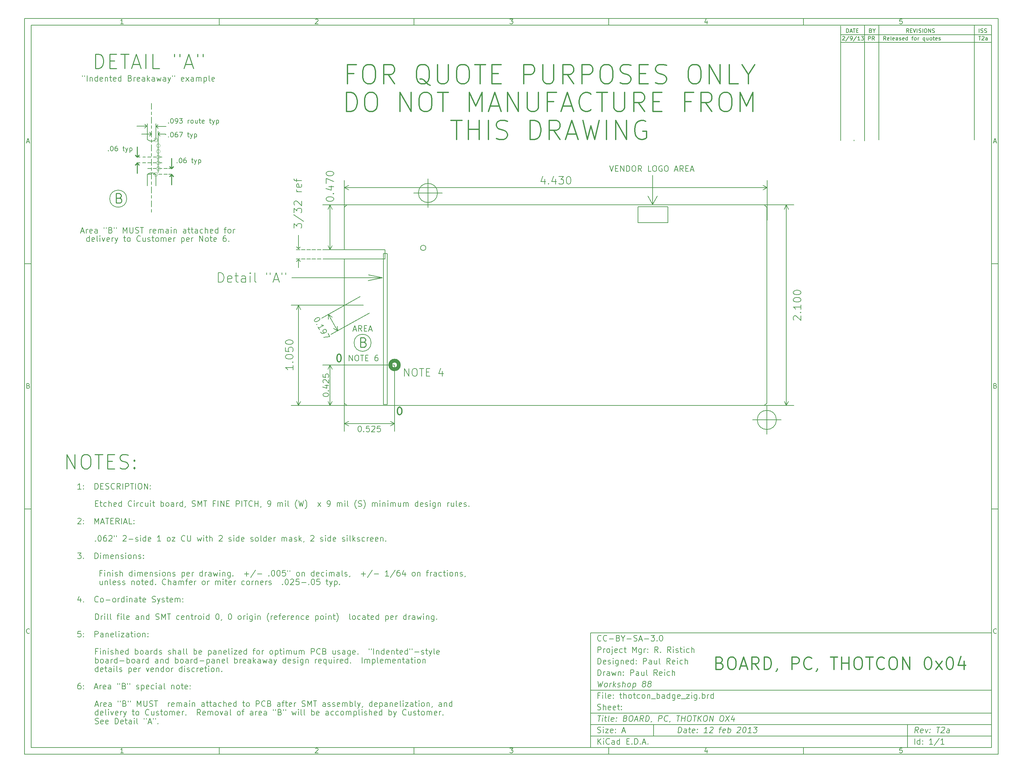
<source format=gbr>
G04 (created by PCBNEW (2012-11-15 BZR 3804)-stable) date Tue 12 Feb 2013 01:01:19 CST*
%MOIN*%
G04 Gerber Fmt 3.4, Leading zero omitted, Abs format*
%FSLAX34Y34*%
G01*
G70*
G90*
G04 APERTURE LIST*
%ADD10C,0.006*%
%ADD11C,0.005*%
%ADD12C,0.007*%
%ADD13C,0.012*%
%ADD14C,0.04*%
%ADD15C,0.008*%
%ADD16C,0.01*%
%ADD17C,0.004*%
%ADD18C,0.00590551*%
G04 APERTURE END LIST*
G54D10*
X-38750Y36250D02*
X63250Y36250D01*
X63250Y-40750D01*
X-38750Y-40750D01*
X-38750Y36250D01*
X-38050Y35550D02*
X62550Y35550D01*
X62550Y-40050D01*
X-38050Y-40050D01*
X-38050Y35550D01*
X-18350Y36250D02*
X-18350Y35550D01*
X-28407Y35697D02*
X-28692Y35697D01*
X-28550Y35697D02*
X-28550Y36197D01*
X-28597Y36126D01*
X-28645Y36078D01*
X-28692Y36054D01*
X-18350Y-40750D02*
X-18350Y-40050D01*
X-28407Y-40602D02*
X-28692Y-40602D01*
X-28550Y-40602D02*
X-28550Y-40102D01*
X-28597Y-40173D01*
X-28645Y-40221D01*
X-28692Y-40245D01*
X2050Y36250D02*
X2050Y35550D01*
X-8292Y36150D02*
X-8269Y36173D01*
X-8221Y36197D01*
X-8102Y36197D01*
X-8054Y36173D01*
X-8030Y36150D01*
X-8007Y36102D01*
X-8007Y36054D01*
X-8030Y35983D01*
X-8316Y35697D01*
X-8007Y35697D01*
X2050Y-40750D02*
X2050Y-40050D01*
X-8292Y-40150D02*
X-8269Y-40126D01*
X-8221Y-40102D01*
X-8102Y-40102D01*
X-8054Y-40126D01*
X-8030Y-40150D01*
X-8007Y-40197D01*
X-8007Y-40245D01*
X-8030Y-40316D01*
X-8316Y-40602D01*
X-8007Y-40602D01*
X22450Y36250D02*
X22450Y35550D01*
X12083Y36197D02*
X12392Y36197D01*
X12226Y36007D01*
X12297Y36007D01*
X12345Y35983D01*
X12369Y35959D01*
X12392Y35911D01*
X12392Y35792D01*
X12369Y35745D01*
X12345Y35721D01*
X12297Y35697D01*
X12154Y35697D01*
X12107Y35721D01*
X12083Y35745D01*
X22450Y-40750D02*
X22450Y-40050D01*
X12083Y-40102D02*
X12392Y-40102D01*
X12226Y-40292D01*
X12297Y-40292D01*
X12345Y-40316D01*
X12369Y-40340D01*
X12392Y-40388D01*
X12392Y-40507D01*
X12369Y-40554D01*
X12345Y-40578D01*
X12297Y-40602D01*
X12154Y-40602D01*
X12107Y-40578D01*
X12083Y-40554D01*
X42850Y36250D02*
X42850Y35550D01*
X32745Y36030D02*
X32745Y35697D01*
X32626Y36221D02*
X32507Y35864D01*
X32816Y35864D01*
X42850Y-40750D02*
X42850Y-40050D01*
X32745Y-40269D02*
X32745Y-40602D01*
X32626Y-40078D02*
X32507Y-40435D01*
X32816Y-40435D01*
X53169Y36197D02*
X52930Y36197D01*
X52907Y35959D01*
X52930Y35983D01*
X52978Y36007D01*
X53097Y36007D01*
X53145Y35983D01*
X53169Y35959D01*
X53192Y35911D01*
X53192Y35792D01*
X53169Y35745D01*
X53145Y35721D01*
X53097Y35697D01*
X52978Y35697D01*
X52930Y35721D01*
X52907Y35745D01*
X53169Y-40102D02*
X52930Y-40102D01*
X52907Y-40340D01*
X52930Y-40316D01*
X52978Y-40292D01*
X53097Y-40292D01*
X53145Y-40316D01*
X53169Y-40340D01*
X53192Y-40388D01*
X53192Y-40507D01*
X53169Y-40554D01*
X53145Y-40578D01*
X53097Y-40602D01*
X52978Y-40602D01*
X52930Y-40578D01*
X52907Y-40554D01*
X-38750Y10590D02*
X-38050Y10590D01*
X-38519Y23360D02*
X-38280Y23360D01*
X-38566Y23217D02*
X-38399Y23717D01*
X-38233Y23217D01*
X63250Y10590D02*
X62550Y10590D01*
X62780Y23360D02*
X63019Y23360D01*
X62733Y23217D02*
X62900Y23717D01*
X63066Y23217D01*
X-38750Y-15070D02*
X-38050Y-15070D01*
X-38364Y-2180D02*
X-38292Y-2204D01*
X-38269Y-2228D01*
X-38245Y-2275D01*
X-38245Y-2347D01*
X-38269Y-2394D01*
X-38292Y-2418D01*
X-38340Y-2442D01*
X-38530Y-2442D01*
X-38530Y-1942D01*
X-38364Y-1942D01*
X-38316Y-1966D01*
X-38292Y-1990D01*
X-38269Y-2037D01*
X-38269Y-2085D01*
X-38292Y-2132D01*
X-38316Y-2156D01*
X-38364Y-2180D01*
X-38530Y-2180D01*
X63250Y-15070D02*
X62550Y-15070D01*
X62935Y-2180D02*
X63007Y-2204D01*
X63030Y-2228D01*
X63054Y-2275D01*
X63054Y-2347D01*
X63030Y-2394D01*
X63007Y-2418D01*
X62959Y-2442D01*
X62769Y-2442D01*
X62769Y-1942D01*
X62935Y-1942D01*
X62983Y-1966D01*
X63007Y-1990D01*
X63030Y-2037D01*
X63030Y-2085D01*
X63007Y-2132D01*
X62983Y-2156D01*
X62935Y-2180D01*
X62769Y-2180D01*
X-38245Y-28054D02*
X-38269Y-28078D01*
X-38340Y-28102D01*
X-38388Y-28102D01*
X-38459Y-28078D01*
X-38507Y-28030D01*
X-38530Y-27983D01*
X-38554Y-27888D01*
X-38554Y-27816D01*
X-38530Y-27721D01*
X-38507Y-27673D01*
X-38459Y-27626D01*
X-38388Y-27602D01*
X-38340Y-27602D01*
X-38269Y-27626D01*
X-38245Y-27650D01*
X63054Y-28054D02*
X63030Y-28078D01*
X62959Y-28102D01*
X62911Y-28102D01*
X62840Y-28078D01*
X62792Y-28030D01*
X62769Y-27983D01*
X62745Y-27888D01*
X62745Y-27816D01*
X62769Y-27721D01*
X62792Y-27673D01*
X62840Y-27626D01*
X62911Y-27602D01*
X62959Y-27602D01*
X63030Y-27626D01*
X63054Y-27650D01*
X29700Y-38492D02*
X29775Y-37892D01*
X29917Y-37892D01*
X30000Y-37921D01*
X30050Y-37978D01*
X30071Y-38035D01*
X30085Y-38150D01*
X30075Y-38235D01*
X30032Y-38350D01*
X29996Y-38407D01*
X29932Y-38464D01*
X29842Y-38492D01*
X29700Y-38492D01*
X30557Y-38492D02*
X30596Y-38178D01*
X30575Y-38121D01*
X30521Y-38092D01*
X30407Y-38092D01*
X30346Y-38121D01*
X30560Y-38464D02*
X30500Y-38492D01*
X30357Y-38492D01*
X30303Y-38464D01*
X30282Y-38407D01*
X30289Y-38350D01*
X30325Y-38292D01*
X30385Y-38264D01*
X30528Y-38264D01*
X30589Y-38235D01*
X30807Y-38092D02*
X31035Y-38092D01*
X30917Y-37892D02*
X30853Y-38407D01*
X30875Y-38464D01*
X30928Y-38492D01*
X30985Y-38492D01*
X31417Y-38464D02*
X31357Y-38492D01*
X31242Y-38492D01*
X31189Y-38464D01*
X31167Y-38407D01*
X31196Y-38178D01*
X31232Y-38121D01*
X31292Y-38092D01*
X31407Y-38092D01*
X31460Y-38121D01*
X31482Y-38178D01*
X31475Y-38235D01*
X31182Y-38292D01*
X31707Y-38435D02*
X31732Y-38464D01*
X31700Y-38492D01*
X31675Y-38464D01*
X31707Y-38435D01*
X31700Y-38492D01*
X31746Y-38121D02*
X31771Y-38150D01*
X31739Y-38178D01*
X31714Y-38150D01*
X31746Y-38121D01*
X31739Y-38178D01*
X32757Y-38492D02*
X32414Y-38492D01*
X32585Y-38492D02*
X32660Y-37892D01*
X32592Y-37978D01*
X32528Y-38035D01*
X32467Y-38064D01*
X33053Y-37950D02*
X33085Y-37921D01*
X33146Y-37892D01*
X33289Y-37892D01*
X33342Y-37921D01*
X33367Y-37950D01*
X33389Y-38007D01*
X33382Y-38064D01*
X33342Y-38150D01*
X32957Y-38492D01*
X33328Y-38492D01*
X34007Y-38092D02*
X34235Y-38092D01*
X34042Y-38492D02*
X34107Y-37978D01*
X34142Y-37921D01*
X34203Y-37892D01*
X34260Y-37892D01*
X34617Y-38464D02*
X34557Y-38492D01*
X34442Y-38492D01*
X34389Y-38464D01*
X34367Y-38407D01*
X34396Y-38178D01*
X34432Y-38121D01*
X34492Y-38092D01*
X34607Y-38092D01*
X34660Y-38121D01*
X34682Y-38178D01*
X34675Y-38235D01*
X34382Y-38292D01*
X34900Y-38492D02*
X34975Y-37892D01*
X34946Y-38121D02*
X35007Y-38092D01*
X35121Y-38092D01*
X35175Y-38121D01*
X35200Y-38150D01*
X35221Y-38207D01*
X35200Y-38378D01*
X35164Y-38435D01*
X35132Y-38464D01*
X35071Y-38492D01*
X34957Y-38492D01*
X34903Y-38464D01*
X35939Y-37950D02*
X35971Y-37921D01*
X36032Y-37892D01*
X36175Y-37892D01*
X36228Y-37921D01*
X36253Y-37950D01*
X36275Y-38007D01*
X36267Y-38064D01*
X36228Y-38150D01*
X35842Y-38492D01*
X36214Y-38492D01*
X36660Y-37892D02*
X36717Y-37892D01*
X36771Y-37921D01*
X36796Y-37950D01*
X36817Y-38007D01*
X36832Y-38121D01*
X36814Y-38264D01*
X36771Y-38378D01*
X36735Y-38435D01*
X36703Y-38464D01*
X36642Y-38492D01*
X36585Y-38492D01*
X36532Y-38464D01*
X36507Y-38435D01*
X36485Y-38378D01*
X36471Y-38264D01*
X36489Y-38121D01*
X36532Y-38007D01*
X36567Y-37950D01*
X36600Y-37921D01*
X36660Y-37892D01*
X37357Y-38492D02*
X37014Y-38492D01*
X37185Y-38492D02*
X37260Y-37892D01*
X37192Y-37978D01*
X37128Y-38035D01*
X37067Y-38064D01*
X37632Y-37892D02*
X38003Y-37892D01*
X37775Y-38121D01*
X37860Y-38121D01*
X37914Y-38150D01*
X37939Y-38178D01*
X37960Y-38235D01*
X37942Y-38378D01*
X37907Y-38435D01*
X37875Y-38464D01*
X37814Y-38492D01*
X37642Y-38492D01*
X37589Y-38464D01*
X37564Y-38435D01*
X21292Y-39692D02*
X21292Y-39092D01*
X21635Y-39692D02*
X21378Y-39350D01*
X21635Y-39092D02*
X21292Y-39435D01*
X21892Y-39692D02*
X21892Y-39292D01*
X21892Y-39092D02*
X21864Y-39121D01*
X21892Y-39150D01*
X21921Y-39121D01*
X21892Y-39092D01*
X21892Y-39150D01*
X22521Y-39635D02*
X22492Y-39664D01*
X22407Y-39692D01*
X22350Y-39692D01*
X22264Y-39664D01*
X22207Y-39607D01*
X22178Y-39550D01*
X22150Y-39435D01*
X22150Y-39350D01*
X22178Y-39235D01*
X22207Y-39178D01*
X22264Y-39121D01*
X22350Y-39092D01*
X22407Y-39092D01*
X22492Y-39121D01*
X22521Y-39150D01*
X23035Y-39692D02*
X23035Y-39378D01*
X23007Y-39321D01*
X22950Y-39292D01*
X22835Y-39292D01*
X22778Y-39321D01*
X23035Y-39664D02*
X22978Y-39692D01*
X22835Y-39692D01*
X22778Y-39664D01*
X22750Y-39607D01*
X22750Y-39550D01*
X22778Y-39492D01*
X22835Y-39464D01*
X22978Y-39464D01*
X23035Y-39435D01*
X23578Y-39692D02*
X23578Y-39092D01*
X23578Y-39664D02*
X23521Y-39692D01*
X23407Y-39692D01*
X23350Y-39664D01*
X23321Y-39635D01*
X23292Y-39578D01*
X23292Y-39407D01*
X23321Y-39350D01*
X23350Y-39321D01*
X23407Y-39292D01*
X23521Y-39292D01*
X23578Y-39321D01*
X24321Y-39378D02*
X24521Y-39378D01*
X24607Y-39692D02*
X24321Y-39692D01*
X24321Y-39092D01*
X24607Y-39092D01*
X24864Y-39635D02*
X24892Y-39664D01*
X24864Y-39692D01*
X24835Y-39664D01*
X24864Y-39635D01*
X24864Y-39692D01*
X25149Y-39692D02*
X25149Y-39092D01*
X25292Y-39092D01*
X25378Y-39121D01*
X25435Y-39178D01*
X25464Y-39235D01*
X25492Y-39350D01*
X25492Y-39435D01*
X25464Y-39550D01*
X25435Y-39607D01*
X25378Y-39664D01*
X25292Y-39692D01*
X25149Y-39692D01*
X25749Y-39635D02*
X25778Y-39664D01*
X25749Y-39692D01*
X25721Y-39664D01*
X25749Y-39635D01*
X25749Y-39692D01*
X26007Y-39521D02*
X26292Y-39521D01*
X25949Y-39692D02*
X26149Y-39092D01*
X26349Y-39692D01*
X26549Y-39635D02*
X26578Y-39664D01*
X26549Y-39692D01*
X26521Y-39664D01*
X26549Y-39635D01*
X26549Y-39692D01*
X54842Y-38492D02*
X54678Y-38207D01*
X54500Y-38492D02*
X54575Y-37892D01*
X54803Y-37892D01*
X54857Y-37921D01*
X54882Y-37950D01*
X54903Y-38007D01*
X54892Y-38092D01*
X54857Y-38150D01*
X54825Y-38178D01*
X54764Y-38207D01*
X54535Y-38207D01*
X55332Y-38464D02*
X55271Y-38492D01*
X55157Y-38492D01*
X55103Y-38464D01*
X55082Y-38407D01*
X55110Y-38178D01*
X55146Y-38121D01*
X55207Y-38092D01*
X55321Y-38092D01*
X55375Y-38121D01*
X55396Y-38178D01*
X55389Y-38235D01*
X55096Y-38292D01*
X55607Y-38092D02*
X55700Y-38492D01*
X55892Y-38092D01*
X56078Y-38435D02*
X56103Y-38464D01*
X56071Y-38492D01*
X56046Y-38464D01*
X56078Y-38435D01*
X56071Y-38492D01*
X56117Y-38121D02*
X56142Y-38150D01*
X56110Y-38178D01*
X56085Y-38150D01*
X56117Y-38121D01*
X56110Y-38178D01*
X56803Y-37892D02*
X57146Y-37892D01*
X56900Y-38492D02*
X56975Y-37892D01*
X57310Y-37950D02*
X57342Y-37921D01*
X57403Y-37892D01*
X57546Y-37892D01*
X57600Y-37921D01*
X57625Y-37950D01*
X57646Y-38007D01*
X57639Y-38064D01*
X57600Y-38150D01*
X57214Y-38492D01*
X57585Y-38492D01*
X58100Y-38492D02*
X58139Y-38178D01*
X58117Y-38121D01*
X58064Y-38092D01*
X57950Y-38092D01*
X57889Y-38121D01*
X58103Y-38464D02*
X58042Y-38492D01*
X57900Y-38492D01*
X57846Y-38464D01*
X57825Y-38407D01*
X57832Y-38350D01*
X57867Y-38292D01*
X57928Y-38264D01*
X58071Y-38264D01*
X58132Y-38235D01*
X21264Y-38464D02*
X21350Y-38492D01*
X21492Y-38492D01*
X21550Y-38464D01*
X21578Y-38435D01*
X21607Y-38378D01*
X21607Y-38321D01*
X21578Y-38264D01*
X21550Y-38235D01*
X21492Y-38207D01*
X21378Y-38178D01*
X21321Y-38150D01*
X21292Y-38121D01*
X21264Y-38064D01*
X21264Y-38007D01*
X21292Y-37950D01*
X21321Y-37921D01*
X21378Y-37892D01*
X21521Y-37892D01*
X21607Y-37921D01*
X21864Y-38492D02*
X21864Y-38092D01*
X21864Y-37892D02*
X21835Y-37921D01*
X21864Y-37950D01*
X21892Y-37921D01*
X21864Y-37892D01*
X21864Y-37950D01*
X22092Y-38092D02*
X22407Y-38092D01*
X22092Y-38492D01*
X22407Y-38492D01*
X22864Y-38464D02*
X22807Y-38492D01*
X22692Y-38492D01*
X22635Y-38464D01*
X22607Y-38407D01*
X22607Y-38178D01*
X22635Y-38121D01*
X22692Y-38092D01*
X22807Y-38092D01*
X22864Y-38121D01*
X22892Y-38178D01*
X22892Y-38235D01*
X22607Y-38292D01*
X23150Y-38435D02*
X23178Y-38464D01*
X23150Y-38492D01*
X23121Y-38464D01*
X23150Y-38435D01*
X23150Y-38492D01*
X23150Y-38121D02*
X23178Y-38150D01*
X23150Y-38178D01*
X23121Y-38150D01*
X23150Y-38121D01*
X23150Y-38178D01*
X23864Y-38321D02*
X24150Y-38321D01*
X23807Y-38492D02*
X24007Y-37892D01*
X24207Y-38492D01*
X54492Y-39692D02*
X54492Y-39092D01*
X55035Y-39692D02*
X55035Y-39092D01*
X55035Y-39664D02*
X54978Y-39692D01*
X54864Y-39692D01*
X54807Y-39664D01*
X54778Y-39635D01*
X54750Y-39578D01*
X54750Y-39407D01*
X54778Y-39350D01*
X54807Y-39321D01*
X54864Y-39292D01*
X54978Y-39292D01*
X55035Y-39321D01*
X55321Y-39635D02*
X55350Y-39664D01*
X55321Y-39692D01*
X55292Y-39664D01*
X55321Y-39635D01*
X55321Y-39692D01*
X55321Y-39321D02*
X55350Y-39350D01*
X55321Y-39378D01*
X55292Y-39350D01*
X55321Y-39321D01*
X55321Y-39378D01*
X56378Y-39692D02*
X56035Y-39692D01*
X56207Y-39692D02*
X56207Y-39092D01*
X56149Y-39178D01*
X56092Y-39235D01*
X56035Y-39264D01*
X57064Y-39064D02*
X56550Y-39835D01*
X57578Y-39692D02*
X57235Y-39692D01*
X57407Y-39692D02*
X57407Y-39092D01*
X57349Y-39178D01*
X57292Y-39235D01*
X57235Y-39264D01*
X21289Y-36692D02*
X21632Y-36692D01*
X21385Y-37292D02*
X21460Y-36692D01*
X21757Y-37292D02*
X21807Y-36892D01*
X21832Y-36692D02*
X21800Y-36721D01*
X21825Y-36750D01*
X21857Y-36721D01*
X21832Y-36692D01*
X21825Y-36750D01*
X22007Y-36892D02*
X22235Y-36892D01*
X22117Y-36692D02*
X22053Y-37207D01*
X22075Y-37264D01*
X22128Y-37292D01*
X22185Y-37292D01*
X22471Y-37292D02*
X22417Y-37264D01*
X22396Y-37207D01*
X22460Y-36692D01*
X22932Y-37264D02*
X22871Y-37292D01*
X22757Y-37292D01*
X22703Y-37264D01*
X22682Y-37207D01*
X22710Y-36978D01*
X22746Y-36921D01*
X22807Y-36892D01*
X22921Y-36892D01*
X22975Y-36921D01*
X22996Y-36978D01*
X22989Y-37035D01*
X22696Y-37092D01*
X23221Y-37235D02*
X23246Y-37264D01*
X23214Y-37292D01*
X23189Y-37264D01*
X23221Y-37235D01*
X23214Y-37292D01*
X23260Y-36921D02*
X23285Y-36950D01*
X23253Y-36978D01*
X23228Y-36950D01*
X23260Y-36921D01*
X23253Y-36978D01*
X24196Y-36978D02*
X24278Y-37007D01*
X24303Y-37035D01*
X24325Y-37092D01*
X24314Y-37178D01*
X24278Y-37235D01*
X24246Y-37264D01*
X24185Y-37292D01*
X23957Y-37292D01*
X24032Y-36692D01*
X24232Y-36692D01*
X24285Y-36721D01*
X24310Y-36750D01*
X24332Y-36807D01*
X24325Y-36864D01*
X24289Y-36921D01*
X24257Y-36950D01*
X24196Y-36978D01*
X23996Y-36978D01*
X24746Y-36692D02*
X24860Y-36692D01*
X24914Y-36721D01*
X24964Y-36778D01*
X24978Y-36892D01*
X24953Y-37092D01*
X24910Y-37207D01*
X24846Y-37264D01*
X24785Y-37292D01*
X24671Y-37292D01*
X24617Y-37264D01*
X24567Y-37207D01*
X24553Y-37092D01*
X24578Y-36892D01*
X24621Y-36778D01*
X24685Y-36721D01*
X24746Y-36692D01*
X25178Y-37121D02*
X25464Y-37121D01*
X25100Y-37292D02*
X25375Y-36692D01*
X25500Y-37292D01*
X26042Y-37292D02*
X25878Y-37007D01*
X25700Y-37292D02*
X25775Y-36692D01*
X26003Y-36692D01*
X26057Y-36721D01*
X26082Y-36750D01*
X26103Y-36807D01*
X26092Y-36892D01*
X26057Y-36950D01*
X26025Y-36978D01*
X25964Y-37007D01*
X25735Y-37007D01*
X26300Y-37292D02*
X26375Y-36692D01*
X26517Y-36692D01*
X26600Y-36721D01*
X26650Y-36778D01*
X26671Y-36835D01*
X26685Y-36950D01*
X26675Y-37035D01*
X26632Y-37150D01*
X26596Y-37207D01*
X26532Y-37264D01*
X26442Y-37292D01*
X26300Y-37292D01*
X26932Y-37264D02*
X26928Y-37292D01*
X26892Y-37350D01*
X26860Y-37378D01*
X27642Y-37292D02*
X27717Y-36692D01*
X27946Y-36692D01*
X27999Y-36721D01*
X28025Y-36750D01*
X28046Y-36807D01*
X28035Y-36892D01*
X28000Y-36950D01*
X27967Y-36978D01*
X27907Y-37007D01*
X27678Y-37007D01*
X28592Y-37235D02*
X28560Y-37264D01*
X28471Y-37292D01*
X28414Y-37292D01*
X28332Y-37264D01*
X28282Y-37207D01*
X28260Y-37150D01*
X28246Y-37035D01*
X28257Y-36950D01*
X28300Y-36835D01*
X28335Y-36778D01*
X28399Y-36721D01*
X28489Y-36692D01*
X28546Y-36692D01*
X28628Y-36721D01*
X28653Y-36750D01*
X28875Y-37264D02*
X28871Y-37292D01*
X28835Y-37350D01*
X28803Y-37378D01*
X29575Y-36692D02*
X29917Y-36692D01*
X29671Y-37292D02*
X29746Y-36692D01*
X30042Y-37292D02*
X30117Y-36692D01*
X30082Y-36978D02*
X30425Y-36978D01*
X30385Y-37292D02*
X30460Y-36692D01*
X30860Y-36692D02*
X30975Y-36692D01*
X31028Y-36721D01*
X31078Y-36778D01*
X31092Y-36892D01*
X31067Y-37092D01*
X31024Y-37207D01*
X30960Y-37264D01*
X30900Y-37292D01*
X30785Y-37292D01*
X30732Y-37264D01*
X30682Y-37207D01*
X30667Y-37092D01*
X30692Y-36892D01*
X30735Y-36778D01*
X30799Y-36721D01*
X30860Y-36692D01*
X31289Y-36692D02*
X31632Y-36692D01*
X31385Y-37292D02*
X31460Y-36692D01*
X31757Y-37292D02*
X31832Y-36692D01*
X32099Y-37292D02*
X31885Y-36950D01*
X32174Y-36692D02*
X31789Y-37035D01*
X32546Y-36692D02*
X32660Y-36692D01*
X32714Y-36721D01*
X32764Y-36778D01*
X32778Y-36892D01*
X32753Y-37092D01*
X32710Y-37207D01*
X32646Y-37264D01*
X32585Y-37292D01*
X32471Y-37292D01*
X32417Y-37264D01*
X32367Y-37207D01*
X32353Y-37092D01*
X32378Y-36892D01*
X32421Y-36778D01*
X32485Y-36721D01*
X32546Y-36692D01*
X32985Y-37292D02*
X33060Y-36692D01*
X33328Y-37292D01*
X33403Y-36692D01*
X34260Y-36692D02*
X34374Y-36692D01*
X34428Y-36721D01*
X34478Y-36778D01*
X34492Y-36892D01*
X34467Y-37092D01*
X34424Y-37207D01*
X34360Y-37264D01*
X34299Y-37292D01*
X34185Y-37292D01*
X34132Y-37264D01*
X34082Y-37207D01*
X34067Y-37092D01*
X34092Y-36892D01*
X34135Y-36778D01*
X34199Y-36721D01*
X34260Y-36692D01*
X34717Y-36692D02*
X35042Y-37292D01*
X35117Y-36692D02*
X34642Y-37292D01*
X35578Y-36892D02*
X35528Y-37292D01*
X35464Y-36664D02*
X35267Y-37092D01*
X35639Y-37092D01*
X21492Y-34578D02*
X21292Y-34578D01*
X21292Y-34892D02*
X21292Y-34292D01*
X21578Y-34292D01*
X21807Y-34892D02*
X21807Y-34492D01*
X21807Y-34292D02*
X21778Y-34321D01*
X21807Y-34350D01*
X21835Y-34321D01*
X21807Y-34292D01*
X21807Y-34350D01*
X22178Y-34892D02*
X22121Y-34864D01*
X22092Y-34807D01*
X22092Y-34292D01*
X22635Y-34864D02*
X22578Y-34892D01*
X22464Y-34892D01*
X22407Y-34864D01*
X22378Y-34807D01*
X22378Y-34578D01*
X22407Y-34521D01*
X22464Y-34492D01*
X22578Y-34492D01*
X22635Y-34521D01*
X22664Y-34578D01*
X22664Y-34635D01*
X22378Y-34692D01*
X22921Y-34835D02*
X22950Y-34864D01*
X22921Y-34892D01*
X22892Y-34864D01*
X22921Y-34835D01*
X22921Y-34892D01*
X22921Y-34521D02*
X22950Y-34550D01*
X22921Y-34578D01*
X22892Y-34550D01*
X22921Y-34521D01*
X22921Y-34578D01*
X23578Y-34492D02*
X23807Y-34492D01*
X23664Y-34292D02*
X23664Y-34807D01*
X23692Y-34864D01*
X23750Y-34892D01*
X23807Y-34892D01*
X24007Y-34892D02*
X24007Y-34292D01*
X24264Y-34892D02*
X24264Y-34578D01*
X24235Y-34521D01*
X24178Y-34492D01*
X24092Y-34492D01*
X24035Y-34521D01*
X24007Y-34550D01*
X24635Y-34892D02*
X24578Y-34864D01*
X24550Y-34835D01*
X24521Y-34778D01*
X24521Y-34607D01*
X24550Y-34550D01*
X24578Y-34521D01*
X24635Y-34492D01*
X24721Y-34492D01*
X24778Y-34521D01*
X24807Y-34550D01*
X24835Y-34607D01*
X24835Y-34778D01*
X24807Y-34835D01*
X24778Y-34864D01*
X24721Y-34892D01*
X24635Y-34892D01*
X25007Y-34492D02*
X25235Y-34492D01*
X25092Y-34292D02*
X25092Y-34807D01*
X25121Y-34864D01*
X25178Y-34892D01*
X25235Y-34892D01*
X25692Y-34864D02*
X25635Y-34892D01*
X25521Y-34892D01*
X25464Y-34864D01*
X25435Y-34835D01*
X25407Y-34778D01*
X25407Y-34607D01*
X25435Y-34550D01*
X25464Y-34521D01*
X25521Y-34492D01*
X25635Y-34492D01*
X25692Y-34521D01*
X26035Y-34892D02*
X25978Y-34864D01*
X25950Y-34835D01*
X25921Y-34778D01*
X25921Y-34607D01*
X25950Y-34550D01*
X25978Y-34521D01*
X26035Y-34492D01*
X26121Y-34492D01*
X26178Y-34521D01*
X26207Y-34550D01*
X26235Y-34607D01*
X26235Y-34778D01*
X26207Y-34835D01*
X26178Y-34864D01*
X26121Y-34892D01*
X26035Y-34892D01*
X26492Y-34492D02*
X26492Y-34892D01*
X26492Y-34550D02*
X26521Y-34521D01*
X26578Y-34492D01*
X26664Y-34492D01*
X26721Y-34521D01*
X26750Y-34578D01*
X26750Y-34892D01*
X26892Y-34950D02*
X27350Y-34950D01*
X27492Y-34892D02*
X27492Y-34292D01*
X27492Y-34521D02*
X27550Y-34492D01*
X27664Y-34492D01*
X27721Y-34521D01*
X27750Y-34550D01*
X27778Y-34607D01*
X27778Y-34778D01*
X27750Y-34835D01*
X27721Y-34864D01*
X27664Y-34892D01*
X27550Y-34892D01*
X27492Y-34864D01*
X28292Y-34892D02*
X28292Y-34578D01*
X28264Y-34521D01*
X28207Y-34492D01*
X28092Y-34492D01*
X28035Y-34521D01*
X28292Y-34864D02*
X28235Y-34892D01*
X28092Y-34892D01*
X28035Y-34864D01*
X28007Y-34807D01*
X28007Y-34750D01*
X28035Y-34692D01*
X28092Y-34664D01*
X28235Y-34664D01*
X28292Y-34635D01*
X28835Y-34892D02*
X28835Y-34292D01*
X28835Y-34864D02*
X28778Y-34892D01*
X28664Y-34892D01*
X28607Y-34864D01*
X28578Y-34835D01*
X28550Y-34778D01*
X28550Y-34607D01*
X28578Y-34550D01*
X28607Y-34521D01*
X28664Y-34492D01*
X28778Y-34492D01*
X28835Y-34521D01*
X29378Y-34492D02*
X29378Y-34978D01*
X29350Y-35035D01*
X29321Y-35064D01*
X29264Y-35092D01*
X29178Y-35092D01*
X29121Y-35064D01*
X29378Y-34864D02*
X29321Y-34892D01*
X29207Y-34892D01*
X29150Y-34864D01*
X29121Y-34835D01*
X29092Y-34778D01*
X29092Y-34607D01*
X29121Y-34550D01*
X29150Y-34521D01*
X29207Y-34492D01*
X29321Y-34492D01*
X29378Y-34521D01*
X29892Y-34864D02*
X29835Y-34892D01*
X29721Y-34892D01*
X29664Y-34864D01*
X29635Y-34807D01*
X29635Y-34578D01*
X29664Y-34521D01*
X29721Y-34492D01*
X29835Y-34492D01*
X29892Y-34521D01*
X29921Y-34578D01*
X29921Y-34635D01*
X29635Y-34692D01*
X30035Y-34950D02*
X30492Y-34950D01*
X30578Y-34492D02*
X30892Y-34492D01*
X30578Y-34892D01*
X30892Y-34892D01*
X31121Y-34892D02*
X31121Y-34492D01*
X31121Y-34292D02*
X31092Y-34321D01*
X31121Y-34350D01*
X31150Y-34321D01*
X31121Y-34292D01*
X31121Y-34350D01*
X31664Y-34492D02*
X31664Y-34978D01*
X31635Y-35035D01*
X31607Y-35064D01*
X31549Y-35092D01*
X31464Y-35092D01*
X31407Y-35064D01*
X31664Y-34864D02*
X31607Y-34892D01*
X31492Y-34892D01*
X31435Y-34864D01*
X31407Y-34835D01*
X31378Y-34778D01*
X31378Y-34607D01*
X31407Y-34550D01*
X31435Y-34521D01*
X31492Y-34492D01*
X31607Y-34492D01*
X31664Y-34521D01*
X31949Y-34835D02*
X31978Y-34864D01*
X31949Y-34892D01*
X31921Y-34864D01*
X31949Y-34835D01*
X31949Y-34892D01*
X32235Y-34892D02*
X32235Y-34292D01*
X32235Y-34521D02*
X32292Y-34492D01*
X32407Y-34492D01*
X32464Y-34521D01*
X32492Y-34550D01*
X32521Y-34607D01*
X32521Y-34778D01*
X32492Y-34835D01*
X32464Y-34864D01*
X32407Y-34892D01*
X32292Y-34892D01*
X32235Y-34864D01*
X32778Y-34892D02*
X32778Y-34492D01*
X32778Y-34607D02*
X32807Y-34550D01*
X32835Y-34521D01*
X32892Y-34492D01*
X32949Y-34492D01*
X33407Y-34892D02*
X33407Y-34292D01*
X33407Y-34864D02*
X33349Y-34892D01*
X33235Y-34892D01*
X33178Y-34864D01*
X33149Y-34835D01*
X33121Y-34778D01*
X33121Y-34607D01*
X33149Y-34550D01*
X33178Y-34521D01*
X33235Y-34492D01*
X33349Y-34492D01*
X33407Y-34521D01*
X21264Y-36064D02*
X21350Y-36092D01*
X21492Y-36092D01*
X21550Y-36064D01*
X21578Y-36035D01*
X21607Y-35978D01*
X21607Y-35921D01*
X21578Y-35864D01*
X21550Y-35835D01*
X21492Y-35807D01*
X21378Y-35778D01*
X21321Y-35750D01*
X21292Y-35721D01*
X21264Y-35664D01*
X21264Y-35607D01*
X21292Y-35550D01*
X21321Y-35521D01*
X21378Y-35492D01*
X21521Y-35492D01*
X21607Y-35521D01*
X21864Y-36092D02*
X21864Y-35492D01*
X22121Y-36092D02*
X22121Y-35778D01*
X22092Y-35721D01*
X22035Y-35692D01*
X21950Y-35692D01*
X21892Y-35721D01*
X21864Y-35750D01*
X22635Y-36064D02*
X22578Y-36092D01*
X22464Y-36092D01*
X22407Y-36064D01*
X22378Y-36007D01*
X22378Y-35778D01*
X22407Y-35721D01*
X22464Y-35692D01*
X22578Y-35692D01*
X22635Y-35721D01*
X22664Y-35778D01*
X22664Y-35835D01*
X22378Y-35892D01*
X23150Y-36064D02*
X23092Y-36092D01*
X22978Y-36092D01*
X22921Y-36064D01*
X22892Y-36007D01*
X22892Y-35778D01*
X22921Y-35721D01*
X22978Y-35692D01*
X23092Y-35692D01*
X23150Y-35721D01*
X23178Y-35778D01*
X23178Y-35835D01*
X22892Y-35892D01*
X23350Y-35692D02*
X23578Y-35692D01*
X23435Y-35492D02*
X23435Y-36007D01*
X23464Y-36064D01*
X23521Y-36092D01*
X23578Y-36092D01*
X23778Y-36035D02*
X23807Y-36064D01*
X23778Y-36092D01*
X23750Y-36064D01*
X23778Y-36035D01*
X23778Y-36092D01*
X23778Y-35721D02*
X23807Y-35750D01*
X23778Y-35778D01*
X23750Y-35750D01*
X23778Y-35721D01*
X23778Y-35778D01*
X21317Y-33092D02*
X21385Y-33692D01*
X21553Y-33264D01*
X21614Y-33692D01*
X21832Y-33092D01*
X22071Y-33692D02*
X22017Y-33664D01*
X21992Y-33635D01*
X21971Y-33578D01*
X21992Y-33407D01*
X22028Y-33350D01*
X22060Y-33321D01*
X22121Y-33292D01*
X22207Y-33292D01*
X22260Y-33321D01*
X22285Y-33350D01*
X22307Y-33407D01*
X22285Y-33578D01*
X22250Y-33635D01*
X22217Y-33664D01*
X22157Y-33692D01*
X22071Y-33692D01*
X22528Y-33692D02*
X22578Y-33292D01*
X22564Y-33407D02*
X22600Y-33350D01*
X22632Y-33321D01*
X22692Y-33292D01*
X22750Y-33292D01*
X22900Y-33692D02*
X22975Y-33092D01*
X22985Y-33464D02*
X23128Y-33692D01*
X23178Y-33292D02*
X22921Y-33521D01*
X23360Y-33664D02*
X23414Y-33692D01*
X23528Y-33692D01*
X23589Y-33664D01*
X23625Y-33607D01*
X23628Y-33578D01*
X23607Y-33521D01*
X23553Y-33492D01*
X23467Y-33492D01*
X23414Y-33464D01*
X23392Y-33407D01*
X23396Y-33378D01*
X23432Y-33321D01*
X23492Y-33292D01*
X23578Y-33292D01*
X23632Y-33321D01*
X23871Y-33692D02*
X23946Y-33092D01*
X24128Y-33692D02*
X24167Y-33378D01*
X24146Y-33321D01*
X24092Y-33292D01*
X24007Y-33292D01*
X23946Y-33321D01*
X23914Y-33350D01*
X24499Y-33692D02*
X24446Y-33664D01*
X24421Y-33635D01*
X24400Y-33578D01*
X24421Y-33407D01*
X24457Y-33350D01*
X24489Y-33321D01*
X24549Y-33292D01*
X24635Y-33292D01*
X24689Y-33321D01*
X24714Y-33350D01*
X24735Y-33407D01*
X24714Y-33578D01*
X24678Y-33635D01*
X24646Y-33664D01*
X24585Y-33692D01*
X24499Y-33692D01*
X25007Y-33292D02*
X24932Y-33892D01*
X25003Y-33321D02*
X25064Y-33292D01*
X25178Y-33292D01*
X25232Y-33321D01*
X25257Y-33350D01*
X25278Y-33407D01*
X25257Y-33578D01*
X25221Y-33635D01*
X25189Y-33664D01*
X25128Y-33692D01*
X25014Y-33692D01*
X24960Y-33664D01*
X26085Y-33350D02*
X26032Y-33321D01*
X26007Y-33292D01*
X25985Y-33235D01*
X25989Y-33207D01*
X26024Y-33150D01*
X26057Y-33121D01*
X26117Y-33092D01*
X26232Y-33092D01*
X26285Y-33121D01*
X26310Y-33150D01*
X26332Y-33207D01*
X26328Y-33235D01*
X26292Y-33292D01*
X26260Y-33321D01*
X26199Y-33350D01*
X26085Y-33350D01*
X26025Y-33378D01*
X25992Y-33407D01*
X25957Y-33464D01*
X25942Y-33578D01*
X25964Y-33635D01*
X25989Y-33664D01*
X26042Y-33692D01*
X26157Y-33692D01*
X26217Y-33664D01*
X26249Y-33635D01*
X26285Y-33578D01*
X26299Y-33464D01*
X26278Y-33407D01*
X26253Y-33378D01*
X26199Y-33350D01*
X26657Y-33350D02*
X26603Y-33321D01*
X26578Y-33292D01*
X26557Y-33235D01*
X26560Y-33207D01*
X26596Y-33150D01*
X26628Y-33121D01*
X26689Y-33092D01*
X26803Y-33092D01*
X26857Y-33121D01*
X26882Y-33150D01*
X26903Y-33207D01*
X26900Y-33235D01*
X26864Y-33292D01*
X26832Y-33321D01*
X26771Y-33350D01*
X26657Y-33350D01*
X26596Y-33378D01*
X26564Y-33407D01*
X26528Y-33464D01*
X26514Y-33578D01*
X26535Y-33635D01*
X26560Y-33664D01*
X26614Y-33692D01*
X26728Y-33692D01*
X26789Y-33664D01*
X26821Y-33635D01*
X26857Y-33578D01*
X26871Y-33464D01*
X26849Y-33407D01*
X26825Y-33378D01*
X26771Y-33350D01*
X21292Y-32492D02*
X21292Y-31892D01*
X21435Y-31892D01*
X21521Y-31921D01*
X21578Y-31978D01*
X21607Y-32035D01*
X21635Y-32150D01*
X21635Y-32235D01*
X21607Y-32350D01*
X21578Y-32407D01*
X21521Y-32464D01*
X21435Y-32492D01*
X21292Y-32492D01*
X21892Y-32492D02*
X21892Y-32092D01*
X21892Y-32207D02*
X21921Y-32150D01*
X21950Y-32121D01*
X22007Y-32092D01*
X22064Y-32092D01*
X22521Y-32492D02*
X22521Y-32178D01*
X22492Y-32121D01*
X22435Y-32092D01*
X22321Y-32092D01*
X22264Y-32121D01*
X22521Y-32464D02*
X22464Y-32492D01*
X22321Y-32492D01*
X22264Y-32464D01*
X22235Y-32407D01*
X22235Y-32350D01*
X22264Y-32292D01*
X22321Y-32264D01*
X22464Y-32264D01*
X22521Y-32235D01*
X22750Y-32092D02*
X22864Y-32492D01*
X22978Y-32207D01*
X23092Y-32492D01*
X23207Y-32092D01*
X23435Y-32092D02*
X23435Y-32492D01*
X23435Y-32150D02*
X23464Y-32121D01*
X23521Y-32092D01*
X23607Y-32092D01*
X23664Y-32121D01*
X23692Y-32178D01*
X23692Y-32492D01*
X23978Y-32435D02*
X24007Y-32464D01*
X23978Y-32492D01*
X23950Y-32464D01*
X23978Y-32435D01*
X23978Y-32492D01*
X23978Y-32121D02*
X24007Y-32150D01*
X23978Y-32178D01*
X23950Y-32150D01*
X23978Y-32121D01*
X23978Y-32178D01*
X24721Y-32492D02*
X24721Y-31892D01*
X24950Y-31892D01*
X25007Y-31921D01*
X25035Y-31950D01*
X25064Y-32007D01*
X25064Y-32092D01*
X25035Y-32150D01*
X25007Y-32178D01*
X24950Y-32207D01*
X24721Y-32207D01*
X25578Y-32492D02*
X25578Y-32178D01*
X25550Y-32121D01*
X25492Y-32092D01*
X25378Y-32092D01*
X25321Y-32121D01*
X25578Y-32464D02*
X25521Y-32492D01*
X25378Y-32492D01*
X25321Y-32464D01*
X25292Y-32407D01*
X25292Y-32350D01*
X25321Y-32292D01*
X25378Y-32264D01*
X25521Y-32264D01*
X25578Y-32235D01*
X26121Y-32092D02*
X26121Y-32492D01*
X25864Y-32092D02*
X25864Y-32407D01*
X25892Y-32464D01*
X25949Y-32492D01*
X26035Y-32492D01*
X26092Y-32464D01*
X26121Y-32435D01*
X26492Y-32492D02*
X26435Y-32464D01*
X26407Y-32407D01*
X26407Y-31892D01*
X27521Y-32492D02*
X27321Y-32207D01*
X27178Y-32492D02*
X27178Y-31892D01*
X27407Y-31892D01*
X27464Y-31921D01*
X27492Y-31950D01*
X27521Y-32007D01*
X27521Y-32092D01*
X27492Y-32150D01*
X27464Y-32178D01*
X27407Y-32207D01*
X27178Y-32207D01*
X28007Y-32464D02*
X27950Y-32492D01*
X27835Y-32492D01*
X27778Y-32464D01*
X27750Y-32407D01*
X27750Y-32178D01*
X27778Y-32121D01*
X27835Y-32092D01*
X27950Y-32092D01*
X28007Y-32121D01*
X28035Y-32178D01*
X28035Y-32235D01*
X27750Y-32292D01*
X28292Y-32492D02*
X28292Y-32092D01*
X28292Y-31892D02*
X28264Y-31921D01*
X28292Y-31950D01*
X28321Y-31921D01*
X28292Y-31892D01*
X28292Y-31950D01*
X28835Y-32464D02*
X28778Y-32492D01*
X28664Y-32492D01*
X28607Y-32464D01*
X28578Y-32435D01*
X28550Y-32378D01*
X28550Y-32207D01*
X28578Y-32150D01*
X28607Y-32121D01*
X28664Y-32092D01*
X28778Y-32092D01*
X28835Y-32121D01*
X29092Y-32492D02*
X29092Y-31892D01*
X29350Y-32492D02*
X29350Y-32178D01*
X29321Y-32121D01*
X29264Y-32092D01*
X29178Y-32092D01*
X29121Y-32121D01*
X29092Y-32150D01*
X21292Y-31292D02*
X21292Y-30692D01*
X21435Y-30692D01*
X21521Y-30721D01*
X21578Y-30778D01*
X21607Y-30835D01*
X21635Y-30950D01*
X21635Y-31035D01*
X21607Y-31150D01*
X21578Y-31207D01*
X21521Y-31264D01*
X21435Y-31292D01*
X21292Y-31292D01*
X22121Y-31264D02*
X22064Y-31292D01*
X21950Y-31292D01*
X21892Y-31264D01*
X21864Y-31207D01*
X21864Y-30978D01*
X21892Y-30921D01*
X21950Y-30892D01*
X22064Y-30892D01*
X22121Y-30921D01*
X22150Y-30978D01*
X22150Y-31035D01*
X21864Y-31092D01*
X22378Y-31264D02*
X22435Y-31292D01*
X22550Y-31292D01*
X22607Y-31264D01*
X22635Y-31207D01*
X22635Y-31178D01*
X22607Y-31121D01*
X22550Y-31092D01*
X22464Y-31092D01*
X22407Y-31064D01*
X22378Y-31007D01*
X22378Y-30978D01*
X22407Y-30921D01*
X22464Y-30892D01*
X22550Y-30892D01*
X22607Y-30921D01*
X22892Y-31292D02*
X22892Y-30892D01*
X22892Y-30692D02*
X22864Y-30721D01*
X22892Y-30750D01*
X22921Y-30721D01*
X22892Y-30692D01*
X22892Y-30750D01*
X23435Y-30892D02*
X23435Y-31378D01*
X23407Y-31435D01*
X23378Y-31464D01*
X23321Y-31492D01*
X23235Y-31492D01*
X23178Y-31464D01*
X23435Y-31264D02*
X23378Y-31292D01*
X23264Y-31292D01*
X23207Y-31264D01*
X23178Y-31235D01*
X23150Y-31178D01*
X23150Y-31007D01*
X23178Y-30950D01*
X23207Y-30921D01*
X23264Y-30892D01*
X23378Y-30892D01*
X23435Y-30921D01*
X23721Y-30892D02*
X23721Y-31292D01*
X23721Y-30950D02*
X23750Y-30921D01*
X23807Y-30892D01*
X23892Y-30892D01*
X23950Y-30921D01*
X23978Y-30978D01*
X23978Y-31292D01*
X24492Y-31264D02*
X24435Y-31292D01*
X24321Y-31292D01*
X24264Y-31264D01*
X24235Y-31207D01*
X24235Y-30978D01*
X24264Y-30921D01*
X24321Y-30892D01*
X24435Y-30892D01*
X24492Y-30921D01*
X24521Y-30978D01*
X24521Y-31035D01*
X24235Y-31092D01*
X25035Y-31292D02*
X25035Y-30692D01*
X25035Y-31264D02*
X24978Y-31292D01*
X24864Y-31292D01*
X24807Y-31264D01*
X24778Y-31235D01*
X24750Y-31178D01*
X24750Y-31007D01*
X24778Y-30950D01*
X24807Y-30921D01*
X24864Y-30892D01*
X24978Y-30892D01*
X25035Y-30921D01*
X25321Y-31235D02*
X25350Y-31264D01*
X25321Y-31292D01*
X25292Y-31264D01*
X25321Y-31235D01*
X25321Y-31292D01*
X25321Y-30921D02*
X25350Y-30950D01*
X25321Y-30978D01*
X25292Y-30950D01*
X25321Y-30921D01*
X25321Y-30978D01*
X26064Y-31292D02*
X26064Y-30692D01*
X26292Y-30692D01*
X26349Y-30721D01*
X26378Y-30750D01*
X26407Y-30807D01*
X26407Y-30892D01*
X26378Y-30950D01*
X26349Y-30978D01*
X26292Y-31007D01*
X26064Y-31007D01*
X26921Y-31292D02*
X26921Y-30978D01*
X26892Y-30921D01*
X26835Y-30892D01*
X26721Y-30892D01*
X26664Y-30921D01*
X26921Y-31264D02*
X26864Y-31292D01*
X26721Y-31292D01*
X26664Y-31264D01*
X26635Y-31207D01*
X26635Y-31150D01*
X26664Y-31092D01*
X26721Y-31064D01*
X26864Y-31064D01*
X26921Y-31035D01*
X27464Y-30892D02*
X27464Y-31292D01*
X27207Y-30892D02*
X27207Y-31207D01*
X27235Y-31264D01*
X27292Y-31292D01*
X27378Y-31292D01*
X27435Y-31264D01*
X27464Y-31235D01*
X27835Y-31292D02*
X27778Y-31264D01*
X27749Y-31207D01*
X27749Y-30692D01*
X28864Y-31292D02*
X28664Y-31007D01*
X28521Y-31292D02*
X28521Y-30692D01*
X28750Y-30692D01*
X28807Y-30721D01*
X28835Y-30750D01*
X28864Y-30807D01*
X28864Y-30892D01*
X28835Y-30950D01*
X28807Y-30978D01*
X28750Y-31007D01*
X28521Y-31007D01*
X29350Y-31264D02*
X29292Y-31292D01*
X29178Y-31292D01*
X29121Y-31264D01*
X29092Y-31207D01*
X29092Y-30978D01*
X29121Y-30921D01*
X29178Y-30892D01*
X29292Y-30892D01*
X29350Y-30921D01*
X29378Y-30978D01*
X29378Y-31035D01*
X29092Y-31092D01*
X29635Y-31292D02*
X29635Y-30892D01*
X29635Y-30692D02*
X29607Y-30721D01*
X29635Y-30750D01*
X29664Y-30721D01*
X29635Y-30692D01*
X29635Y-30750D01*
X30178Y-31264D02*
X30121Y-31292D01*
X30007Y-31292D01*
X29950Y-31264D01*
X29921Y-31235D01*
X29892Y-31178D01*
X29892Y-31007D01*
X29921Y-30950D01*
X29950Y-30921D01*
X30007Y-30892D01*
X30121Y-30892D01*
X30178Y-30921D01*
X30435Y-31292D02*
X30435Y-30692D01*
X30692Y-31292D02*
X30692Y-30978D01*
X30664Y-30921D01*
X30607Y-30892D01*
X30521Y-30892D01*
X30464Y-30921D01*
X30435Y-30950D01*
X21292Y-30092D02*
X21292Y-29492D01*
X21521Y-29492D01*
X21578Y-29521D01*
X21607Y-29550D01*
X21635Y-29607D01*
X21635Y-29692D01*
X21607Y-29750D01*
X21578Y-29778D01*
X21521Y-29807D01*
X21292Y-29807D01*
X21892Y-30092D02*
X21892Y-29692D01*
X21892Y-29807D02*
X21921Y-29750D01*
X21950Y-29721D01*
X22007Y-29692D01*
X22064Y-29692D01*
X22350Y-30092D02*
X22292Y-30064D01*
X22264Y-30035D01*
X22235Y-29978D01*
X22235Y-29807D01*
X22264Y-29750D01*
X22292Y-29721D01*
X22350Y-29692D01*
X22435Y-29692D01*
X22492Y-29721D01*
X22521Y-29750D01*
X22550Y-29807D01*
X22550Y-29978D01*
X22521Y-30035D01*
X22492Y-30064D01*
X22435Y-30092D01*
X22350Y-30092D01*
X22807Y-29692D02*
X22807Y-30207D01*
X22778Y-30264D01*
X22721Y-30292D01*
X22692Y-30292D01*
X22807Y-29492D02*
X22778Y-29521D01*
X22807Y-29550D01*
X22835Y-29521D01*
X22807Y-29492D01*
X22807Y-29550D01*
X23321Y-30064D02*
X23264Y-30092D01*
X23150Y-30092D01*
X23092Y-30064D01*
X23064Y-30007D01*
X23064Y-29778D01*
X23092Y-29721D01*
X23150Y-29692D01*
X23264Y-29692D01*
X23321Y-29721D01*
X23350Y-29778D01*
X23350Y-29835D01*
X23064Y-29892D01*
X23864Y-30064D02*
X23807Y-30092D01*
X23692Y-30092D01*
X23635Y-30064D01*
X23607Y-30035D01*
X23578Y-29978D01*
X23578Y-29807D01*
X23607Y-29750D01*
X23635Y-29721D01*
X23692Y-29692D01*
X23807Y-29692D01*
X23864Y-29721D01*
X24035Y-29692D02*
X24264Y-29692D01*
X24121Y-29492D02*
X24121Y-30007D01*
X24150Y-30064D01*
X24207Y-30092D01*
X24264Y-30092D01*
X24921Y-30092D02*
X24921Y-29492D01*
X25121Y-29921D01*
X25321Y-29492D01*
X25321Y-30092D01*
X25864Y-29692D02*
X25864Y-30178D01*
X25835Y-30235D01*
X25807Y-30264D01*
X25750Y-30292D01*
X25664Y-30292D01*
X25607Y-30264D01*
X25864Y-30064D02*
X25807Y-30092D01*
X25692Y-30092D01*
X25635Y-30064D01*
X25607Y-30035D01*
X25578Y-29978D01*
X25578Y-29807D01*
X25607Y-29750D01*
X25635Y-29721D01*
X25692Y-29692D01*
X25807Y-29692D01*
X25864Y-29721D01*
X26150Y-30092D02*
X26150Y-29692D01*
X26150Y-29807D02*
X26178Y-29750D01*
X26207Y-29721D01*
X26264Y-29692D01*
X26321Y-29692D01*
X26521Y-30035D02*
X26550Y-30064D01*
X26521Y-30092D01*
X26492Y-30064D01*
X26521Y-30035D01*
X26521Y-30092D01*
X26521Y-29721D02*
X26550Y-29750D01*
X26521Y-29778D01*
X26492Y-29750D01*
X26521Y-29721D01*
X26521Y-29778D01*
X27607Y-30092D02*
X27407Y-29807D01*
X27264Y-30092D02*
X27264Y-29492D01*
X27492Y-29492D01*
X27550Y-29521D01*
X27578Y-29550D01*
X27607Y-29607D01*
X27607Y-29692D01*
X27578Y-29750D01*
X27550Y-29778D01*
X27492Y-29807D01*
X27264Y-29807D01*
X27864Y-30035D02*
X27892Y-30064D01*
X27864Y-30092D01*
X27835Y-30064D01*
X27864Y-30035D01*
X27864Y-30092D01*
X28950Y-30092D02*
X28750Y-29807D01*
X28607Y-30092D02*
X28607Y-29492D01*
X28835Y-29492D01*
X28892Y-29521D01*
X28921Y-29550D01*
X28950Y-29607D01*
X28950Y-29692D01*
X28921Y-29750D01*
X28892Y-29778D01*
X28835Y-29807D01*
X28607Y-29807D01*
X29207Y-30092D02*
X29207Y-29692D01*
X29207Y-29492D02*
X29178Y-29521D01*
X29207Y-29550D01*
X29235Y-29521D01*
X29207Y-29492D01*
X29207Y-29550D01*
X29464Y-30064D02*
X29521Y-30092D01*
X29635Y-30092D01*
X29692Y-30064D01*
X29721Y-30007D01*
X29721Y-29978D01*
X29692Y-29921D01*
X29635Y-29892D01*
X29550Y-29892D01*
X29492Y-29864D01*
X29464Y-29807D01*
X29464Y-29778D01*
X29492Y-29721D01*
X29550Y-29692D01*
X29635Y-29692D01*
X29692Y-29721D01*
X29892Y-29692D02*
X30121Y-29692D01*
X29978Y-29492D02*
X29978Y-30007D01*
X30007Y-30064D01*
X30064Y-30092D01*
X30121Y-30092D01*
X30321Y-30092D02*
X30321Y-29692D01*
X30321Y-29492D02*
X30292Y-29521D01*
X30321Y-29550D01*
X30350Y-29521D01*
X30321Y-29492D01*
X30321Y-29550D01*
X30864Y-30064D02*
X30807Y-30092D01*
X30692Y-30092D01*
X30635Y-30064D01*
X30607Y-30035D01*
X30578Y-29978D01*
X30578Y-29807D01*
X30607Y-29750D01*
X30635Y-29721D01*
X30692Y-29692D01*
X30807Y-29692D01*
X30864Y-29721D01*
X31121Y-30092D02*
X31121Y-29492D01*
X31378Y-30092D02*
X31378Y-29778D01*
X31350Y-29721D01*
X31292Y-29692D01*
X31207Y-29692D01*
X31150Y-29721D01*
X31121Y-29750D01*
X21635Y-28835D02*
X21607Y-28864D01*
X21521Y-28892D01*
X21464Y-28892D01*
X21378Y-28864D01*
X21321Y-28807D01*
X21292Y-28750D01*
X21264Y-28635D01*
X21264Y-28550D01*
X21292Y-28435D01*
X21321Y-28378D01*
X21378Y-28321D01*
X21464Y-28292D01*
X21521Y-28292D01*
X21607Y-28321D01*
X21635Y-28350D01*
X22235Y-28835D02*
X22207Y-28864D01*
X22121Y-28892D01*
X22064Y-28892D01*
X21978Y-28864D01*
X21921Y-28807D01*
X21892Y-28750D01*
X21864Y-28635D01*
X21864Y-28550D01*
X21892Y-28435D01*
X21921Y-28378D01*
X21978Y-28321D01*
X22064Y-28292D01*
X22121Y-28292D01*
X22207Y-28321D01*
X22235Y-28350D01*
X22492Y-28664D02*
X22950Y-28664D01*
X23435Y-28578D02*
X23521Y-28607D01*
X23550Y-28635D01*
X23578Y-28692D01*
X23578Y-28778D01*
X23550Y-28835D01*
X23521Y-28864D01*
X23464Y-28892D01*
X23235Y-28892D01*
X23235Y-28292D01*
X23435Y-28292D01*
X23492Y-28321D01*
X23521Y-28350D01*
X23550Y-28407D01*
X23550Y-28464D01*
X23521Y-28521D01*
X23492Y-28550D01*
X23435Y-28578D01*
X23235Y-28578D01*
X23950Y-28607D02*
X23950Y-28892D01*
X23750Y-28292D02*
X23950Y-28607D01*
X24150Y-28292D01*
X24350Y-28664D02*
X24807Y-28664D01*
X25064Y-28864D02*
X25150Y-28892D01*
X25292Y-28892D01*
X25350Y-28864D01*
X25378Y-28835D01*
X25407Y-28778D01*
X25407Y-28721D01*
X25378Y-28664D01*
X25350Y-28635D01*
X25292Y-28607D01*
X25178Y-28578D01*
X25121Y-28550D01*
X25092Y-28521D01*
X25064Y-28464D01*
X25064Y-28407D01*
X25092Y-28350D01*
X25121Y-28321D01*
X25178Y-28292D01*
X25321Y-28292D01*
X25407Y-28321D01*
X25635Y-28721D02*
X25921Y-28721D01*
X25578Y-28892D02*
X25778Y-28292D01*
X25978Y-28892D01*
X26178Y-28664D02*
X26635Y-28664D01*
X26864Y-28292D02*
X27235Y-28292D01*
X27035Y-28521D01*
X27121Y-28521D01*
X27178Y-28550D01*
X27207Y-28578D01*
X27235Y-28635D01*
X27235Y-28778D01*
X27207Y-28835D01*
X27178Y-28864D01*
X27121Y-28892D01*
X26950Y-28892D01*
X26892Y-28864D01*
X26864Y-28835D01*
X27492Y-28835D02*
X27521Y-28864D01*
X27492Y-28892D01*
X27464Y-28864D01*
X27492Y-28835D01*
X27492Y-28892D01*
X27892Y-28292D02*
X27950Y-28292D01*
X28007Y-28321D01*
X28035Y-28350D01*
X28064Y-28407D01*
X28092Y-28521D01*
X28092Y-28664D01*
X28064Y-28778D01*
X28035Y-28835D01*
X28007Y-28864D01*
X27950Y-28892D01*
X27892Y-28892D01*
X27835Y-28864D01*
X27807Y-28835D01*
X27778Y-28778D01*
X27750Y-28664D01*
X27750Y-28521D01*
X27778Y-28407D01*
X27807Y-28350D01*
X27835Y-28321D01*
X27892Y-28292D01*
X20550Y-28050D02*
X20550Y-40050D01*
X20550Y-34050D02*
X62550Y-34050D01*
X20550Y-28050D02*
X62550Y-28050D01*
X20550Y-36450D02*
X62550Y-36450D01*
X53750Y-37650D02*
X53750Y-40050D01*
X20550Y-38850D02*
X62550Y-38850D01*
X20550Y-37650D02*
X62550Y-37650D01*
X27150Y-37650D02*
X27150Y-38850D01*
G54D11*
X27050Y16800D02*
X27550Y17700D01*
X27050Y16800D02*
X26550Y17700D01*
X27050Y19850D02*
X27050Y16850D01*
X22535Y20857D02*
X22735Y20257D01*
X22935Y20857D01*
X23135Y20571D02*
X23335Y20571D01*
X23421Y20257D02*
X23135Y20257D01*
X23135Y20857D01*
X23421Y20857D01*
X23678Y20257D02*
X23678Y20857D01*
X24021Y20257D01*
X24021Y20857D01*
X24307Y20257D02*
X24307Y20857D01*
X24450Y20857D01*
X24535Y20828D01*
X24592Y20771D01*
X24621Y20714D01*
X24650Y20600D01*
X24650Y20514D01*
X24621Y20400D01*
X24592Y20342D01*
X24535Y20285D01*
X24450Y20257D01*
X24307Y20257D01*
X25021Y20857D02*
X25135Y20857D01*
X25192Y20828D01*
X25250Y20771D01*
X25278Y20657D01*
X25278Y20457D01*
X25250Y20342D01*
X25192Y20285D01*
X25135Y20257D01*
X25021Y20257D01*
X24964Y20285D01*
X24907Y20342D01*
X24878Y20457D01*
X24878Y20657D01*
X24907Y20771D01*
X24964Y20828D01*
X25021Y20857D01*
X25878Y20257D02*
X25678Y20542D01*
X25535Y20257D02*
X25535Y20857D01*
X25764Y20857D01*
X25821Y20828D01*
X25850Y20800D01*
X25878Y20742D01*
X25878Y20657D01*
X25850Y20600D01*
X25821Y20571D01*
X25764Y20542D01*
X25535Y20542D01*
X26878Y20257D02*
X26592Y20257D01*
X26592Y20857D01*
X27192Y20857D02*
X27307Y20857D01*
X27364Y20828D01*
X27421Y20771D01*
X27450Y20657D01*
X27450Y20457D01*
X27421Y20342D01*
X27364Y20285D01*
X27307Y20257D01*
X27192Y20257D01*
X27135Y20285D01*
X27078Y20342D01*
X27050Y20457D01*
X27050Y20657D01*
X27078Y20771D01*
X27135Y20828D01*
X27192Y20857D01*
X28021Y20828D02*
X27964Y20857D01*
X27878Y20857D01*
X27792Y20828D01*
X27735Y20771D01*
X27707Y20714D01*
X27678Y20600D01*
X27678Y20514D01*
X27707Y20400D01*
X27735Y20342D01*
X27792Y20285D01*
X27878Y20257D01*
X27935Y20257D01*
X28021Y20285D01*
X28049Y20314D01*
X28049Y20514D01*
X27935Y20514D01*
X28421Y20857D02*
X28535Y20857D01*
X28592Y20828D01*
X28649Y20771D01*
X28678Y20657D01*
X28678Y20457D01*
X28649Y20342D01*
X28592Y20285D01*
X28535Y20257D01*
X28421Y20257D01*
X28364Y20285D01*
X28307Y20342D01*
X28278Y20457D01*
X28278Y20657D01*
X28307Y20771D01*
X28364Y20828D01*
X28421Y20857D01*
X29364Y20428D02*
X29649Y20428D01*
X29307Y20257D02*
X29507Y20857D01*
X29707Y20257D01*
X30249Y20257D02*
X30049Y20542D01*
X29907Y20257D02*
X29907Y20857D01*
X30135Y20857D01*
X30192Y20828D01*
X30221Y20800D01*
X30249Y20742D01*
X30249Y20657D01*
X30221Y20600D01*
X30192Y20571D01*
X30135Y20542D01*
X29907Y20542D01*
X30507Y20571D02*
X30707Y20571D01*
X30792Y20257D02*
X30507Y20257D01*
X30507Y20857D01*
X30792Y20857D01*
X31021Y20428D02*
X31307Y20428D01*
X30964Y20257D02*
X31164Y20857D01*
X31364Y20257D01*
X28650Y14900D02*
X28650Y16550D01*
X28000Y14900D02*
X28650Y14900D01*
X27850Y16550D02*
X28650Y16550D01*
X25500Y14900D02*
X25550Y14900D01*
X25500Y16550D02*
X25500Y14900D01*
X27950Y16550D02*
X25500Y16550D01*
X25550Y14900D02*
X28000Y14900D01*
G54D12*
X-7868Y4912D02*
X-7840Y4862D01*
X-7837Y4798D01*
X-7848Y4759D01*
X-7884Y4707D01*
X-7970Y4626D01*
X-8095Y4557D01*
X-8209Y4526D01*
X-8273Y4523D01*
X-8311Y4534D01*
X-8364Y4570D01*
X-8392Y4620D01*
X-8395Y4684D01*
X-8384Y4723D01*
X-8348Y4776D01*
X-8262Y4856D01*
X-8137Y4926D01*
X-8023Y4956D01*
X-7959Y4959D01*
X-7920Y4948D01*
X-7868Y4912D01*
X-8120Y4248D02*
X-8131Y4210D01*
X-8170Y4221D01*
X-8159Y4260D01*
X-8120Y4248D01*
X-8170Y4221D01*
X-7878Y3696D02*
X-8045Y3996D01*
X-7961Y3846D02*
X-7437Y4138D01*
X-7540Y4146D01*
X-7617Y4168D01*
X-7670Y4204D01*
X-7739Y3447D02*
X-7683Y3347D01*
X-7631Y3311D01*
X-7592Y3300D01*
X-7489Y3292D01*
X-7375Y3322D01*
X-7175Y3433D01*
X-7139Y3486D01*
X-7128Y3525D01*
X-7131Y3589D01*
X-7187Y3689D01*
X-7240Y3725D01*
X-7278Y3736D01*
X-7342Y3733D01*
X-7467Y3663D01*
X-7503Y3611D01*
X-7514Y3572D01*
X-7511Y3508D01*
X-7456Y3408D01*
X-7403Y3372D01*
X-7364Y3361D01*
X-7300Y3364D01*
X-6978Y3314D02*
X-6784Y2965D01*
X-7433Y2898D01*
X-6935Y5282D02*
X-5975Y3562D01*
X-3590Y7150D02*
X-7622Y4899D01*
X-2630Y5430D02*
X-6662Y3179D01*
X-5975Y3562D02*
X-6393Y3837D01*
X-5975Y3562D02*
X-5989Y4062D01*
X-6935Y5282D02*
X-6920Y4783D01*
X-6935Y5282D02*
X-6517Y5008D01*
G54D11*
X-10626Y-54D02*
X-10626Y-511D01*
X-10626Y-283D02*
X-11426Y-283D01*
X-11311Y-359D01*
X-11235Y-435D01*
X-11197Y-511D01*
X-10702Y288D02*
X-10664Y326D01*
X-10626Y288D01*
X-10664Y250D01*
X-10702Y288D01*
X-10626Y288D01*
X-11426Y821D02*
X-11426Y897D01*
X-11388Y973D01*
X-11350Y1011D01*
X-11273Y1050D01*
X-11121Y1088D01*
X-10930Y1088D01*
X-10778Y1050D01*
X-10702Y1011D01*
X-10664Y973D01*
X-10626Y897D01*
X-10626Y821D01*
X-10664Y745D01*
X-10702Y707D01*
X-10778Y669D01*
X-10930Y630D01*
X-11121Y630D01*
X-11273Y669D01*
X-11350Y707D01*
X-11388Y745D01*
X-11426Y821D01*
X-11426Y1811D02*
X-11426Y1430D01*
X-11045Y1392D01*
X-11083Y1430D01*
X-11121Y1507D01*
X-11121Y1697D01*
X-11083Y1773D01*
X-11045Y1811D01*
X-10969Y1850D01*
X-10778Y1850D01*
X-10702Y1811D01*
X-10664Y1773D01*
X-10626Y1697D01*
X-10626Y1507D01*
X-10664Y1430D01*
X-10702Y1392D01*
X-11426Y2345D02*
X-11426Y2421D01*
X-11388Y2497D01*
X-11350Y2535D01*
X-11273Y2573D01*
X-11121Y2611D01*
X-10930Y2611D01*
X-10778Y2573D01*
X-10702Y2535D01*
X-10664Y2497D01*
X-10626Y2421D01*
X-10626Y2345D01*
X-10664Y2269D01*
X-10702Y2230D01*
X-10778Y2192D01*
X-10930Y2154D01*
X-11121Y2154D01*
X-11273Y2192D01*
X-11350Y2230D01*
X-11388Y2269D01*
X-11426Y2345D01*
X-10050Y-4250D02*
X-10050Y6250D01*
X-3250Y-4250D02*
X-10837Y-4250D01*
X-3250Y6250D02*
X-10837Y6250D01*
X-10050Y6250D02*
X-9819Y5806D01*
X-10050Y6250D02*
X-10280Y5806D01*
X-10050Y-4250D02*
X-9819Y-3806D01*
X-10050Y-4250D02*
X-10280Y-3806D01*
G54D12*
X-1250Y9130D02*
X-2730Y9430D01*
X-8250Y12050D02*
X-8650Y12050D01*
X-8800Y12050D02*
X-9200Y12050D01*
X-8250Y11100D02*
X-8650Y11100D01*
X-7700Y11100D02*
X-8100Y11100D01*
X-9200Y11100D02*
X-8800Y11100D01*
X-9900Y12050D02*
X-10300Y12050D01*
X-9900Y11100D02*
X-10300Y11100D01*
G54D11*
X-7500Y-3153D02*
X-7500Y-3096D01*
X-7472Y-3039D01*
X-7443Y-3010D01*
X-7386Y-2982D01*
X-7272Y-2953D01*
X-7129Y-2953D01*
X-7015Y-2982D01*
X-6957Y-3010D01*
X-6929Y-3039D01*
X-6900Y-3096D01*
X-6900Y-3153D01*
X-6929Y-3210D01*
X-6957Y-3239D01*
X-7015Y-3267D01*
X-7129Y-3296D01*
X-7272Y-3296D01*
X-7386Y-3267D01*
X-7443Y-3239D01*
X-7472Y-3210D01*
X-7500Y-3153D01*
X-6957Y-2696D02*
X-6929Y-2667D01*
X-6900Y-2696D01*
X-6929Y-2725D01*
X-6957Y-2696D01*
X-6900Y-2696D01*
X-7300Y-2153D02*
X-6900Y-2153D01*
X-7529Y-2296D02*
X-7100Y-2439D01*
X-7100Y-2067D01*
X-7443Y-1867D02*
X-7472Y-1839D01*
X-7500Y-1782D01*
X-7500Y-1639D01*
X-7472Y-1582D01*
X-7443Y-1553D01*
X-7386Y-1525D01*
X-7329Y-1525D01*
X-7243Y-1553D01*
X-6900Y-1896D01*
X-6900Y-1525D01*
X-7500Y-982D02*
X-7500Y-1267D01*
X-7215Y-1296D01*
X-7243Y-1267D01*
X-7272Y-1210D01*
X-7272Y-1067D01*
X-7243Y-1010D01*
X-7215Y-982D01*
X-7157Y-953D01*
X-7015Y-953D01*
X-6957Y-982D01*
X-6929Y-1010D01*
X-6900Y-1067D01*
X-6900Y-1210D01*
X-6929Y-1267D01*
X-6957Y-1296D01*
X-6750Y-4250D02*
X-6750Y0D01*
X0Y-4250D02*
X-7537Y-4250D01*
X0Y0D02*
X-7537Y0D01*
X-6750Y0D02*
X-6519Y-443D01*
X-6750Y0D02*
X-6980Y-443D01*
X-6750Y-4250D02*
X-6519Y-3806D01*
X-6750Y-4250D02*
X-6980Y-3806D01*
X-3678Y-6392D02*
X-3621Y-6392D01*
X-3564Y-6421D01*
X-3535Y-6450D01*
X-3507Y-6507D01*
X-3478Y-6621D01*
X-3478Y-6764D01*
X-3507Y-6878D01*
X-3535Y-6935D01*
X-3564Y-6964D01*
X-3621Y-6992D01*
X-3678Y-6992D01*
X-3735Y-6964D01*
X-3764Y-6935D01*
X-3792Y-6878D01*
X-3821Y-6764D01*
X-3821Y-6621D01*
X-3792Y-6507D01*
X-3764Y-6450D01*
X-3735Y-6421D01*
X-3678Y-6392D01*
X-3221Y-6935D02*
X-3192Y-6964D01*
X-3221Y-6992D01*
X-3250Y-6964D01*
X-3221Y-6935D01*
X-3221Y-6992D01*
X-2650Y-6392D02*
X-2935Y-6392D01*
X-2964Y-6678D01*
X-2935Y-6650D01*
X-2878Y-6621D01*
X-2735Y-6621D01*
X-2678Y-6650D01*
X-2650Y-6678D01*
X-2621Y-6735D01*
X-2621Y-6878D01*
X-2650Y-6935D01*
X-2678Y-6964D01*
X-2735Y-6992D01*
X-2878Y-6992D01*
X-2935Y-6964D01*
X-2964Y-6935D01*
X-2392Y-6450D02*
X-2364Y-6421D01*
X-2307Y-6392D01*
X-2164Y-6392D01*
X-2107Y-6421D01*
X-2078Y-6450D01*
X-2050Y-6507D01*
X-2050Y-6564D01*
X-2078Y-6650D01*
X-2421Y-6992D01*
X-2050Y-6992D01*
X-1507Y-6392D02*
X-1792Y-6392D01*
X-1821Y-6678D01*
X-1792Y-6650D01*
X-1735Y-6621D01*
X-1592Y-6621D01*
X-1535Y-6650D01*
X-1507Y-6678D01*
X-1478Y-6735D01*
X-1478Y-6878D01*
X-1507Y-6935D01*
X-1535Y-6964D01*
X-1592Y-6992D01*
X-1735Y-6992D01*
X-1792Y-6964D01*
X-1821Y-6935D01*
X0Y-6149D02*
X-5250Y-6149D01*
X0Y0D02*
X0Y-6937D01*
X-5250Y0D02*
X-5250Y-6937D01*
X-5250Y-6149D02*
X-4806Y-5919D01*
X-5250Y-6149D02*
X-4806Y-6380D01*
X0Y-6149D02*
X-443Y-5919D01*
X0Y-6149D02*
X-443Y-6380D01*
G54D10*
X4500Y18000D02*
G75*
G03X4500Y18000I-1000J0D01*
G74*
G01*
X2000Y18000D02*
X5000Y18000D01*
X3500Y19500D02*
X3500Y16500D01*
X40000Y-5750D02*
G75*
G03X40000Y-5750I-1000J0D01*
G74*
G01*
X37500Y-5750D02*
X40500Y-5750D01*
X39000Y-4250D02*
X39000Y-7250D01*
G54D13*
X-4273Y30488D02*
X-4940Y30488D01*
X-4940Y29440D02*
X-4940Y31440D01*
X-3988Y31440D01*
X-2845Y31440D02*
X-2464Y31440D01*
X-2273Y31345D01*
X-2083Y31154D01*
X-1988Y30773D01*
X-1988Y30107D01*
X-2083Y29726D01*
X-2273Y29535D01*
X-2464Y29440D01*
X-2845Y29440D01*
X-3035Y29535D01*
X-3226Y29726D01*
X-3321Y30107D01*
X-3321Y30773D01*
X-3226Y31154D01*
X-3035Y31345D01*
X-2845Y31440D01*
X11Y29440D02*
X-654Y30392D01*
X-1130Y29440D02*
X-1130Y31440D01*
X-369Y31440D01*
X-178Y31345D01*
X-83Y31250D01*
X11Y31059D01*
X11Y30773D01*
X-83Y30583D01*
X-178Y30488D01*
X-369Y30392D01*
X-1130Y30392D01*
X3726Y29250D02*
X3535Y29345D01*
X3345Y29535D01*
X3059Y29821D01*
X2869Y29916D01*
X2678Y29916D01*
X2773Y29440D02*
X2583Y29535D01*
X2392Y29726D01*
X2297Y30107D01*
X2297Y30773D01*
X2392Y31154D01*
X2583Y31345D01*
X2773Y31440D01*
X3154Y31440D01*
X3345Y31345D01*
X3535Y31154D01*
X3630Y30773D01*
X3630Y30107D01*
X3535Y29726D01*
X3345Y29535D01*
X3154Y29440D01*
X2773Y29440D01*
X4488Y31440D02*
X4488Y29821D01*
X4583Y29630D01*
X4678Y29535D01*
X4869Y29440D01*
X5250Y29440D01*
X5440Y29535D01*
X5535Y29630D01*
X5630Y29821D01*
X5630Y31440D01*
X6964Y31440D02*
X7345Y31440D01*
X7535Y31345D01*
X7726Y31154D01*
X7821Y30773D01*
X7821Y30107D01*
X7726Y29726D01*
X7535Y29535D01*
X7345Y29440D01*
X6964Y29440D01*
X6773Y29535D01*
X6583Y29726D01*
X6488Y30107D01*
X6488Y30773D01*
X6583Y31154D01*
X6773Y31345D01*
X6964Y31440D01*
X8392Y31440D02*
X9535Y31440D01*
X8964Y29440D02*
X8964Y31440D01*
X10202Y30488D02*
X10869Y30488D01*
X11154Y29440D02*
X10202Y29440D01*
X10202Y31440D01*
X11154Y31440D01*
X13535Y29440D02*
X13535Y31440D01*
X14297Y31440D01*
X14488Y31345D01*
X14583Y31250D01*
X14678Y31059D01*
X14678Y30773D01*
X14583Y30583D01*
X14488Y30488D01*
X14297Y30392D01*
X13535Y30392D01*
X15535Y31440D02*
X15535Y29821D01*
X15630Y29630D01*
X15726Y29535D01*
X15916Y29440D01*
X16297Y29440D01*
X16488Y29535D01*
X16583Y29630D01*
X16678Y29821D01*
X16678Y31440D01*
X18773Y29440D02*
X18107Y30392D01*
X17630Y29440D02*
X17630Y31440D01*
X18392Y31440D01*
X18583Y31345D01*
X18678Y31250D01*
X18773Y31059D01*
X18773Y30773D01*
X18678Y30583D01*
X18583Y30488D01*
X18392Y30392D01*
X17630Y30392D01*
X19630Y29440D02*
X19630Y31440D01*
X20392Y31440D01*
X20583Y31345D01*
X20678Y31250D01*
X20773Y31059D01*
X20773Y30773D01*
X20678Y30583D01*
X20583Y30488D01*
X20392Y30392D01*
X19630Y30392D01*
X22011Y31440D02*
X22392Y31440D01*
X22583Y31345D01*
X22773Y31154D01*
X22869Y30773D01*
X22869Y30107D01*
X22773Y29726D01*
X22583Y29535D01*
X22392Y29440D01*
X22011Y29440D01*
X21821Y29535D01*
X21630Y29726D01*
X21535Y30107D01*
X21535Y30773D01*
X21630Y31154D01*
X21821Y31345D01*
X22011Y31440D01*
X23630Y29535D02*
X23916Y29440D01*
X24392Y29440D01*
X24583Y29535D01*
X24678Y29630D01*
X24773Y29821D01*
X24773Y30011D01*
X24678Y30202D01*
X24583Y30297D01*
X24392Y30392D01*
X24011Y30488D01*
X23821Y30583D01*
X23726Y30678D01*
X23630Y30869D01*
X23630Y31059D01*
X23726Y31250D01*
X23821Y31345D01*
X24011Y31440D01*
X24488Y31440D01*
X24773Y31345D01*
X25630Y30488D02*
X26297Y30488D01*
X26583Y29440D02*
X25630Y29440D01*
X25630Y31440D01*
X26583Y31440D01*
X27345Y29535D02*
X27630Y29440D01*
X28107Y29440D01*
X28297Y29535D01*
X28392Y29630D01*
X28488Y29821D01*
X28488Y30011D01*
X28392Y30202D01*
X28297Y30297D01*
X28107Y30392D01*
X27726Y30488D01*
X27535Y30583D01*
X27440Y30678D01*
X27345Y30869D01*
X27345Y31059D01*
X27440Y31250D01*
X27535Y31345D01*
X27726Y31440D01*
X28202Y31440D01*
X28488Y31345D01*
X31250Y31440D02*
X31630Y31440D01*
X31821Y31345D01*
X32011Y31154D01*
X32107Y30773D01*
X32107Y30107D01*
X32011Y29726D01*
X31821Y29535D01*
X31630Y29440D01*
X31250Y29440D01*
X31059Y29535D01*
X30869Y29726D01*
X30773Y30107D01*
X30773Y30773D01*
X30869Y31154D01*
X31059Y31345D01*
X31250Y31440D01*
X32964Y29440D02*
X32964Y31440D01*
X34107Y29440D01*
X34107Y31440D01*
X36011Y29440D02*
X35059Y29440D01*
X35059Y31440D01*
X37059Y30392D02*
X37059Y29440D01*
X36392Y31440D02*
X37059Y30392D01*
X37726Y31440D01*
X-5035Y26520D02*
X-5035Y28520D01*
X-4559Y28520D01*
X-4273Y28425D01*
X-4083Y28234D01*
X-3988Y28044D01*
X-3892Y27663D01*
X-3892Y27377D01*
X-3988Y26996D01*
X-4083Y26806D01*
X-4273Y26615D01*
X-4559Y26520D01*
X-5035Y26520D01*
X-2654Y28520D02*
X-2273Y28520D01*
X-2083Y28425D01*
X-1892Y28234D01*
X-1797Y27853D01*
X-1797Y27187D01*
X-1892Y26806D01*
X-2083Y26615D01*
X-2273Y26520D01*
X-2654Y26520D01*
X-2845Y26615D01*
X-3035Y26806D01*
X-3130Y27187D01*
X-3130Y27853D01*
X-3035Y28234D01*
X-2845Y28425D01*
X-2654Y28520D01*
X583Y26520D02*
X583Y28520D01*
X1726Y26520D01*
X1726Y28520D01*
X3059Y28520D02*
X3440Y28520D01*
X3630Y28425D01*
X3821Y28234D01*
X3916Y27853D01*
X3916Y27187D01*
X3821Y26806D01*
X3630Y26615D01*
X3440Y26520D01*
X3059Y26520D01*
X2869Y26615D01*
X2678Y26806D01*
X2583Y27187D01*
X2583Y27853D01*
X2678Y28234D01*
X2869Y28425D01*
X3059Y28520D01*
X4488Y28520D02*
X5630Y28520D01*
X5059Y26520D02*
X5059Y28520D01*
X7821Y26520D02*
X7821Y28520D01*
X8488Y27091D01*
X9154Y28520D01*
X9154Y26520D01*
X10011Y27091D02*
X10964Y27091D01*
X9821Y26520D02*
X10488Y28520D01*
X11154Y26520D01*
X11821Y26520D02*
X11821Y28520D01*
X12964Y26520D01*
X12964Y28520D01*
X13916Y28520D02*
X13916Y26901D01*
X14011Y26710D01*
X14107Y26615D01*
X14297Y26520D01*
X14678Y26520D01*
X14869Y26615D01*
X14964Y26710D01*
X15059Y26901D01*
X15059Y28520D01*
X16678Y27568D02*
X16011Y27568D01*
X16011Y26520D02*
X16011Y28520D01*
X16964Y28520D01*
X17630Y27091D02*
X18583Y27091D01*
X17440Y26520D02*
X18107Y28520D01*
X18773Y26520D01*
X20583Y26710D02*
X20488Y26615D01*
X20202Y26520D01*
X20011Y26520D01*
X19726Y26615D01*
X19535Y26806D01*
X19440Y26996D01*
X19345Y27377D01*
X19345Y27663D01*
X19440Y28044D01*
X19535Y28234D01*
X19726Y28425D01*
X20011Y28520D01*
X20202Y28520D01*
X20488Y28425D01*
X20583Y28330D01*
X21154Y28520D02*
X22297Y28520D01*
X21726Y26520D02*
X21726Y28520D01*
X22964Y28520D02*
X22964Y26901D01*
X23059Y26710D01*
X23154Y26615D01*
X23345Y26520D01*
X23726Y26520D01*
X23916Y26615D01*
X24011Y26710D01*
X24107Y26901D01*
X24107Y28520D01*
X26202Y26520D02*
X25535Y27472D01*
X25059Y26520D02*
X25059Y28520D01*
X25821Y28520D01*
X26011Y28425D01*
X26107Y28330D01*
X26202Y28139D01*
X26202Y27853D01*
X26107Y27663D01*
X26011Y27568D01*
X25821Y27472D01*
X25059Y27472D01*
X27059Y27568D02*
X27726Y27568D01*
X28011Y26520D02*
X27059Y26520D01*
X27059Y28520D01*
X28011Y28520D01*
X31059Y27568D02*
X30392Y27568D01*
X30392Y26520D02*
X30392Y28520D01*
X31345Y28520D01*
X33250Y26520D02*
X32583Y27472D01*
X32107Y26520D02*
X32107Y28520D01*
X32869Y28520D01*
X33059Y28425D01*
X33154Y28330D01*
X33250Y28139D01*
X33250Y27853D01*
X33154Y27663D01*
X33059Y27568D01*
X32869Y27472D01*
X32107Y27472D01*
X34488Y28520D02*
X34869Y28520D01*
X35059Y28425D01*
X35250Y28234D01*
X35345Y27853D01*
X35345Y27187D01*
X35250Y26806D01*
X35059Y26615D01*
X34869Y26520D01*
X34488Y26520D01*
X34297Y26615D01*
X34107Y26806D01*
X34011Y27187D01*
X34011Y27853D01*
X34107Y28234D01*
X34297Y28425D01*
X34488Y28520D01*
X36202Y26520D02*
X36202Y28520D01*
X36869Y27091D01*
X37535Y28520D01*
X37535Y26520D01*
X5916Y25600D02*
X7059Y25600D01*
X6488Y23600D02*
X6488Y25600D01*
X7726Y23600D02*
X7726Y25600D01*
X7726Y24648D02*
X8869Y24648D01*
X8869Y23600D02*
X8869Y25600D01*
X9821Y23600D02*
X9821Y25600D01*
X10678Y23695D02*
X10964Y23600D01*
X11440Y23600D01*
X11630Y23695D01*
X11726Y23790D01*
X11821Y23981D01*
X11821Y24171D01*
X11726Y24362D01*
X11630Y24457D01*
X11440Y24552D01*
X11059Y24648D01*
X10869Y24743D01*
X10773Y24838D01*
X10678Y25029D01*
X10678Y25219D01*
X10773Y25410D01*
X10869Y25505D01*
X11059Y25600D01*
X11535Y25600D01*
X11821Y25505D01*
X14202Y23600D02*
X14202Y25600D01*
X14678Y25600D01*
X14964Y25505D01*
X15154Y25314D01*
X15250Y25124D01*
X15345Y24743D01*
X15345Y24457D01*
X15250Y24076D01*
X15154Y23886D01*
X14964Y23695D01*
X14678Y23600D01*
X14202Y23600D01*
X17345Y23600D02*
X16678Y24552D01*
X16202Y23600D02*
X16202Y25600D01*
X16964Y25600D01*
X17154Y25505D01*
X17250Y25410D01*
X17345Y25219D01*
X17345Y24933D01*
X17250Y24743D01*
X17154Y24648D01*
X16964Y24552D01*
X16202Y24552D01*
X18107Y24171D02*
X19059Y24171D01*
X17916Y23600D02*
X18583Y25600D01*
X19250Y23600D01*
X19726Y25600D02*
X20202Y23600D01*
X20583Y25029D01*
X20964Y23600D01*
X21440Y25600D01*
X22202Y23600D02*
X22202Y25600D01*
X23154Y23600D02*
X23154Y25600D01*
X24297Y23600D01*
X24297Y25600D01*
X26297Y25505D02*
X26107Y25600D01*
X25821Y25600D01*
X25535Y25505D01*
X25345Y25314D01*
X25250Y25124D01*
X25154Y24743D01*
X25154Y24457D01*
X25250Y24076D01*
X25345Y23886D01*
X25535Y23695D01*
X25821Y23600D01*
X26011Y23600D01*
X26297Y23695D01*
X26392Y23790D01*
X26392Y24457D01*
X26011Y24457D01*
X-5857Y1126D02*
X-5780Y1126D01*
X-5704Y1088D01*
X-5666Y1050D01*
X-5628Y973D01*
X-5590Y821D01*
X-5590Y630D01*
X-5628Y478D01*
X-5666Y402D01*
X-5704Y364D01*
X-5780Y326D01*
X-5857Y326D01*
X-5933Y364D01*
X-5971Y402D01*
X-6009Y478D01*
X-6047Y630D01*
X-6047Y821D01*
X-6009Y973D01*
X-5971Y1050D01*
X-5933Y1088D01*
X-5857Y1126D01*
X492Y-4423D02*
X569Y-4423D01*
X645Y-4461D01*
X683Y-4500D01*
X721Y-4576D01*
X759Y-4728D01*
X759Y-4919D01*
X721Y-5071D01*
X683Y-5147D01*
X645Y-5185D01*
X569Y-5223D01*
X492Y-5223D01*
X416Y-5185D01*
X378Y-5147D01*
X340Y-5071D01*
X302Y-4919D01*
X302Y-4728D01*
X340Y-4576D01*
X378Y-4500D01*
X416Y-4461D01*
X492Y-4423D01*
G54D12*
X-4321Y3698D02*
X-4035Y3698D01*
X-4378Y3527D02*
X-4178Y4127D01*
X-3978Y3527D01*
X-3435Y3527D02*
X-3635Y3812D01*
X-3778Y3527D02*
X-3778Y4127D01*
X-3549Y4127D01*
X-3492Y4098D01*
X-3464Y4070D01*
X-3435Y4012D01*
X-3435Y3927D01*
X-3464Y3870D01*
X-3492Y3841D01*
X-3549Y3812D01*
X-3778Y3812D01*
X-3178Y3841D02*
X-2978Y3841D01*
X-2892Y3527D02*
X-3178Y3527D01*
X-3178Y4127D01*
X-2892Y4127D01*
X-2664Y3698D02*
X-2378Y3698D01*
X-2721Y3527D02*
X-2521Y4127D01*
X-2321Y3527D01*
G54D13*
X34092Y-31195D02*
X34278Y-31257D01*
X34340Y-31319D01*
X34402Y-31442D01*
X34402Y-31628D01*
X34340Y-31752D01*
X34278Y-31814D01*
X34154Y-31876D01*
X33659Y-31876D01*
X33659Y-30576D01*
X34092Y-30576D01*
X34216Y-30638D01*
X34278Y-30700D01*
X34340Y-30823D01*
X34340Y-30947D01*
X34278Y-31071D01*
X34216Y-31133D01*
X34092Y-31195D01*
X33659Y-31195D01*
X35207Y-30576D02*
X35454Y-30576D01*
X35578Y-30638D01*
X35702Y-30761D01*
X35764Y-31009D01*
X35764Y-31442D01*
X35702Y-31690D01*
X35578Y-31814D01*
X35454Y-31876D01*
X35207Y-31876D01*
X35083Y-31814D01*
X34959Y-31690D01*
X34897Y-31442D01*
X34897Y-31009D01*
X34959Y-30761D01*
X35083Y-30638D01*
X35207Y-30576D01*
X36259Y-31504D02*
X36878Y-31504D01*
X36135Y-31876D02*
X36569Y-30576D01*
X37002Y-31876D01*
X38178Y-31876D02*
X37745Y-31257D01*
X37435Y-31876D02*
X37435Y-30576D01*
X37930Y-30576D01*
X38054Y-30638D01*
X38116Y-30700D01*
X38178Y-30823D01*
X38178Y-31009D01*
X38116Y-31133D01*
X38054Y-31195D01*
X37930Y-31257D01*
X37435Y-31257D01*
X38735Y-31876D02*
X38735Y-30576D01*
X39045Y-30576D01*
X39230Y-30638D01*
X39354Y-30761D01*
X39416Y-30885D01*
X39478Y-31133D01*
X39478Y-31319D01*
X39416Y-31566D01*
X39354Y-31690D01*
X39230Y-31814D01*
X39045Y-31876D01*
X38735Y-31876D01*
X40097Y-31814D02*
X40097Y-31876D01*
X40035Y-32000D01*
X39973Y-32061D01*
X41645Y-31876D02*
X41645Y-30576D01*
X42140Y-30576D01*
X42264Y-30638D01*
X42326Y-30700D01*
X42388Y-30823D01*
X42388Y-31009D01*
X42326Y-31133D01*
X42264Y-31195D01*
X42140Y-31257D01*
X41645Y-31257D01*
X43688Y-31752D02*
X43626Y-31814D01*
X43440Y-31876D01*
X43316Y-31876D01*
X43130Y-31814D01*
X43007Y-31690D01*
X42945Y-31566D01*
X42883Y-31319D01*
X42883Y-31133D01*
X42945Y-30885D01*
X43007Y-30761D01*
X43130Y-30638D01*
X43316Y-30576D01*
X43440Y-30576D01*
X43626Y-30638D01*
X43688Y-30700D01*
X44307Y-31814D02*
X44307Y-31876D01*
X44245Y-32000D01*
X44183Y-32061D01*
X45669Y-30576D02*
X46411Y-30576D01*
X46040Y-31876D02*
X46040Y-30576D01*
X46845Y-31876D02*
X46845Y-30576D01*
X46845Y-31195D02*
X47588Y-31195D01*
X47588Y-31876D02*
X47588Y-30576D01*
X48454Y-30576D02*
X48702Y-30576D01*
X48826Y-30638D01*
X48950Y-30761D01*
X49011Y-31009D01*
X49011Y-31442D01*
X48950Y-31690D01*
X48826Y-31814D01*
X48702Y-31876D01*
X48454Y-31876D01*
X48330Y-31814D01*
X48207Y-31690D01*
X48145Y-31442D01*
X48145Y-31009D01*
X48207Y-30761D01*
X48330Y-30638D01*
X48454Y-30576D01*
X49383Y-30576D02*
X50126Y-30576D01*
X49754Y-31876D02*
X49754Y-30576D01*
X51302Y-31752D02*
X51240Y-31814D01*
X51054Y-31876D01*
X50930Y-31876D01*
X50745Y-31814D01*
X50621Y-31690D01*
X50559Y-31566D01*
X50497Y-31319D01*
X50497Y-31133D01*
X50559Y-30885D01*
X50621Y-30761D01*
X50745Y-30638D01*
X50930Y-30576D01*
X51054Y-30576D01*
X51240Y-30638D01*
X51302Y-30700D01*
X52107Y-30576D02*
X52354Y-30576D01*
X52478Y-30638D01*
X52602Y-30761D01*
X52664Y-31009D01*
X52664Y-31442D01*
X52602Y-31690D01*
X52478Y-31814D01*
X52354Y-31876D01*
X52107Y-31876D01*
X51983Y-31814D01*
X51859Y-31690D01*
X51797Y-31442D01*
X51797Y-31009D01*
X51859Y-30761D01*
X51983Y-30638D01*
X52107Y-30576D01*
X53221Y-31876D02*
X53221Y-30576D01*
X53964Y-31876D01*
X53964Y-30576D01*
X55821Y-30576D02*
X55945Y-30576D01*
X56069Y-30638D01*
X56130Y-30700D01*
X56192Y-30823D01*
X56254Y-31071D01*
X56254Y-31380D01*
X56192Y-31628D01*
X56130Y-31752D01*
X56069Y-31814D01*
X55945Y-31876D01*
X55821Y-31876D01*
X55697Y-31814D01*
X55635Y-31752D01*
X55573Y-31628D01*
X55511Y-31380D01*
X55511Y-31071D01*
X55573Y-30823D01*
X55635Y-30700D01*
X55697Y-30638D01*
X55821Y-30576D01*
X56688Y-31876D02*
X57369Y-31009D01*
X56688Y-31009D02*
X57369Y-31876D01*
X58111Y-30576D02*
X58235Y-30576D01*
X58359Y-30638D01*
X58421Y-30700D01*
X58483Y-30823D01*
X58545Y-31071D01*
X58545Y-31380D01*
X58483Y-31628D01*
X58421Y-31752D01*
X58359Y-31814D01*
X58235Y-31876D01*
X58111Y-31876D01*
X57988Y-31814D01*
X57926Y-31752D01*
X57864Y-31628D01*
X57802Y-31380D01*
X57802Y-31071D01*
X57864Y-30823D01*
X57926Y-30700D01*
X57988Y-30638D01*
X58111Y-30576D01*
X59659Y-31009D02*
X59659Y-31876D01*
X59350Y-30514D02*
X59040Y-31442D01*
X59845Y-31442D01*
G54D12*
X61188Y34388D02*
X61416Y34388D01*
X61302Y33988D02*
X61302Y34388D01*
X61530Y34350D02*
X61550Y34369D01*
X61588Y34388D01*
X61683Y34388D01*
X61721Y34369D01*
X61740Y34350D01*
X61759Y34311D01*
X61759Y34273D01*
X61740Y34216D01*
X61511Y33988D01*
X61759Y33988D01*
X62102Y33988D02*
X62102Y34197D01*
X62083Y34235D01*
X62045Y34254D01*
X61969Y34254D01*
X61930Y34235D01*
X62102Y34007D02*
X62064Y33988D01*
X61969Y33988D01*
X61930Y34007D01*
X61911Y34045D01*
X61911Y34083D01*
X61930Y34121D01*
X61969Y34140D01*
X62064Y34140D01*
X62102Y34159D01*
X51473Y33988D02*
X51340Y34178D01*
X51245Y33988D02*
X51245Y34388D01*
X51397Y34388D01*
X51435Y34369D01*
X51454Y34350D01*
X51473Y34311D01*
X51473Y34254D01*
X51454Y34216D01*
X51435Y34197D01*
X51397Y34178D01*
X51245Y34178D01*
X51797Y34007D02*
X51759Y33988D01*
X51683Y33988D01*
X51645Y34007D01*
X51626Y34045D01*
X51626Y34197D01*
X51645Y34235D01*
X51683Y34254D01*
X51759Y34254D01*
X51797Y34235D01*
X51816Y34197D01*
X51816Y34159D01*
X51626Y34121D01*
X52045Y33988D02*
X52007Y34007D01*
X51988Y34045D01*
X51988Y34388D01*
X52349Y34007D02*
X52311Y33988D01*
X52235Y33988D01*
X52197Y34007D01*
X52178Y34045D01*
X52178Y34197D01*
X52197Y34235D01*
X52235Y34254D01*
X52311Y34254D01*
X52349Y34235D01*
X52369Y34197D01*
X52369Y34159D01*
X52178Y34121D01*
X52711Y33988D02*
X52711Y34197D01*
X52692Y34235D01*
X52654Y34254D01*
X52578Y34254D01*
X52540Y34235D01*
X52711Y34007D02*
X52673Y33988D01*
X52578Y33988D01*
X52540Y34007D01*
X52521Y34045D01*
X52521Y34083D01*
X52540Y34121D01*
X52578Y34140D01*
X52673Y34140D01*
X52711Y34159D01*
X52883Y34007D02*
X52921Y33988D01*
X52997Y33988D01*
X53035Y34007D01*
X53054Y34045D01*
X53054Y34064D01*
X53035Y34102D01*
X52997Y34121D01*
X52940Y34121D01*
X52902Y34140D01*
X52883Y34178D01*
X52883Y34197D01*
X52902Y34235D01*
X52940Y34254D01*
X52997Y34254D01*
X53035Y34235D01*
X53378Y34007D02*
X53340Y33988D01*
X53264Y33988D01*
X53226Y34007D01*
X53207Y34045D01*
X53207Y34197D01*
X53226Y34235D01*
X53264Y34254D01*
X53340Y34254D01*
X53378Y34235D01*
X53397Y34197D01*
X53397Y34159D01*
X53207Y34121D01*
X53740Y33988D02*
X53740Y34388D01*
X53740Y34007D02*
X53702Y33988D01*
X53626Y33988D01*
X53588Y34007D01*
X53569Y34026D01*
X53549Y34064D01*
X53549Y34178D01*
X53569Y34216D01*
X53588Y34235D01*
X53626Y34254D01*
X53702Y34254D01*
X53740Y34235D01*
X54178Y34254D02*
X54330Y34254D01*
X54235Y33988D02*
X54235Y34330D01*
X54254Y34369D01*
X54292Y34388D01*
X54330Y34388D01*
X54521Y33988D02*
X54483Y34007D01*
X54464Y34026D01*
X54445Y34064D01*
X54445Y34178D01*
X54464Y34216D01*
X54483Y34235D01*
X54521Y34254D01*
X54578Y34254D01*
X54616Y34235D01*
X54635Y34216D01*
X54654Y34178D01*
X54654Y34064D01*
X54635Y34026D01*
X54616Y34007D01*
X54578Y33988D01*
X54521Y33988D01*
X54826Y33988D02*
X54826Y34254D01*
X54826Y34178D02*
X54845Y34216D01*
X54864Y34235D01*
X54902Y34254D01*
X54940Y34254D01*
X55549Y34254D02*
X55549Y33854D01*
X55549Y34007D02*
X55511Y33988D01*
X55435Y33988D01*
X55397Y34007D01*
X55378Y34026D01*
X55359Y34064D01*
X55359Y34178D01*
X55378Y34216D01*
X55397Y34235D01*
X55435Y34254D01*
X55511Y34254D01*
X55549Y34235D01*
X55911Y34254D02*
X55911Y33988D01*
X55740Y34254D02*
X55740Y34045D01*
X55759Y34007D01*
X55797Y33988D01*
X55854Y33988D01*
X55892Y34007D01*
X55911Y34026D01*
X56159Y33988D02*
X56121Y34007D01*
X56102Y34026D01*
X56083Y34064D01*
X56083Y34178D01*
X56102Y34216D01*
X56121Y34235D01*
X56159Y34254D01*
X56216Y34254D01*
X56254Y34235D01*
X56273Y34216D01*
X56292Y34178D01*
X56292Y34064D01*
X56273Y34026D01*
X56254Y34007D01*
X56216Y33988D01*
X56159Y33988D01*
X56407Y34254D02*
X56559Y34254D01*
X56464Y34388D02*
X56464Y34045D01*
X56483Y34007D01*
X56521Y33988D01*
X56559Y33988D01*
X56845Y34007D02*
X56807Y33988D01*
X56730Y33988D01*
X56692Y34007D01*
X56673Y34045D01*
X56673Y34197D01*
X56692Y34235D01*
X56730Y34254D01*
X56807Y34254D01*
X56845Y34235D01*
X56864Y34197D01*
X56864Y34159D01*
X56673Y34121D01*
X57016Y34007D02*
X57054Y33988D01*
X57130Y33988D01*
X57169Y34007D01*
X57188Y34045D01*
X57188Y34064D01*
X57169Y34102D01*
X57130Y34121D01*
X57073Y34121D01*
X57035Y34140D01*
X57016Y34178D01*
X57016Y34197D01*
X57035Y34235D01*
X57073Y34254D01*
X57130Y34254D01*
X57169Y34235D01*
X49645Y33988D02*
X49645Y34388D01*
X49797Y34388D01*
X49835Y34369D01*
X49854Y34350D01*
X49873Y34311D01*
X49873Y34254D01*
X49854Y34216D01*
X49835Y34197D01*
X49797Y34178D01*
X49645Y34178D01*
X50273Y33988D02*
X50140Y34178D01*
X50045Y33988D02*
X50045Y34388D01*
X50197Y34388D01*
X50235Y34369D01*
X50254Y34350D01*
X50273Y34311D01*
X50273Y34254D01*
X50254Y34216D01*
X50235Y34197D01*
X50197Y34178D01*
X50045Y34178D01*
G54D11*
X46926Y34350D02*
X46945Y34369D01*
X46983Y34388D01*
X47078Y34388D01*
X47116Y34369D01*
X47135Y34350D01*
X47154Y34311D01*
X47154Y34273D01*
X47135Y34216D01*
X46907Y33988D01*
X47154Y33988D01*
X47611Y34407D02*
X47269Y33892D01*
X47764Y33988D02*
X47840Y33988D01*
X47878Y34007D01*
X47897Y34026D01*
X47935Y34083D01*
X47954Y34159D01*
X47954Y34311D01*
X47935Y34350D01*
X47916Y34369D01*
X47878Y34388D01*
X47802Y34388D01*
X47764Y34369D01*
X47745Y34350D01*
X47726Y34311D01*
X47726Y34216D01*
X47745Y34178D01*
X47764Y34159D01*
X47802Y34140D01*
X47878Y34140D01*
X47916Y34159D01*
X47935Y34178D01*
X47954Y34216D01*
X48411Y34407D02*
X48069Y33892D01*
X48754Y33988D02*
X48526Y33988D01*
X48640Y33988D02*
X48640Y34388D01*
X48602Y34330D01*
X48564Y34292D01*
X48526Y34273D01*
X48888Y34388D02*
X49135Y34388D01*
X49002Y34235D01*
X49059Y34235D01*
X49097Y34216D01*
X49116Y34197D01*
X49135Y34159D01*
X49135Y34064D01*
X49116Y34026D01*
X49097Y34007D01*
X49059Y33988D01*
X48945Y33988D01*
X48907Y34007D01*
X48888Y34026D01*
X46750Y33750D02*
X62500Y33750D01*
X60750Y35550D02*
X60750Y23550D01*
G54D12*
X61245Y34788D02*
X61245Y35188D01*
X61416Y34807D02*
X61473Y34788D01*
X61569Y34788D01*
X61607Y34807D01*
X61626Y34826D01*
X61645Y34864D01*
X61645Y34902D01*
X61626Y34940D01*
X61607Y34959D01*
X61569Y34978D01*
X61492Y34997D01*
X61454Y35016D01*
X61435Y35035D01*
X61416Y35073D01*
X61416Y35111D01*
X61435Y35150D01*
X61454Y35169D01*
X61492Y35188D01*
X61588Y35188D01*
X61645Y35169D01*
X61797Y34807D02*
X61854Y34788D01*
X61950Y34788D01*
X61988Y34807D01*
X62007Y34826D01*
X62026Y34864D01*
X62026Y34902D01*
X62007Y34940D01*
X61988Y34959D01*
X61950Y34978D01*
X61873Y34997D01*
X61835Y35016D01*
X61816Y35035D01*
X61797Y35073D01*
X61797Y35111D01*
X61816Y35150D01*
X61835Y35169D01*
X61873Y35188D01*
X61969Y35188D01*
X62026Y35169D01*
X53873Y34788D02*
X53740Y34978D01*
X53645Y34788D02*
X53645Y35188D01*
X53797Y35188D01*
X53835Y35169D01*
X53854Y35150D01*
X53873Y35111D01*
X53873Y35054D01*
X53854Y35016D01*
X53835Y34997D01*
X53797Y34978D01*
X53645Y34978D01*
X54045Y34997D02*
X54178Y34997D01*
X54235Y34788D02*
X54045Y34788D01*
X54045Y35188D01*
X54235Y35188D01*
X54350Y35188D02*
X54483Y34788D01*
X54616Y35188D01*
X54750Y34788D02*
X54750Y35188D01*
X54921Y34807D02*
X54978Y34788D01*
X55073Y34788D01*
X55111Y34807D01*
X55130Y34826D01*
X55150Y34864D01*
X55150Y34902D01*
X55130Y34940D01*
X55111Y34959D01*
X55073Y34978D01*
X54997Y34997D01*
X54959Y35016D01*
X54940Y35035D01*
X54921Y35073D01*
X54921Y35111D01*
X54940Y35150D01*
X54959Y35169D01*
X54997Y35188D01*
X55092Y35188D01*
X55150Y35169D01*
X55321Y34788D02*
X55321Y35188D01*
X55588Y35188D02*
X55664Y35188D01*
X55702Y35169D01*
X55740Y35130D01*
X55759Y35054D01*
X55759Y34921D01*
X55740Y34845D01*
X55702Y34807D01*
X55664Y34788D01*
X55588Y34788D01*
X55550Y34807D01*
X55511Y34845D01*
X55492Y34921D01*
X55492Y35054D01*
X55511Y35130D01*
X55550Y35169D01*
X55588Y35188D01*
X55930Y34788D02*
X55930Y35188D01*
X56159Y34788D01*
X56159Y35188D01*
X56330Y34807D02*
X56388Y34788D01*
X56483Y34788D01*
X56521Y34807D01*
X56540Y34826D01*
X56559Y34864D01*
X56559Y34902D01*
X56540Y34940D01*
X56521Y34959D01*
X56483Y34978D01*
X56407Y34997D01*
X56369Y35016D01*
X56350Y35035D01*
X56330Y35073D01*
X56330Y35111D01*
X56350Y35150D01*
X56369Y35169D01*
X56407Y35188D01*
X56502Y35188D01*
X56559Y35169D01*
X49878Y34997D02*
X49935Y34978D01*
X49954Y34959D01*
X49973Y34921D01*
X49973Y34864D01*
X49954Y34826D01*
X49935Y34807D01*
X49897Y34788D01*
X49745Y34788D01*
X49745Y35188D01*
X49878Y35188D01*
X49916Y35169D01*
X49935Y35150D01*
X49954Y35111D01*
X49954Y35073D01*
X49935Y35035D01*
X49916Y35016D01*
X49878Y34997D01*
X49745Y34997D01*
X50221Y34978D02*
X50221Y34788D01*
X50088Y35188D02*
X50221Y34978D01*
X50354Y35188D01*
X47345Y34788D02*
X47345Y35188D01*
X47440Y35188D01*
X47497Y35169D01*
X47535Y35130D01*
X47554Y35092D01*
X47573Y35016D01*
X47573Y34959D01*
X47554Y34883D01*
X47535Y34845D01*
X47497Y34807D01*
X47440Y34788D01*
X47345Y34788D01*
X47726Y34902D02*
X47916Y34902D01*
X47688Y34788D02*
X47821Y35188D01*
X47954Y34788D01*
X48030Y35188D02*
X48259Y35188D01*
X48145Y34788D02*
X48145Y35188D01*
X48392Y34997D02*
X48526Y34997D01*
X48583Y34788D02*
X48392Y34788D01*
X48392Y35188D01*
X48583Y35188D01*
G54D11*
X49250Y35550D02*
X49250Y23450D01*
X48150Y23550D02*
X48150Y23450D01*
X50750Y35550D02*
X50750Y23550D01*
X46750Y34550D02*
X62500Y34550D01*
X46750Y35500D02*
X46750Y23500D01*
G54D14*
X450Y0D02*
G75*
G03X450Y0I-450J0D01*
G74*
G01*
G54D11*
X-32828Y13978D02*
X-32542Y13978D01*
X-32885Y13807D02*
X-32685Y14407D01*
X-32485Y13807D01*
X-32285Y13807D02*
X-32285Y14207D01*
X-32285Y14092D02*
X-32257Y14150D01*
X-32228Y14178D01*
X-32171Y14207D01*
X-32114Y14207D01*
X-31685Y13835D02*
X-31742Y13807D01*
X-31857Y13807D01*
X-31914Y13835D01*
X-31942Y13892D01*
X-31942Y14121D01*
X-31914Y14178D01*
X-31857Y14207D01*
X-31742Y14207D01*
X-31685Y14178D01*
X-31657Y14121D01*
X-31657Y14064D01*
X-31942Y14007D01*
X-31142Y13807D02*
X-31142Y14121D01*
X-31171Y14178D01*
X-31228Y14207D01*
X-31342Y14207D01*
X-31400Y14178D01*
X-31142Y13835D02*
X-31200Y13807D01*
X-31342Y13807D01*
X-31400Y13835D01*
X-31428Y13892D01*
X-31428Y13950D01*
X-31400Y14007D01*
X-31342Y14035D01*
X-31200Y14035D01*
X-31142Y14064D01*
X-30428Y14407D02*
X-30428Y14292D01*
X-30200Y14407D02*
X-30200Y14292D01*
X-29742Y14121D02*
X-29657Y14092D01*
X-29628Y14064D01*
X-29600Y14007D01*
X-29600Y13921D01*
X-29628Y13864D01*
X-29657Y13835D01*
X-29714Y13807D01*
X-29942Y13807D01*
X-29942Y14407D01*
X-29742Y14407D01*
X-29685Y14378D01*
X-29657Y14350D01*
X-29628Y14292D01*
X-29628Y14235D01*
X-29657Y14178D01*
X-29685Y14150D01*
X-29742Y14121D01*
X-29942Y14121D01*
X-29371Y14407D02*
X-29371Y14292D01*
X-29142Y14407D02*
X-29142Y14292D01*
X-28428Y13807D02*
X-28428Y14407D01*
X-28228Y13978D01*
X-28028Y14407D01*
X-28028Y13807D01*
X-27742Y14407D02*
X-27742Y13921D01*
X-27714Y13864D01*
X-27685Y13835D01*
X-27628Y13807D01*
X-27514Y13807D01*
X-27457Y13835D01*
X-27428Y13864D01*
X-27400Y13921D01*
X-27400Y14407D01*
X-27142Y13835D02*
X-27057Y13807D01*
X-26914Y13807D01*
X-26857Y13835D01*
X-26828Y13864D01*
X-26800Y13921D01*
X-26800Y13978D01*
X-26828Y14035D01*
X-26857Y14064D01*
X-26914Y14092D01*
X-27028Y14121D01*
X-27085Y14150D01*
X-27114Y14178D01*
X-27142Y14235D01*
X-27142Y14292D01*
X-27114Y14350D01*
X-27085Y14378D01*
X-27028Y14407D01*
X-26885Y14407D01*
X-26800Y14378D01*
X-26628Y14407D02*
X-26285Y14407D01*
X-26457Y13807D02*
X-26457Y14407D01*
X-25628Y13807D02*
X-25628Y14207D01*
X-25628Y14092D02*
X-25599Y14150D01*
X-25571Y14178D01*
X-25514Y14207D01*
X-25457Y14207D01*
X-25028Y13835D02*
X-25085Y13807D01*
X-25199Y13807D01*
X-25257Y13835D01*
X-25285Y13892D01*
X-25285Y14121D01*
X-25257Y14178D01*
X-25199Y14207D01*
X-25085Y14207D01*
X-25028Y14178D01*
X-24999Y14121D01*
X-24999Y14064D01*
X-25285Y14007D01*
X-24742Y13807D02*
X-24742Y14207D01*
X-24742Y14150D02*
X-24714Y14178D01*
X-24657Y14207D01*
X-24571Y14207D01*
X-24514Y14178D01*
X-24485Y14121D01*
X-24485Y13807D01*
X-24485Y14121D02*
X-24457Y14178D01*
X-24399Y14207D01*
X-24314Y14207D01*
X-24257Y14178D01*
X-24228Y14121D01*
X-24228Y13807D01*
X-23685Y13807D02*
X-23685Y14121D01*
X-23714Y14178D01*
X-23771Y14207D01*
X-23885Y14207D01*
X-23942Y14178D01*
X-23685Y13835D02*
X-23742Y13807D01*
X-23885Y13807D01*
X-23942Y13835D01*
X-23971Y13892D01*
X-23971Y13950D01*
X-23942Y14007D01*
X-23885Y14035D01*
X-23742Y14035D01*
X-23685Y14064D01*
X-23399Y13807D02*
X-23399Y14207D01*
X-23399Y14407D02*
X-23428Y14378D01*
X-23399Y14350D01*
X-23371Y14378D01*
X-23399Y14407D01*
X-23399Y14350D01*
X-23114Y14207D02*
X-23114Y13807D01*
X-23114Y14150D02*
X-23085Y14178D01*
X-23028Y14207D01*
X-22942Y14207D01*
X-22885Y14178D01*
X-22857Y14121D01*
X-22857Y13807D01*
X-21857Y13807D02*
X-21857Y14121D01*
X-21885Y14178D01*
X-21942Y14207D01*
X-22057Y14207D01*
X-22114Y14178D01*
X-21857Y13835D02*
X-21914Y13807D01*
X-22057Y13807D01*
X-22114Y13835D01*
X-22142Y13892D01*
X-22142Y13950D01*
X-22114Y14007D01*
X-22057Y14035D01*
X-21914Y14035D01*
X-21857Y14064D01*
X-21657Y14207D02*
X-21428Y14207D01*
X-21571Y14407D02*
X-21571Y13892D01*
X-21542Y13835D01*
X-21485Y13807D01*
X-21428Y13807D01*
X-21314Y14207D02*
X-21085Y14207D01*
X-21228Y14407D02*
X-21228Y13892D01*
X-21199Y13835D01*
X-21142Y13807D01*
X-21085Y13807D01*
X-20628Y13807D02*
X-20628Y14121D01*
X-20657Y14178D01*
X-20714Y14207D01*
X-20828Y14207D01*
X-20885Y14178D01*
X-20628Y13835D02*
X-20685Y13807D01*
X-20828Y13807D01*
X-20885Y13835D01*
X-20914Y13892D01*
X-20914Y13950D01*
X-20885Y14007D01*
X-20828Y14035D01*
X-20685Y14035D01*
X-20628Y14064D01*
X-20085Y13835D02*
X-20142Y13807D01*
X-20257Y13807D01*
X-20314Y13835D01*
X-20342Y13864D01*
X-20371Y13921D01*
X-20371Y14092D01*
X-20342Y14150D01*
X-20314Y14178D01*
X-20257Y14207D01*
X-20142Y14207D01*
X-20085Y14178D01*
X-19828Y13807D02*
X-19828Y14407D01*
X-19571Y13807D02*
X-19571Y14121D01*
X-19599Y14178D01*
X-19657Y14207D01*
X-19742Y14207D01*
X-19799Y14178D01*
X-19828Y14150D01*
X-19057Y13835D02*
X-19114Y13807D01*
X-19228Y13807D01*
X-19285Y13835D01*
X-19314Y13892D01*
X-19314Y14121D01*
X-19285Y14178D01*
X-19228Y14207D01*
X-19114Y14207D01*
X-19057Y14178D01*
X-19028Y14121D01*
X-19028Y14064D01*
X-19314Y14007D01*
X-18514Y13807D02*
X-18514Y14407D01*
X-18514Y13835D02*
X-18571Y13807D01*
X-18685Y13807D01*
X-18742Y13835D01*
X-18771Y13864D01*
X-18799Y13921D01*
X-18799Y14092D01*
X-18771Y14150D01*
X-18742Y14178D01*
X-18685Y14207D01*
X-18571Y14207D01*
X-18514Y14178D01*
X-17857Y14207D02*
X-17628Y14207D01*
X-17771Y13807D02*
X-17771Y14321D01*
X-17742Y14378D01*
X-17685Y14407D01*
X-17628Y14407D01*
X-17342Y13807D02*
X-17399Y13835D01*
X-17428Y13864D01*
X-17457Y13921D01*
X-17457Y14092D01*
X-17428Y14150D01*
X-17399Y14178D01*
X-17342Y14207D01*
X-17257Y14207D01*
X-17199Y14178D01*
X-17171Y14150D01*
X-17142Y14092D01*
X-17142Y13921D01*
X-17171Y13864D01*
X-17199Y13835D01*
X-17257Y13807D01*
X-17342Y13807D01*
X-16885Y13807D02*
X-16885Y14207D01*
X-16885Y14092D02*
X-16857Y14150D01*
X-16828Y14178D01*
X-16771Y14207D01*
X-16714Y14207D01*
X-31971Y12917D02*
X-31971Y13517D01*
X-31971Y12945D02*
X-32028Y12917D01*
X-32142Y12917D01*
X-32200Y12945D01*
X-32228Y12974D01*
X-32257Y13031D01*
X-32257Y13202D01*
X-32228Y13260D01*
X-32200Y13288D01*
X-32142Y13317D01*
X-32028Y13317D01*
X-31971Y13288D01*
X-31457Y12945D02*
X-31514Y12917D01*
X-31628Y12917D01*
X-31685Y12945D01*
X-31714Y13002D01*
X-31714Y13231D01*
X-31685Y13288D01*
X-31628Y13317D01*
X-31514Y13317D01*
X-31457Y13288D01*
X-31428Y13231D01*
X-31428Y13174D01*
X-31714Y13117D01*
X-31085Y12917D02*
X-31142Y12945D01*
X-31171Y13002D01*
X-31171Y13517D01*
X-30857Y12917D02*
X-30857Y13317D01*
X-30857Y13517D02*
X-30885Y13488D01*
X-30857Y13460D01*
X-30828Y13488D01*
X-30857Y13517D01*
X-30857Y13460D01*
X-30628Y13317D02*
X-30485Y12917D01*
X-30342Y13317D01*
X-29885Y12945D02*
X-29942Y12917D01*
X-30057Y12917D01*
X-30114Y12945D01*
X-30142Y13002D01*
X-30142Y13231D01*
X-30114Y13288D01*
X-30057Y13317D01*
X-29942Y13317D01*
X-29885Y13288D01*
X-29857Y13231D01*
X-29857Y13174D01*
X-30142Y13117D01*
X-29600Y12917D02*
X-29600Y13317D01*
X-29600Y13202D02*
X-29571Y13260D01*
X-29542Y13288D01*
X-29485Y13317D01*
X-29428Y13317D01*
X-29285Y13317D02*
X-29142Y12917D01*
X-28999Y13317D02*
X-29142Y12917D01*
X-29199Y12774D01*
X-29228Y12745D01*
X-29285Y12717D01*
X-28399Y13317D02*
X-28171Y13317D01*
X-28314Y13517D02*
X-28314Y13002D01*
X-28285Y12945D01*
X-28228Y12917D01*
X-28171Y12917D01*
X-27885Y12917D02*
X-27942Y12945D01*
X-27971Y12974D01*
X-27999Y13031D01*
X-27999Y13202D01*
X-27971Y13260D01*
X-27942Y13288D01*
X-27885Y13317D01*
X-27799Y13317D01*
X-27742Y13288D01*
X-27714Y13260D01*
X-27685Y13202D01*
X-27685Y13031D01*
X-27714Y12974D01*
X-27742Y12945D01*
X-27799Y12917D01*
X-27885Y12917D01*
X-26628Y12974D02*
X-26657Y12945D01*
X-26742Y12917D01*
X-26799Y12917D01*
X-26885Y12945D01*
X-26942Y13002D01*
X-26971Y13060D01*
X-26999Y13174D01*
X-26999Y13260D01*
X-26971Y13374D01*
X-26942Y13431D01*
X-26885Y13488D01*
X-26799Y13517D01*
X-26742Y13517D01*
X-26657Y13488D01*
X-26628Y13460D01*
X-26114Y13317D02*
X-26114Y12917D01*
X-26371Y13317D02*
X-26371Y13002D01*
X-26342Y12945D01*
X-26285Y12917D01*
X-26199Y12917D01*
X-26142Y12945D01*
X-26114Y12974D01*
X-25857Y12945D02*
X-25799Y12917D01*
X-25685Y12917D01*
X-25628Y12945D01*
X-25599Y13002D01*
X-25599Y13031D01*
X-25628Y13088D01*
X-25685Y13117D01*
X-25771Y13117D01*
X-25828Y13145D01*
X-25857Y13202D01*
X-25857Y13231D01*
X-25828Y13288D01*
X-25771Y13317D01*
X-25685Y13317D01*
X-25628Y13288D01*
X-25428Y13317D02*
X-25200Y13317D01*
X-25342Y13517D02*
X-25342Y13002D01*
X-25314Y12945D01*
X-25257Y12917D01*
X-25200Y12917D01*
X-24914Y12917D02*
X-24971Y12945D01*
X-25000Y12974D01*
X-25028Y13031D01*
X-25028Y13202D01*
X-25000Y13260D01*
X-24971Y13288D01*
X-24914Y13317D01*
X-24828Y13317D01*
X-24771Y13288D01*
X-24742Y13260D01*
X-24714Y13202D01*
X-24714Y13031D01*
X-24742Y12974D01*
X-24771Y12945D01*
X-24828Y12917D01*
X-24914Y12917D01*
X-24457Y12917D02*
X-24457Y13317D01*
X-24457Y13260D02*
X-24428Y13288D01*
X-24371Y13317D01*
X-24285Y13317D01*
X-24228Y13288D01*
X-24200Y13231D01*
X-24200Y12917D01*
X-24200Y13231D02*
X-24171Y13288D01*
X-24114Y13317D01*
X-24028Y13317D01*
X-23971Y13288D01*
X-23942Y13231D01*
X-23942Y12917D01*
X-23428Y12945D02*
X-23485Y12917D01*
X-23600Y12917D01*
X-23657Y12945D01*
X-23685Y13002D01*
X-23685Y13231D01*
X-23657Y13288D01*
X-23600Y13317D01*
X-23485Y13317D01*
X-23428Y13288D01*
X-23400Y13231D01*
X-23400Y13174D01*
X-23685Y13117D01*
X-23142Y12917D02*
X-23142Y13317D01*
X-23142Y13202D02*
X-23114Y13260D01*
X-23085Y13288D01*
X-23028Y13317D01*
X-22971Y13317D01*
X-22314Y13317D02*
X-22314Y12717D01*
X-22314Y13288D02*
X-22257Y13317D01*
X-22142Y13317D01*
X-22085Y13288D01*
X-22057Y13260D01*
X-22028Y13202D01*
X-22028Y13031D01*
X-22057Y12974D01*
X-22085Y12945D01*
X-22142Y12917D01*
X-22257Y12917D01*
X-22314Y12945D01*
X-21542Y12945D02*
X-21599Y12917D01*
X-21714Y12917D01*
X-21771Y12945D01*
X-21799Y13002D01*
X-21799Y13231D01*
X-21771Y13288D01*
X-21714Y13317D01*
X-21599Y13317D01*
X-21542Y13288D01*
X-21514Y13231D01*
X-21514Y13174D01*
X-21799Y13117D01*
X-21257Y12917D02*
X-21257Y13317D01*
X-21257Y13202D02*
X-21228Y13260D01*
X-21199Y13288D01*
X-21142Y13317D01*
X-21085Y13317D01*
X-20428Y12917D02*
X-20428Y13517D01*
X-20085Y12917D01*
X-20085Y13517D01*
X-19714Y12917D02*
X-19771Y12945D01*
X-19799Y12974D01*
X-19828Y13031D01*
X-19828Y13202D01*
X-19799Y13260D01*
X-19771Y13288D01*
X-19714Y13317D01*
X-19628Y13317D01*
X-19571Y13288D01*
X-19542Y13260D01*
X-19514Y13202D01*
X-19514Y13031D01*
X-19542Y12974D01*
X-19571Y12945D01*
X-19628Y12917D01*
X-19714Y12917D01*
X-19342Y13317D02*
X-19114Y13317D01*
X-19257Y13517D02*
X-19257Y13002D01*
X-19228Y12945D01*
X-19171Y12917D01*
X-19114Y12917D01*
X-18685Y12945D02*
X-18742Y12917D01*
X-18857Y12917D01*
X-18914Y12945D01*
X-18942Y13002D01*
X-18942Y13231D01*
X-18914Y13288D01*
X-18857Y13317D01*
X-18742Y13317D01*
X-18685Y13288D01*
X-18657Y13231D01*
X-18657Y13174D01*
X-18942Y13117D01*
X-17685Y13517D02*
X-17799Y13517D01*
X-17857Y13488D01*
X-17885Y13460D01*
X-17942Y13374D01*
X-17971Y13260D01*
X-17971Y13031D01*
X-17942Y12974D01*
X-17914Y12945D01*
X-17857Y12917D01*
X-17742Y12917D01*
X-17685Y12945D01*
X-17657Y12974D01*
X-17628Y13031D01*
X-17628Y13174D01*
X-17657Y13231D01*
X-17685Y13260D01*
X-17742Y13288D01*
X-17857Y13288D01*
X-17914Y13260D01*
X-17942Y13231D01*
X-17971Y13174D01*
X-17371Y12974D02*
X-17342Y12945D01*
X-17371Y12917D01*
X-17399Y12945D01*
X-17371Y12974D01*
X-17371Y12917D01*
G54D12*
X-10526Y14314D02*
X-10526Y14809D01*
X-10221Y14542D01*
X-10221Y14657D01*
X-10183Y14733D01*
X-10145Y14771D01*
X-10069Y14809D01*
X-9878Y14809D01*
X-9802Y14771D01*
X-9764Y14733D01*
X-9726Y14657D01*
X-9726Y14428D01*
X-9764Y14352D01*
X-9802Y14314D01*
X-10564Y15723D02*
X-9535Y15038D01*
X-10526Y15914D02*
X-10526Y16409D01*
X-10221Y16142D01*
X-10221Y16257D01*
X-10183Y16333D01*
X-10145Y16371D01*
X-10069Y16409D01*
X-9878Y16409D01*
X-9802Y16371D01*
X-9764Y16333D01*
X-9726Y16257D01*
X-9726Y16028D01*
X-9764Y15952D01*
X-9802Y15914D01*
X-10450Y16714D02*
X-10488Y16752D01*
X-10526Y16828D01*
X-10526Y17019D01*
X-10488Y17095D01*
X-10450Y17133D01*
X-10373Y17171D01*
X-10297Y17171D01*
X-10183Y17133D01*
X-9726Y16676D01*
X-9726Y17171D01*
X-9726Y18123D02*
X-10259Y18123D01*
X-10107Y18123D02*
X-10183Y18161D01*
X-10221Y18199D01*
X-10259Y18276D01*
X-10259Y18352D01*
X-9764Y18923D02*
X-9726Y18847D01*
X-9726Y18695D01*
X-9764Y18619D01*
X-9840Y18580D01*
X-10145Y18580D01*
X-10221Y18619D01*
X-10259Y18695D01*
X-10259Y18847D01*
X-10221Y18923D01*
X-10145Y18961D01*
X-10069Y18961D01*
X-9992Y18580D01*
X-10259Y19190D02*
X-10259Y19495D01*
X-9726Y19304D02*
X-10411Y19304D01*
X-10488Y19342D01*
X-10526Y19419D01*
X-10526Y19495D01*
G54D15*
X-7500Y11100D02*
X-3150Y11100D01*
G54D12*
X-9350Y11100D02*
X-9750Y11100D01*
X-9350Y12050D02*
X-9750Y12050D01*
X-7700Y12050D02*
X-8100Y12050D01*
X-10050Y12175D02*
X-9850Y12375D01*
G54D11*
X-9850Y12375D02*
X-10050Y12175D01*
G54D12*
X-10050Y12175D02*
X-10250Y12375D01*
X-10050Y12200D02*
X-10050Y13600D01*
X-10050Y11025D02*
X-10050Y10200D01*
X-9850Y10825D02*
X-10050Y11025D01*
X-10250Y10825D02*
X-10050Y11025D01*
G54D16*
X-28828Y17469D02*
X-28685Y17421D01*
X-28638Y17373D01*
X-28590Y17278D01*
X-28590Y17135D01*
X-28638Y17040D01*
X-28685Y16992D01*
X-28780Y16945D01*
X-29161Y16945D01*
X-29161Y17945D01*
X-28828Y17945D01*
X-28733Y17897D01*
X-28685Y17850D01*
X-28638Y17754D01*
X-28638Y17659D01*
X-28685Y17564D01*
X-28733Y17516D01*
X-28828Y17469D01*
X-29161Y17469D01*
G54D12*
X-28055Y17400D02*
G75*
G03X-28055Y17400I-894J0D01*
G74*
G01*
G54D10*
X-22780Y21195D02*
X-22757Y21171D01*
X-22780Y21147D01*
X-22804Y21171D01*
X-22780Y21195D01*
X-22780Y21147D01*
X-22447Y21647D02*
X-22400Y21647D01*
X-22352Y21623D01*
X-22328Y21600D01*
X-22304Y21552D01*
X-22280Y21457D01*
X-22280Y21338D01*
X-22304Y21242D01*
X-22328Y21195D01*
X-22352Y21171D01*
X-22400Y21147D01*
X-22447Y21147D01*
X-22495Y21171D01*
X-22519Y21195D01*
X-22542Y21242D01*
X-22566Y21338D01*
X-22566Y21457D01*
X-22542Y21552D01*
X-22519Y21600D01*
X-22495Y21623D01*
X-22447Y21647D01*
X-21852Y21647D02*
X-21947Y21647D01*
X-21995Y21623D01*
X-22019Y21600D01*
X-22066Y21528D01*
X-22090Y21433D01*
X-22090Y21242D01*
X-22066Y21195D01*
X-22042Y21171D01*
X-21995Y21147D01*
X-21900Y21147D01*
X-21852Y21171D01*
X-21828Y21195D01*
X-21804Y21242D01*
X-21804Y21361D01*
X-21828Y21409D01*
X-21852Y21433D01*
X-21900Y21457D01*
X-21995Y21457D01*
X-22042Y21433D01*
X-22066Y21409D01*
X-22090Y21361D01*
X-21280Y21480D02*
X-21090Y21480D01*
X-21209Y21647D02*
X-21209Y21219D01*
X-21185Y21171D01*
X-21138Y21147D01*
X-21090Y21147D01*
X-20971Y21480D02*
X-20852Y21147D01*
X-20733Y21480D02*
X-20852Y21147D01*
X-20900Y21028D01*
X-20923Y21004D01*
X-20971Y20980D01*
X-20542Y21480D02*
X-20542Y20980D01*
X-20542Y21457D02*
X-20495Y21480D01*
X-20400Y21480D01*
X-20352Y21457D01*
X-20328Y21433D01*
X-20304Y21385D01*
X-20304Y21242D01*
X-20328Y21195D01*
X-20352Y21171D01*
X-20400Y21147D01*
X-20495Y21147D01*
X-20542Y21171D01*
X-29980Y22445D02*
X-29957Y22421D01*
X-29980Y22397D01*
X-30004Y22421D01*
X-29980Y22445D01*
X-29980Y22397D01*
X-29647Y22897D02*
X-29600Y22897D01*
X-29552Y22873D01*
X-29528Y22850D01*
X-29504Y22802D01*
X-29480Y22707D01*
X-29480Y22588D01*
X-29504Y22492D01*
X-29528Y22445D01*
X-29552Y22421D01*
X-29600Y22397D01*
X-29647Y22397D01*
X-29695Y22421D01*
X-29719Y22445D01*
X-29742Y22492D01*
X-29766Y22588D01*
X-29766Y22707D01*
X-29742Y22802D01*
X-29719Y22850D01*
X-29695Y22873D01*
X-29647Y22897D01*
X-29052Y22897D02*
X-29147Y22897D01*
X-29195Y22873D01*
X-29219Y22850D01*
X-29266Y22778D01*
X-29290Y22683D01*
X-29290Y22492D01*
X-29266Y22445D01*
X-29242Y22421D01*
X-29195Y22397D01*
X-29100Y22397D01*
X-29052Y22421D01*
X-29028Y22445D01*
X-29004Y22492D01*
X-29004Y22611D01*
X-29028Y22659D01*
X-29052Y22683D01*
X-29100Y22707D01*
X-29195Y22707D01*
X-29242Y22683D01*
X-29266Y22659D01*
X-29290Y22611D01*
X-28480Y22730D02*
X-28290Y22730D01*
X-28409Y22897D02*
X-28409Y22469D01*
X-28385Y22421D01*
X-28338Y22397D01*
X-28290Y22397D01*
X-28171Y22730D02*
X-28052Y22397D01*
X-27933Y22730D02*
X-28052Y22397D01*
X-28100Y22278D01*
X-28123Y22254D01*
X-28171Y22230D01*
X-27742Y22730D02*
X-27742Y22230D01*
X-27742Y22707D02*
X-27695Y22730D01*
X-27600Y22730D01*
X-27552Y22707D01*
X-27528Y22683D01*
X-27504Y22635D01*
X-27504Y22492D01*
X-27528Y22445D01*
X-27552Y22421D01*
X-27600Y22397D01*
X-27695Y22397D01*
X-27742Y22421D01*
G54D11*
X-25250Y21750D02*
X-25000Y21750D01*
G54D16*
X-23350Y19925D02*
X-23550Y19725D01*
G54D11*
X-23550Y19725D02*
X-23350Y19925D01*
G54D16*
X-23350Y19925D02*
X-23150Y19725D01*
G54D11*
X-23150Y19725D02*
X-23350Y19925D01*
G54D16*
X-23350Y19925D02*
X-23350Y18875D01*
X-23350Y20575D02*
X-23350Y21625D01*
X-23550Y20775D02*
X-23350Y20575D01*
G54D11*
X-23350Y20575D02*
X-23550Y20775D01*
G54D16*
X-23150Y20775D02*
X-23350Y20575D01*
G54D11*
X-23350Y20575D02*
X-23150Y20775D01*
G54D16*
X-26950Y21775D02*
X-26750Y21975D01*
G54D11*
X-26750Y21975D02*
X-26950Y21775D01*
G54D16*
X-26950Y21775D02*
X-27150Y21975D01*
G54D11*
X-27150Y21975D02*
X-26950Y21775D01*
G54D16*
X-26950Y21775D02*
X-26950Y22825D01*
X-26950Y21125D02*
X-26950Y20075D01*
X-26750Y20925D02*
X-26950Y21125D01*
G54D11*
X-26950Y21125D02*
X-26750Y20925D01*
G54D16*
X-27150Y20925D02*
X-26950Y21125D01*
G54D11*
X-26950Y21125D02*
X-27150Y20925D01*
X-25450Y21550D02*
X-25450Y20900D01*
X-25450Y20650D02*
X-25450Y20350D01*
X-25450Y19200D02*
X-25450Y18900D01*
X-25450Y20100D02*
X-25450Y19450D01*
X-25450Y17200D02*
X-25450Y16550D01*
X-25450Y16300D02*
X-25450Y16000D01*
X-25450Y17750D02*
X-25450Y17450D01*
X-25450Y18650D02*
X-25450Y18000D01*
X-25450Y24500D02*
X-25450Y23850D01*
X-25450Y23600D02*
X-25450Y23300D01*
X-25450Y22150D02*
X-25450Y21850D01*
X-25450Y23050D02*
X-25450Y22400D01*
X-25450Y25950D02*
X-25450Y25300D01*
X-25450Y25050D02*
X-25450Y24750D01*
X-25450Y26500D02*
X-25450Y26200D01*
X-25450Y27400D02*
X-25450Y26750D01*
X-24700Y21750D02*
X-24350Y21750D01*
X-26350Y21750D02*
X-26100Y21750D01*
X-25850Y21750D02*
X-25500Y21750D01*
X-27000Y21750D02*
X-26650Y21750D01*
X-25300Y21150D02*
X-24950Y21150D01*
X-24700Y21150D02*
X-24350Y21150D01*
X-26400Y21150D02*
X-26050Y21150D01*
X-25850Y21150D02*
X-25500Y21150D01*
X-27000Y21150D02*
X-26650Y21150D01*
X-23650Y20550D02*
X-23300Y20550D01*
X-25850Y20550D02*
X-25500Y20550D01*
X-24700Y20550D02*
X-24350Y20550D01*
X-24150Y20550D02*
X-23800Y20550D01*
X-25300Y20550D02*
X-24950Y20550D01*
X-25300Y19950D02*
X-24950Y19950D01*
X-24150Y19950D02*
X-23800Y19950D01*
X-24700Y19950D02*
X-24350Y19950D01*
X-25850Y19950D02*
X-25500Y19950D01*
X-23650Y19950D02*
X-23300Y19950D01*
G54D10*
X-23680Y25345D02*
X-23657Y25321D01*
X-23680Y25297D01*
X-23704Y25321D01*
X-23680Y25345D01*
X-23680Y25297D01*
X-23347Y25797D02*
X-23300Y25797D01*
X-23252Y25773D01*
X-23228Y25750D01*
X-23204Y25702D01*
X-23180Y25607D01*
X-23180Y25488D01*
X-23204Y25392D01*
X-23228Y25345D01*
X-23252Y25321D01*
X-23300Y25297D01*
X-23347Y25297D01*
X-23395Y25321D01*
X-23419Y25345D01*
X-23442Y25392D01*
X-23466Y25488D01*
X-23466Y25607D01*
X-23442Y25702D01*
X-23419Y25750D01*
X-23395Y25773D01*
X-23347Y25797D01*
X-22942Y25297D02*
X-22847Y25297D01*
X-22800Y25321D01*
X-22776Y25345D01*
X-22728Y25416D01*
X-22704Y25511D01*
X-22704Y25702D01*
X-22728Y25750D01*
X-22752Y25773D01*
X-22800Y25797D01*
X-22895Y25797D01*
X-22942Y25773D01*
X-22966Y25750D01*
X-22990Y25702D01*
X-22990Y25583D01*
X-22966Y25535D01*
X-22942Y25511D01*
X-22895Y25488D01*
X-22800Y25488D01*
X-22752Y25511D01*
X-22728Y25535D01*
X-22704Y25583D01*
X-22538Y25797D02*
X-22228Y25797D01*
X-22395Y25607D01*
X-22323Y25607D01*
X-22276Y25583D01*
X-22252Y25559D01*
X-22228Y25511D01*
X-22228Y25392D01*
X-22252Y25345D01*
X-22276Y25321D01*
X-22323Y25297D01*
X-22466Y25297D01*
X-22514Y25321D01*
X-22538Y25345D01*
X-21633Y25297D02*
X-21633Y25630D01*
X-21633Y25535D02*
X-21609Y25583D01*
X-21585Y25607D01*
X-21538Y25630D01*
X-21490Y25630D01*
X-21252Y25297D02*
X-21300Y25321D01*
X-21323Y25345D01*
X-21347Y25392D01*
X-21347Y25535D01*
X-21323Y25583D01*
X-21300Y25607D01*
X-21252Y25630D01*
X-21180Y25630D01*
X-21133Y25607D01*
X-21109Y25583D01*
X-21085Y25535D01*
X-21085Y25392D01*
X-21109Y25345D01*
X-21133Y25321D01*
X-21180Y25297D01*
X-21252Y25297D01*
X-20657Y25630D02*
X-20657Y25297D01*
X-20871Y25630D02*
X-20871Y25369D01*
X-20847Y25321D01*
X-20799Y25297D01*
X-20728Y25297D01*
X-20680Y25321D01*
X-20657Y25345D01*
X-20490Y25630D02*
X-20299Y25630D01*
X-20419Y25797D02*
X-20419Y25369D01*
X-20395Y25321D01*
X-20347Y25297D01*
X-20299Y25297D01*
X-19942Y25321D02*
X-19990Y25297D01*
X-20085Y25297D01*
X-20133Y25321D01*
X-20157Y25369D01*
X-20157Y25559D01*
X-20133Y25607D01*
X-20085Y25630D01*
X-19990Y25630D01*
X-19942Y25607D01*
X-19919Y25559D01*
X-19919Y25511D01*
X-20157Y25464D01*
X-19395Y25630D02*
X-19204Y25630D01*
X-19323Y25797D02*
X-19323Y25369D01*
X-19300Y25321D01*
X-19252Y25297D01*
X-19204Y25297D01*
X-19085Y25630D02*
X-18966Y25297D01*
X-18847Y25630D02*
X-18966Y25297D01*
X-19014Y25178D01*
X-19038Y25154D01*
X-19085Y25130D01*
X-18657Y25630D02*
X-18657Y25130D01*
X-18657Y25607D02*
X-18609Y25630D01*
X-18514Y25630D01*
X-18466Y25607D01*
X-18442Y25583D01*
X-18419Y25535D01*
X-18419Y25392D01*
X-18442Y25345D01*
X-18466Y25321D01*
X-18514Y25297D01*
X-18609Y25297D01*
X-18657Y25321D01*
G54D11*
X-24975Y24975D02*
X-23925Y24975D01*
X-24775Y25175D02*
X-24975Y24975D01*
X-24975Y24975D02*
X-24775Y25175D01*
X-24775Y24775D02*
X-24975Y24975D01*
X-24975Y24975D02*
X-24775Y24775D01*
X-25950Y25000D02*
X-26150Y25200D01*
X-26150Y25200D02*
X-25950Y25000D01*
X-25950Y25000D02*
X-26150Y24800D01*
X-26150Y24800D02*
X-25950Y25000D01*
X-25950Y25000D02*
X-27000Y25000D01*
G54D10*
X-23680Y23895D02*
X-23657Y23871D01*
X-23680Y23847D01*
X-23704Y23871D01*
X-23680Y23895D01*
X-23680Y23847D01*
X-23347Y24347D02*
X-23300Y24347D01*
X-23252Y24323D01*
X-23228Y24300D01*
X-23204Y24252D01*
X-23180Y24157D01*
X-23180Y24038D01*
X-23204Y23942D01*
X-23228Y23895D01*
X-23252Y23871D01*
X-23300Y23847D01*
X-23347Y23847D01*
X-23395Y23871D01*
X-23419Y23895D01*
X-23442Y23942D01*
X-23466Y24038D01*
X-23466Y24157D01*
X-23442Y24252D01*
X-23419Y24300D01*
X-23395Y24323D01*
X-23347Y24347D01*
X-22752Y24347D02*
X-22847Y24347D01*
X-22895Y24323D01*
X-22919Y24300D01*
X-22966Y24228D01*
X-22990Y24133D01*
X-22990Y23942D01*
X-22966Y23895D01*
X-22942Y23871D01*
X-22895Y23847D01*
X-22800Y23847D01*
X-22752Y23871D01*
X-22728Y23895D01*
X-22704Y23942D01*
X-22704Y24061D01*
X-22728Y24109D01*
X-22752Y24133D01*
X-22800Y24157D01*
X-22895Y24157D01*
X-22942Y24133D01*
X-22966Y24109D01*
X-22990Y24061D01*
X-22538Y24347D02*
X-22204Y24347D01*
X-22419Y23847D01*
X-21704Y24180D02*
X-21514Y24180D01*
X-21633Y24347D02*
X-21633Y23919D01*
X-21609Y23871D01*
X-21561Y23847D01*
X-21514Y23847D01*
X-21395Y24180D02*
X-21276Y23847D01*
X-21157Y24180D02*
X-21276Y23847D01*
X-21323Y23728D01*
X-21347Y23704D01*
X-21395Y23680D01*
X-20966Y24180D02*
X-20966Y23680D01*
X-20966Y24157D02*
X-20919Y24180D01*
X-20823Y24180D01*
X-20776Y24157D01*
X-20752Y24133D01*
X-20728Y24085D01*
X-20728Y23942D01*
X-20752Y23895D01*
X-20776Y23871D01*
X-20823Y23847D01*
X-20919Y23847D01*
X-20966Y23871D01*
G54D11*
X-23950Y24150D02*
X-23950Y24100D01*
X-24750Y24150D02*
X-23950Y24150D01*
X-24550Y23950D02*
X-24700Y24100D01*
X-24750Y24150D02*
X-24550Y23950D01*
X-24550Y24350D02*
X-24750Y24150D01*
X-24750Y24150D02*
X-24550Y24350D01*
X-25450Y24150D02*
X-26500Y24150D01*
X-25650Y23950D02*
X-25450Y24150D01*
X-25450Y24150D02*
X-25650Y23950D01*
X-25650Y24350D02*
X-25450Y24150D01*
X-25450Y24150D02*
X-25650Y24350D01*
X-24750Y24450D02*
X-24750Y20150D01*
G54D17*
X-24800Y23550D02*
G75*
G03X-24800Y23550I-200J0D01*
G74*
G01*
X-24800Y19950D02*
G75*
G03X-24800Y19950I-200J0D01*
G74*
G01*
X-24550Y20550D02*
G75*
G03X-24550Y20550I-200J0D01*
G74*
G01*
X-24550Y21150D02*
G75*
G03X-24550Y21150I-200J0D01*
G74*
G01*
X-24550Y21750D02*
G75*
G03X-24550Y21750I-200J0D01*
G74*
G01*
X-24550Y22350D02*
G75*
G03X-24550Y22350I-200J0D01*
G74*
G01*
X-24550Y22950D02*
G75*
G03X-24550Y22950I-200J0D01*
G74*
G01*
G54D12*
X-32685Y30307D02*
X-32685Y30192D01*
X-32457Y30307D02*
X-32457Y30192D01*
X-32200Y29707D02*
X-32200Y30307D01*
X-31914Y30107D02*
X-31914Y29707D01*
X-31914Y30050D02*
X-31885Y30078D01*
X-31828Y30107D01*
X-31742Y30107D01*
X-31685Y30078D01*
X-31657Y30021D01*
X-31657Y29707D01*
X-31114Y29707D02*
X-31114Y30307D01*
X-31114Y29735D02*
X-31171Y29707D01*
X-31285Y29707D01*
X-31342Y29735D01*
X-31371Y29764D01*
X-31400Y29821D01*
X-31400Y29992D01*
X-31371Y30050D01*
X-31342Y30078D01*
X-31285Y30107D01*
X-31171Y30107D01*
X-31114Y30078D01*
X-30600Y29735D02*
X-30657Y29707D01*
X-30771Y29707D01*
X-30828Y29735D01*
X-30857Y29792D01*
X-30857Y30021D01*
X-30828Y30078D01*
X-30771Y30107D01*
X-30657Y30107D01*
X-30600Y30078D01*
X-30571Y30021D01*
X-30571Y29964D01*
X-30857Y29907D01*
X-30314Y30107D02*
X-30314Y29707D01*
X-30314Y30050D02*
X-30285Y30078D01*
X-30228Y30107D01*
X-30142Y30107D01*
X-30085Y30078D01*
X-30057Y30021D01*
X-30057Y29707D01*
X-29857Y30107D02*
X-29628Y30107D01*
X-29771Y30307D02*
X-29771Y29792D01*
X-29742Y29735D01*
X-29685Y29707D01*
X-29628Y29707D01*
X-29200Y29735D02*
X-29257Y29707D01*
X-29371Y29707D01*
X-29428Y29735D01*
X-29457Y29792D01*
X-29457Y30021D01*
X-29428Y30078D01*
X-29371Y30107D01*
X-29257Y30107D01*
X-29200Y30078D01*
X-29171Y30021D01*
X-29171Y29964D01*
X-29457Y29907D01*
X-28657Y29707D02*
X-28657Y30307D01*
X-28657Y29735D02*
X-28714Y29707D01*
X-28828Y29707D01*
X-28885Y29735D01*
X-28914Y29764D01*
X-28942Y29821D01*
X-28942Y29992D01*
X-28914Y30050D01*
X-28885Y30078D01*
X-28828Y30107D01*
X-28714Y30107D01*
X-28657Y30078D01*
X-27714Y30021D02*
X-27628Y29992D01*
X-27600Y29964D01*
X-27571Y29907D01*
X-27571Y29821D01*
X-27600Y29764D01*
X-27628Y29735D01*
X-27685Y29707D01*
X-27914Y29707D01*
X-27914Y30307D01*
X-27714Y30307D01*
X-27657Y30278D01*
X-27628Y30250D01*
X-27600Y30192D01*
X-27600Y30135D01*
X-27628Y30078D01*
X-27657Y30050D01*
X-27714Y30021D01*
X-27914Y30021D01*
X-27314Y29707D02*
X-27314Y30107D01*
X-27314Y29992D02*
X-27285Y30050D01*
X-27257Y30078D01*
X-27200Y30107D01*
X-27142Y30107D01*
X-26714Y29735D02*
X-26771Y29707D01*
X-26885Y29707D01*
X-26942Y29735D01*
X-26971Y29792D01*
X-26971Y30021D01*
X-26942Y30078D01*
X-26885Y30107D01*
X-26771Y30107D01*
X-26714Y30078D01*
X-26685Y30021D01*
X-26685Y29964D01*
X-26971Y29907D01*
X-26171Y29707D02*
X-26171Y30021D01*
X-26199Y30078D01*
X-26257Y30107D01*
X-26371Y30107D01*
X-26428Y30078D01*
X-26171Y29735D02*
X-26228Y29707D01*
X-26371Y29707D01*
X-26428Y29735D01*
X-26457Y29792D01*
X-26457Y29850D01*
X-26428Y29907D01*
X-26371Y29935D01*
X-26228Y29935D01*
X-26171Y29964D01*
X-25885Y29707D02*
X-25885Y30307D01*
X-25828Y29935D02*
X-25657Y29707D01*
X-25657Y30107D02*
X-25885Y29878D01*
X-25142Y29707D02*
X-25142Y30021D01*
X-25171Y30078D01*
X-25228Y30107D01*
X-25342Y30107D01*
X-25400Y30078D01*
X-25142Y29735D02*
X-25200Y29707D01*
X-25342Y29707D01*
X-25400Y29735D01*
X-25428Y29792D01*
X-25428Y29850D01*
X-25400Y29907D01*
X-25342Y29935D01*
X-25200Y29935D01*
X-25142Y29964D01*
X-24914Y30107D02*
X-24800Y29707D01*
X-24685Y29992D01*
X-24571Y29707D01*
X-24457Y30107D01*
X-23971Y29707D02*
X-23971Y30021D01*
X-24000Y30078D01*
X-24057Y30107D01*
X-24171Y30107D01*
X-24228Y30078D01*
X-23971Y29735D02*
X-24028Y29707D01*
X-24171Y29707D01*
X-24228Y29735D01*
X-24257Y29792D01*
X-24257Y29850D01*
X-24228Y29907D01*
X-24171Y29935D01*
X-24028Y29935D01*
X-23971Y29964D01*
X-23742Y30107D02*
X-23600Y29707D01*
X-23457Y30107D02*
X-23600Y29707D01*
X-23657Y29564D01*
X-23685Y29535D01*
X-23742Y29507D01*
X-23257Y30307D02*
X-23257Y30192D01*
X-23028Y30307D02*
X-23028Y30192D01*
X-22085Y29735D02*
X-22142Y29707D01*
X-22257Y29707D01*
X-22314Y29735D01*
X-22342Y29792D01*
X-22342Y30021D01*
X-22314Y30078D01*
X-22257Y30107D01*
X-22142Y30107D01*
X-22085Y30078D01*
X-22057Y30021D01*
X-22057Y29964D01*
X-22342Y29907D01*
X-21857Y29707D02*
X-21542Y30107D01*
X-21857Y30107D02*
X-21542Y29707D01*
X-21057Y29707D02*
X-21057Y30021D01*
X-21085Y30078D01*
X-21142Y30107D01*
X-21257Y30107D01*
X-21314Y30078D01*
X-21057Y29735D02*
X-21114Y29707D01*
X-21257Y29707D01*
X-21314Y29735D01*
X-21342Y29792D01*
X-21342Y29850D01*
X-21314Y29907D01*
X-21257Y29935D01*
X-21114Y29935D01*
X-21057Y29964D01*
X-20771Y29707D02*
X-20771Y30107D01*
X-20771Y30050D02*
X-20742Y30078D01*
X-20685Y30107D01*
X-20600Y30107D01*
X-20542Y30078D01*
X-20514Y30021D01*
X-20514Y29707D01*
X-20514Y30021D02*
X-20485Y30078D01*
X-20428Y30107D01*
X-20342Y30107D01*
X-20285Y30078D01*
X-20257Y30021D01*
X-20257Y29707D01*
X-19971Y30107D02*
X-19971Y29507D01*
X-19971Y30078D02*
X-19914Y30107D01*
X-19800Y30107D01*
X-19742Y30078D01*
X-19714Y30050D01*
X-19685Y29992D01*
X-19685Y29821D01*
X-19714Y29764D01*
X-19742Y29735D01*
X-19800Y29707D01*
X-19914Y29707D01*
X-19971Y29735D01*
X-19342Y29707D02*
X-19400Y29735D01*
X-19428Y29792D01*
X-19428Y30307D01*
X-18885Y29735D02*
X-18942Y29707D01*
X-19057Y29707D01*
X-19114Y29735D01*
X-19142Y29792D01*
X-19142Y30021D01*
X-19114Y30078D01*
X-19057Y30107D01*
X-18942Y30107D01*
X-18885Y30078D01*
X-18857Y30021D01*
X-18857Y29964D01*
X-19142Y29907D01*
G54D11*
X-25005Y19925D02*
G75*
G03X-25905Y19925I-450J-450D01*
G74*
G01*
X-25905Y19925D02*
X-25905Y18775D01*
X-25005Y19925D02*
X-25005Y18775D01*
X-25900Y23600D02*
X-25900Y25250D01*
X-25000Y23600D02*
X-25000Y25250D01*
X-25900Y23600D02*
G75*
G03X-25000Y23600I450J450D01*
G74*
G01*
G54D12*
X-4750Y427D02*
X-4750Y1027D01*
X-4407Y427D01*
X-4407Y1027D01*
X-4007Y1027D02*
X-3892Y1027D01*
X-3835Y998D01*
X-3778Y941D01*
X-3750Y827D01*
X-3750Y627D01*
X-3778Y512D01*
X-3835Y455D01*
X-3892Y427D01*
X-4007Y427D01*
X-4064Y455D01*
X-4121Y512D01*
X-4150Y627D01*
X-4150Y827D01*
X-4121Y941D01*
X-4064Y998D01*
X-4007Y1027D01*
X-3578Y1027D02*
X-3235Y1027D01*
X-3407Y427D02*
X-3407Y1027D01*
X-3035Y741D02*
X-2835Y741D01*
X-2750Y427D02*
X-3035Y427D01*
X-3035Y1027D01*
X-2750Y1027D01*
X-1778Y1027D02*
X-1892Y1027D01*
X-1950Y998D01*
X-1978Y970D01*
X-2035Y884D01*
X-2064Y770D01*
X-2064Y541D01*
X-2035Y484D01*
X-2007Y455D01*
X-1950Y427D01*
X-1835Y427D01*
X-1778Y455D01*
X-1750Y484D01*
X-1721Y541D01*
X-1721Y684D01*
X-1750Y741D01*
X-1778Y770D01*
X-1835Y798D01*
X-1950Y798D01*
X-2007Y770D01*
X-2035Y741D01*
X-2064Y684D01*
X-2455Y2320D02*
G75*
G03X-2455Y2320I-894J0D01*
G74*
G01*
G54D16*
X-3228Y2389D02*
X-3085Y2341D01*
X-3038Y2293D01*
X-2990Y2198D01*
X-2990Y2055D01*
X-3038Y1960D01*
X-3085Y1912D01*
X-3180Y1865D01*
X-3561Y1865D01*
X-3561Y2865D01*
X-3228Y2865D01*
X-3133Y2817D01*
X-3085Y2770D01*
X-3038Y2674D01*
X-3038Y2579D01*
X-3085Y2484D01*
X-3133Y2436D01*
X-3228Y2389D01*
X-3561Y2389D01*
X-31342Y31042D02*
X-31342Y32542D01*
X-30985Y32542D01*
X-30771Y32471D01*
X-30628Y32328D01*
X-30557Y32185D01*
X-30485Y31900D01*
X-30485Y31685D01*
X-30557Y31400D01*
X-30628Y31257D01*
X-30771Y31114D01*
X-30985Y31042D01*
X-31342Y31042D01*
X-29842Y31828D02*
X-29342Y31828D01*
X-29128Y31042D02*
X-29842Y31042D01*
X-29842Y32542D01*
X-29128Y32542D01*
X-28700Y32542D02*
X-27842Y32542D01*
X-28271Y31042D02*
X-28271Y32542D01*
X-27414Y31471D02*
X-26700Y31471D01*
X-27557Y31042D02*
X-27057Y32542D01*
X-26557Y31042D01*
X-26057Y31042D02*
X-26057Y32542D01*
X-24628Y31042D02*
X-25342Y31042D01*
X-25342Y32542D01*
X-23057Y32542D02*
X-23057Y32257D01*
X-22485Y32542D02*
X-22485Y32257D01*
X-21914Y31471D02*
X-21200Y31471D01*
X-22057Y31042D02*
X-21557Y32542D01*
X-21057Y31042D01*
X-20628Y32542D02*
X-20628Y32257D01*
X-20057Y32542D02*
X-20057Y32257D01*
G54D12*
X-2750Y8820D02*
X-1270Y9120D01*
G54D11*
X-10750Y9125D02*
X-1325Y9125D01*
X-18450Y8645D02*
X-18450Y9645D01*
X-18211Y9645D01*
X-18069Y9597D01*
X-17973Y9502D01*
X-17926Y9407D01*
X-17878Y9216D01*
X-17878Y9073D01*
X-17926Y8883D01*
X-17973Y8788D01*
X-18069Y8692D01*
X-18211Y8645D01*
X-18450Y8645D01*
X-17069Y8692D02*
X-17164Y8645D01*
X-17354Y8645D01*
X-17450Y8692D01*
X-17497Y8788D01*
X-17497Y9169D01*
X-17450Y9264D01*
X-17354Y9311D01*
X-17164Y9311D01*
X-17069Y9264D01*
X-17021Y9169D01*
X-17021Y9073D01*
X-17497Y8978D01*
X-16735Y9311D02*
X-16354Y9311D01*
X-16592Y9645D02*
X-16592Y8788D01*
X-16545Y8692D01*
X-16450Y8645D01*
X-16354Y8645D01*
X-15592Y8645D02*
X-15592Y9169D01*
X-15640Y9264D01*
X-15735Y9311D01*
X-15926Y9311D01*
X-16021Y9264D01*
X-15592Y8692D02*
X-15688Y8645D01*
X-15926Y8645D01*
X-16021Y8692D01*
X-16069Y8788D01*
X-16069Y8883D01*
X-16021Y8978D01*
X-15926Y9026D01*
X-15688Y9026D01*
X-15592Y9073D01*
X-15116Y8645D02*
X-15116Y9311D01*
X-15116Y9645D02*
X-15164Y9597D01*
X-15116Y9550D01*
X-15069Y9597D01*
X-15116Y9645D01*
X-15116Y9550D01*
X-14497Y8645D02*
X-14592Y8692D01*
X-14640Y8788D01*
X-14640Y9645D01*
X-13402Y9645D02*
X-13402Y9454D01*
X-13021Y9645D02*
X-13021Y9454D01*
X-12640Y8930D02*
X-12164Y8930D01*
X-12735Y8645D02*
X-12402Y9645D01*
X-12069Y8645D01*
X-11783Y9645D02*
X-11783Y9454D01*
X-11402Y9645D02*
X-11402Y9454D01*
X-1150Y-4150D02*
X-1150Y11650D01*
X-750Y-4150D02*
X-1150Y-4150D01*
X-750Y11650D02*
X-750Y-4150D01*
X-1150Y11650D02*
X-750Y11650D01*
G54D12*
X1050Y-1173D02*
X1050Y-373D01*
X1507Y-1173D01*
X1507Y-373D01*
X2040Y-373D02*
X2192Y-373D01*
X2269Y-411D01*
X2345Y-488D01*
X2383Y-640D01*
X2383Y-907D01*
X2345Y-1059D01*
X2269Y-1135D01*
X2192Y-1173D01*
X2040Y-1173D01*
X1964Y-1135D01*
X1888Y-1059D01*
X1850Y-907D01*
X1850Y-640D01*
X1888Y-488D01*
X1964Y-411D01*
X2040Y-373D01*
X2611Y-373D02*
X3069Y-373D01*
X2840Y-1173D02*
X2840Y-373D01*
X3335Y-754D02*
X3602Y-754D01*
X3716Y-1173D02*
X3335Y-1173D01*
X3335Y-373D01*
X3716Y-373D01*
X5011Y-640D02*
X5011Y-1173D01*
X4821Y-335D02*
X4630Y-907D01*
X5126Y-907D01*
X-7176Y17328D02*
X-7176Y17404D01*
X-7138Y17480D01*
X-7100Y17519D01*
X-7023Y17557D01*
X-6871Y17595D01*
X-6680Y17595D01*
X-6528Y17557D01*
X-6452Y17519D01*
X-6414Y17480D01*
X-6376Y17404D01*
X-6376Y17328D01*
X-6414Y17252D01*
X-6452Y17214D01*
X-6528Y17176D01*
X-6680Y17138D01*
X-6871Y17138D01*
X-7023Y17176D01*
X-7100Y17214D01*
X-7138Y17252D01*
X-7176Y17328D01*
X-6452Y17938D02*
X-6414Y17976D01*
X-6376Y17938D01*
X-6414Y17900D01*
X-6452Y17938D01*
X-6376Y17938D01*
X-6909Y18661D02*
X-6376Y18661D01*
X-7214Y18471D02*
X-6642Y18280D01*
X-6642Y18776D01*
X-7176Y19004D02*
X-7176Y19538D01*
X-6376Y19195D01*
X-7176Y19995D02*
X-7176Y20071D01*
X-7138Y20147D01*
X-7100Y20185D01*
X-7023Y20223D01*
X-6871Y20261D01*
X-6680Y20261D01*
X-6528Y20223D01*
X-6452Y20185D01*
X-6414Y20147D01*
X-6376Y20071D01*
X-6376Y19995D01*
X-6414Y19919D01*
X-6452Y19880D01*
X-6528Y19842D01*
X-6680Y19804D01*
X-6871Y19804D01*
X-7023Y19842D01*
X-7100Y19880D01*
X-7138Y19919D01*
X-7176Y19995D01*
X-6750Y12050D02*
X-6750Y16750D01*
X-3200Y12050D02*
X-7537Y12050D01*
X-3200Y16750D02*
X-7537Y16750D01*
X-6750Y16750D02*
X-6519Y16306D01*
X-6750Y16750D02*
X-6980Y16306D01*
X-6750Y12050D02*
X-6519Y12493D01*
X-6750Y12050D02*
X-6980Y12493D01*
X-32842Y-12992D02*
X-33185Y-12992D01*
X-33014Y-12992D02*
X-33014Y-12392D01*
X-33071Y-12478D01*
X-33128Y-12535D01*
X-33185Y-12564D01*
X-32585Y-12935D02*
X-32557Y-12964D01*
X-32585Y-12992D01*
X-32614Y-12964D01*
X-32585Y-12935D01*
X-32585Y-12992D01*
X-32585Y-12621D02*
X-32557Y-12650D01*
X-32585Y-12678D01*
X-32614Y-12650D01*
X-32585Y-12621D01*
X-32585Y-12678D01*
X-31385Y-12992D02*
X-31385Y-12392D01*
X-31242Y-12392D01*
X-31157Y-12421D01*
X-31100Y-12478D01*
X-31071Y-12535D01*
X-31042Y-12650D01*
X-31042Y-12735D01*
X-31071Y-12850D01*
X-31100Y-12907D01*
X-31157Y-12964D01*
X-31242Y-12992D01*
X-31385Y-12992D01*
X-30785Y-12678D02*
X-30585Y-12678D01*
X-30500Y-12992D02*
X-30785Y-12992D01*
X-30785Y-12392D01*
X-30500Y-12392D01*
X-30271Y-12964D02*
X-30185Y-12992D01*
X-30042Y-12992D01*
X-29985Y-12964D01*
X-29957Y-12935D01*
X-29928Y-12878D01*
X-29928Y-12821D01*
X-29957Y-12764D01*
X-29985Y-12735D01*
X-30042Y-12707D01*
X-30157Y-12678D01*
X-30214Y-12650D01*
X-30242Y-12621D01*
X-30271Y-12564D01*
X-30271Y-12507D01*
X-30242Y-12450D01*
X-30214Y-12421D01*
X-30157Y-12392D01*
X-30014Y-12392D01*
X-29928Y-12421D01*
X-29328Y-12935D02*
X-29357Y-12964D01*
X-29442Y-12992D01*
X-29499Y-12992D01*
X-29585Y-12964D01*
X-29642Y-12907D01*
X-29671Y-12850D01*
X-29699Y-12735D01*
X-29699Y-12650D01*
X-29671Y-12535D01*
X-29642Y-12478D01*
X-29585Y-12421D01*
X-29499Y-12392D01*
X-29442Y-12392D01*
X-29357Y-12421D01*
X-29328Y-12450D01*
X-28728Y-12992D02*
X-28928Y-12707D01*
X-29071Y-12992D02*
X-29071Y-12392D01*
X-28842Y-12392D01*
X-28785Y-12421D01*
X-28757Y-12450D01*
X-28728Y-12507D01*
X-28728Y-12592D01*
X-28757Y-12650D01*
X-28785Y-12678D01*
X-28842Y-12707D01*
X-29071Y-12707D01*
X-28471Y-12992D02*
X-28471Y-12392D01*
X-28185Y-12992D02*
X-28185Y-12392D01*
X-27957Y-12392D01*
X-27900Y-12421D01*
X-27871Y-12450D01*
X-27842Y-12507D01*
X-27842Y-12592D01*
X-27871Y-12650D01*
X-27900Y-12678D01*
X-27957Y-12707D01*
X-28185Y-12707D01*
X-27671Y-12392D02*
X-27328Y-12392D01*
X-27500Y-12992D02*
X-27500Y-12392D01*
X-27128Y-12992D02*
X-27128Y-12392D01*
X-26728Y-12392D02*
X-26614Y-12392D01*
X-26557Y-12421D01*
X-26500Y-12478D01*
X-26471Y-12592D01*
X-26471Y-12792D01*
X-26500Y-12907D01*
X-26557Y-12964D01*
X-26614Y-12992D01*
X-26728Y-12992D01*
X-26785Y-12964D01*
X-26842Y-12907D01*
X-26871Y-12792D01*
X-26871Y-12592D01*
X-26842Y-12478D01*
X-26785Y-12421D01*
X-26728Y-12392D01*
X-26214Y-12992D02*
X-26214Y-12392D01*
X-25871Y-12992D01*
X-25871Y-12392D01*
X-25585Y-12935D02*
X-25557Y-12964D01*
X-25585Y-12992D01*
X-25614Y-12964D01*
X-25585Y-12935D01*
X-25585Y-12992D01*
X-25585Y-12621D02*
X-25557Y-12650D01*
X-25585Y-12678D01*
X-25614Y-12650D01*
X-25585Y-12621D01*
X-25585Y-12678D01*
X-31328Y-14498D02*
X-31128Y-14498D01*
X-31042Y-14812D02*
X-31328Y-14812D01*
X-31328Y-14212D01*
X-31042Y-14212D01*
X-30871Y-14412D02*
X-30642Y-14412D01*
X-30785Y-14212D02*
X-30785Y-14727D01*
X-30757Y-14784D01*
X-30700Y-14812D01*
X-30642Y-14812D01*
X-30185Y-14784D02*
X-30242Y-14812D01*
X-30357Y-14812D01*
X-30414Y-14784D01*
X-30442Y-14755D01*
X-30471Y-14698D01*
X-30471Y-14527D01*
X-30442Y-14470D01*
X-30414Y-14441D01*
X-30357Y-14412D01*
X-30242Y-14412D01*
X-30185Y-14441D01*
X-29928Y-14812D02*
X-29928Y-14212D01*
X-29671Y-14812D02*
X-29671Y-14498D01*
X-29699Y-14441D01*
X-29757Y-14412D01*
X-29842Y-14412D01*
X-29899Y-14441D01*
X-29928Y-14470D01*
X-29157Y-14784D02*
X-29214Y-14812D01*
X-29328Y-14812D01*
X-29385Y-14784D01*
X-29414Y-14727D01*
X-29414Y-14498D01*
X-29385Y-14441D01*
X-29328Y-14412D01*
X-29214Y-14412D01*
X-29157Y-14441D01*
X-29128Y-14498D01*
X-29128Y-14555D01*
X-29414Y-14612D01*
X-28614Y-14812D02*
X-28614Y-14212D01*
X-28614Y-14784D02*
X-28671Y-14812D01*
X-28785Y-14812D01*
X-28842Y-14784D01*
X-28871Y-14755D01*
X-28899Y-14698D01*
X-28899Y-14527D01*
X-28871Y-14470D01*
X-28842Y-14441D01*
X-28785Y-14412D01*
X-28671Y-14412D01*
X-28614Y-14441D01*
X-27528Y-14755D02*
X-27557Y-14784D01*
X-27642Y-14812D01*
X-27699Y-14812D01*
X-27785Y-14784D01*
X-27842Y-14727D01*
X-27871Y-14670D01*
X-27899Y-14555D01*
X-27899Y-14470D01*
X-27871Y-14355D01*
X-27842Y-14298D01*
X-27785Y-14241D01*
X-27699Y-14212D01*
X-27642Y-14212D01*
X-27557Y-14241D01*
X-27528Y-14270D01*
X-27271Y-14812D02*
X-27271Y-14412D01*
X-27271Y-14212D02*
X-27299Y-14241D01*
X-27271Y-14270D01*
X-27242Y-14241D01*
X-27271Y-14212D01*
X-27271Y-14270D01*
X-26985Y-14812D02*
X-26985Y-14412D01*
X-26985Y-14527D02*
X-26957Y-14470D01*
X-26928Y-14441D01*
X-26871Y-14412D01*
X-26814Y-14412D01*
X-26357Y-14784D02*
X-26414Y-14812D01*
X-26528Y-14812D01*
X-26585Y-14784D01*
X-26614Y-14755D01*
X-26642Y-14698D01*
X-26642Y-14527D01*
X-26614Y-14470D01*
X-26585Y-14441D01*
X-26528Y-14412D01*
X-26414Y-14412D01*
X-26357Y-14441D01*
X-25842Y-14412D02*
X-25842Y-14812D01*
X-26099Y-14412D02*
X-26099Y-14727D01*
X-26071Y-14784D01*
X-26014Y-14812D01*
X-25928Y-14812D01*
X-25871Y-14784D01*
X-25842Y-14755D01*
X-25557Y-14812D02*
X-25557Y-14412D01*
X-25557Y-14212D02*
X-25585Y-14241D01*
X-25557Y-14270D01*
X-25528Y-14241D01*
X-25557Y-14212D01*
X-25557Y-14270D01*
X-25357Y-14412D02*
X-25128Y-14412D01*
X-25271Y-14212D02*
X-25271Y-14727D01*
X-25242Y-14784D01*
X-25185Y-14812D01*
X-25128Y-14812D01*
X-24471Y-14812D02*
X-24471Y-14212D01*
X-24471Y-14441D02*
X-24414Y-14412D01*
X-24299Y-14412D01*
X-24242Y-14441D01*
X-24214Y-14470D01*
X-24185Y-14527D01*
X-24185Y-14698D01*
X-24214Y-14755D01*
X-24242Y-14784D01*
X-24299Y-14812D01*
X-24414Y-14812D01*
X-24471Y-14784D01*
X-23842Y-14812D02*
X-23899Y-14784D01*
X-23928Y-14755D01*
X-23957Y-14698D01*
X-23957Y-14527D01*
X-23928Y-14470D01*
X-23899Y-14441D01*
X-23842Y-14412D01*
X-23757Y-14412D01*
X-23699Y-14441D01*
X-23671Y-14470D01*
X-23642Y-14527D01*
X-23642Y-14698D01*
X-23671Y-14755D01*
X-23699Y-14784D01*
X-23757Y-14812D01*
X-23842Y-14812D01*
X-23128Y-14812D02*
X-23128Y-14498D01*
X-23157Y-14441D01*
X-23214Y-14412D01*
X-23328Y-14412D01*
X-23385Y-14441D01*
X-23128Y-14784D02*
X-23185Y-14812D01*
X-23328Y-14812D01*
X-23385Y-14784D01*
X-23414Y-14727D01*
X-23414Y-14670D01*
X-23385Y-14612D01*
X-23328Y-14584D01*
X-23185Y-14584D01*
X-23128Y-14555D01*
X-22842Y-14812D02*
X-22842Y-14412D01*
X-22842Y-14527D02*
X-22814Y-14470D01*
X-22785Y-14441D01*
X-22728Y-14412D01*
X-22671Y-14412D01*
X-22214Y-14812D02*
X-22214Y-14212D01*
X-22214Y-14784D02*
X-22271Y-14812D01*
X-22385Y-14812D01*
X-22442Y-14784D01*
X-22471Y-14755D01*
X-22499Y-14698D01*
X-22499Y-14527D01*
X-22471Y-14470D01*
X-22442Y-14441D01*
X-22385Y-14412D01*
X-22271Y-14412D01*
X-22214Y-14441D01*
X-21899Y-14784D02*
X-21899Y-14812D01*
X-21928Y-14870D01*
X-21957Y-14898D01*
X-21214Y-14784D02*
X-21128Y-14812D01*
X-20985Y-14812D01*
X-20928Y-14784D01*
X-20900Y-14755D01*
X-20871Y-14698D01*
X-20871Y-14641D01*
X-20900Y-14584D01*
X-20928Y-14555D01*
X-20985Y-14527D01*
X-21100Y-14498D01*
X-21157Y-14470D01*
X-21185Y-14441D01*
X-21214Y-14384D01*
X-21214Y-14327D01*
X-21185Y-14270D01*
X-21157Y-14241D01*
X-21100Y-14212D01*
X-20957Y-14212D01*
X-20871Y-14241D01*
X-20614Y-14812D02*
X-20614Y-14212D01*
X-20414Y-14641D01*
X-20214Y-14212D01*
X-20214Y-14812D01*
X-20014Y-14212D02*
X-19671Y-14212D01*
X-19842Y-14812D02*
X-19842Y-14212D01*
X-18814Y-14498D02*
X-19014Y-14498D01*
X-19014Y-14812D02*
X-19014Y-14212D01*
X-18728Y-14212D01*
X-18499Y-14812D02*
X-18499Y-14212D01*
X-18214Y-14812D02*
X-18214Y-14212D01*
X-17871Y-14812D01*
X-17871Y-14212D01*
X-17585Y-14498D02*
X-17385Y-14498D01*
X-17300Y-14812D02*
X-17585Y-14812D01*
X-17585Y-14212D01*
X-17300Y-14212D01*
X-16585Y-14812D02*
X-16585Y-14212D01*
X-16357Y-14212D01*
X-16300Y-14241D01*
X-16271Y-14270D01*
X-16242Y-14327D01*
X-16242Y-14412D01*
X-16271Y-14470D01*
X-16300Y-14498D01*
X-16357Y-14527D01*
X-16585Y-14527D01*
X-15985Y-14812D02*
X-15985Y-14212D01*
X-15785Y-14212D02*
X-15442Y-14212D01*
X-15614Y-14812D02*
X-15614Y-14212D01*
X-14900Y-14755D02*
X-14928Y-14784D01*
X-15014Y-14812D01*
X-15071Y-14812D01*
X-15157Y-14784D01*
X-15214Y-14727D01*
X-15242Y-14670D01*
X-15271Y-14555D01*
X-15271Y-14470D01*
X-15242Y-14355D01*
X-15214Y-14298D01*
X-15157Y-14241D01*
X-15071Y-14212D01*
X-15014Y-14212D01*
X-14928Y-14241D01*
X-14900Y-14270D01*
X-14642Y-14812D02*
X-14642Y-14212D01*
X-14642Y-14498D02*
X-14300Y-14498D01*
X-14300Y-14812D02*
X-14300Y-14212D01*
X-13985Y-14784D02*
X-13985Y-14812D01*
X-14014Y-14870D01*
X-14042Y-14898D01*
X-13242Y-14812D02*
X-13128Y-14812D01*
X-13071Y-14784D01*
X-13042Y-14755D01*
X-12985Y-14670D01*
X-12957Y-14555D01*
X-12957Y-14327D01*
X-12985Y-14270D01*
X-13014Y-14241D01*
X-13071Y-14212D01*
X-13185Y-14212D01*
X-13242Y-14241D01*
X-13271Y-14270D01*
X-13300Y-14327D01*
X-13300Y-14470D01*
X-13271Y-14527D01*
X-13242Y-14555D01*
X-13185Y-14584D01*
X-13071Y-14584D01*
X-13014Y-14555D01*
X-12985Y-14527D01*
X-12957Y-14470D01*
X-12242Y-14812D02*
X-12242Y-14412D01*
X-12242Y-14470D02*
X-12214Y-14441D01*
X-12157Y-14412D01*
X-12071Y-14412D01*
X-12014Y-14441D01*
X-11985Y-14498D01*
X-11985Y-14812D01*
X-11985Y-14498D02*
X-11957Y-14441D01*
X-11900Y-14412D01*
X-11814Y-14412D01*
X-11757Y-14441D01*
X-11728Y-14498D01*
X-11728Y-14812D01*
X-11442Y-14812D02*
X-11442Y-14412D01*
X-11442Y-14212D02*
X-11471Y-14241D01*
X-11442Y-14270D01*
X-11414Y-14241D01*
X-11442Y-14212D01*
X-11442Y-14270D01*
X-11071Y-14812D02*
X-11128Y-14784D01*
X-11157Y-14727D01*
X-11157Y-14212D01*
X-10214Y-15041D02*
X-10242Y-15012D01*
X-10300Y-14927D01*
X-10328Y-14870D01*
X-10357Y-14784D01*
X-10385Y-14641D01*
X-10385Y-14527D01*
X-10357Y-14384D01*
X-10328Y-14298D01*
X-10300Y-14241D01*
X-10242Y-14155D01*
X-10214Y-14127D01*
X-10042Y-14212D02*
X-9900Y-14812D01*
X-9785Y-14384D01*
X-9671Y-14812D01*
X-9528Y-14212D01*
X-9357Y-15041D02*
X-9328Y-15012D01*
X-9271Y-14927D01*
X-9242Y-14870D01*
X-9214Y-14784D01*
X-9185Y-14641D01*
X-9185Y-14527D01*
X-9214Y-14384D01*
X-9242Y-14298D01*
X-9271Y-14241D01*
X-9328Y-14155D01*
X-9357Y-14127D01*
X-8042Y-14812D02*
X-7728Y-14412D01*
X-8042Y-14412D02*
X-7728Y-14812D01*
X-7014Y-14812D02*
X-6900Y-14812D01*
X-6842Y-14784D01*
X-6814Y-14755D01*
X-6757Y-14670D01*
X-6728Y-14555D01*
X-6728Y-14327D01*
X-6757Y-14270D01*
X-6785Y-14241D01*
X-6842Y-14212D01*
X-6957Y-14212D01*
X-7014Y-14241D01*
X-7042Y-14270D01*
X-7071Y-14327D01*
X-7071Y-14470D01*
X-7042Y-14527D01*
X-7014Y-14555D01*
X-6957Y-14584D01*
X-6842Y-14584D01*
X-6785Y-14555D01*
X-6757Y-14527D01*
X-6728Y-14470D01*
X-6014Y-14812D02*
X-6014Y-14412D01*
X-6014Y-14470D02*
X-5985Y-14441D01*
X-5928Y-14412D01*
X-5842Y-14412D01*
X-5785Y-14441D01*
X-5757Y-14498D01*
X-5757Y-14812D01*
X-5757Y-14498D02*
X-5728Y-14441D01*
X-5671Y-14412D01*
X-5585Y-14412D01*
X-5528Y-14441D01*
X-5499Y-14498D01*
X-5499Y-14812D01*
X-5214Y-14812D02*
X-5214Y-14412D01*
X-5214Y-14212D02*
X-5242Y-14241D01*
X-5214Y-14270D01*
X-5185Y-14241D01*
X-5214Y-14212D01*
X-5214Y-14270D01*
X-4842Y-14812D02*
X-4899Y-14784D01*
X-4928Y-14727D01*
X-4928Y-14212D01*
X-3985Y-15041D02*
X-4014Y-15012D01*
X-4071Y-14927D01*
X-4099Y-14870D01*
X-4128Y-14784D01*
X-4157Y-14641D01*
X-4157Y-14527D01*
X-4128Y-14384D01*
X-4099Y-14298D01*
X-4071Y-14241D01*
X-4014Y-14155D01*
X-3985Y-14127D01*
X-3785Y-14784D02*
X-3699Y-14812D01*
X-3557Y-14812D01*
X-3499Y-14784D01*
X-3471Y-14755D01*
X-3442Y-14698D01*
X-3442Y-14641D01*
X-3471Y-14584D01*
X-3499Y-14555D01*
X-3557Y-14527D01*
X-3671Y-14498D01*
X-3728Y-14470D01*
X-3757Y-14441D01*
X-3785Y-14384D01*
X-3785Y-14327D01*
X-3757Y-14270D01*
X-3728Y-14241D01*
X-3671Y-14212D01*
X-3528Y-14212D01*
X-3442Y-14241D01*
X-3242Y-15041D02*
X-3214Y-15012D01*
X-3157Y-14927D01*
X-3128Y-14870D01*
X-3099Y-14784D01*
X-3071Y-14641D01*
X-3071Y-14527D01*
X-3099Y-14384D01*
X-3128Y-14298D01*
X-3157Y-14241D01*
X-3214Y-14155D01*
X-3242Y-14127D01*
X-2328Y-14812D02*
X-2328Y-14412D01*
X-2328Y-14470D02*
X-2299Y-14441D01*
X-2242Y-14412D01*
X-2157Y-14412D01*
X-2099Y-14441D01*
X-2071Y-14498D01*
X-2071Y-14812D01*
X-2071Y-14498D02*
X-2042Y-14441D01*
X-1985Y-14412D01*
X-1899Y-14412D01*
X-1842Y-14441D01*
X-1814Y-14498D01*
X-1814Y-14812D01*
X-1528Y-14812D02*
X-1528Y-14412D01*
X-1528Y-14212D02*
X-1557Y-14241D01*
X-1528Y-14270D01*
X-1499Y-14241D01*
X-1528Y-14212D01*
X-1528Y-14270D01*
X-1242Y-14412D02*
X-1242Y-14812D01*
X-1242Y-14470D02*
X-1214Y-14441D01*
X-1157Y-14412D01*
X-1071Y-14412D01*
X-1014Y-14441D01*
X-985Y-14498D01*
X-985Y-14812D01*
X-699Y-14812D02*
X-699Y-14412D01*
X-699Y-14212D02*
X-728Y-14241D01*
X-699Y-14270D01*
X-671Y-14241D01*
X-699Y-14212D01*
X-699Y-14270D01*
X-414Y-14812D02*
X-414Y-14412D01*
X-414Y-14470D02*
X-385Y-14441D01*
X-328Y-14412D01*
X-242Y-14412D01*
X-185Y-14441D01*
X-157Y-14498D01*
X-157Y-14812D01*
X-157Y-14498D02*
X-128Y-14441D01*
X-71Y-14412D01*
X14Y-14412D01*
X71Y-14441D01*
X100Y-14498D01*
X100Y-14812D01*
X642Y-14412D02*
X642Y-14812D01*
X385Y-14412D02*
X385Y-14727D01*
X414Y-14784D01*
X471Y-14812D01*
X557Y-14812D01*
X614Y-14784D01*
X642Y-14755D01*
X928Y-14812D02*
X928Y-14412D01*
X928Y-14470D02*
X957Y-14441D01*
X1014Y-14412D01*
X1100Y-14412D01*
X1157Y-14441D01*
X1185Y-14498D01*
X1185Y-14812D01*
X1185Y-14498D02*
X1214Y-14441D01*
X1271Y-14412D01*
X1357Y-14412D01*
X1414Y-14441D01*
X1442Y-14498D01*
X1442Y-14812D01*
X2442Y-14812D02*
X2442Y-14212D01*
X2442Y-14784D02*
X2385Y-14812D01*
X2271Y-14812D01*
X2214Y-14784D01*
X2185Y-14755D01*
X2157Y-14698D01*
X2157Y-14527D01*
X2185Y-14470D01*
X2214Y-14441D01*
X2271Y-14412D01*
X2385Y-14412D01*
X2442Y-14441D01*
X2957Y-14784D02*
X2900Y-14812D01*
X2785Y-14812D01*
X2728Y-14784D01*
X2700Y-14727D01*
X2700Y-14498D01*
X2728Y-14441D01*
X2785Y-14412D01*
X2900Y-14412D01*
X2957Y-14441D01*
X2985Y-14498D01*
X2985Y-14555D01*
X2700Y-14612D01*
X3214Y-14784D02*
X3271Y-14812D01*
X3385Y-14812D01*
X3442Y-14784D01*
X3471Y-14727D01*
X3471Y-14698D01*
X3442Y-14641D01*
X3385Y-14612D01*
X3300Y-14612D01*
X3242Y-14584D01*
X3214Y-14527D01*
X3214Y-14498D01*
X3242Y-14441D01*
X3300Y-14412D01*
X3385Y-14412D01*
X3442Y-14441D01*
X3728Y-14812D02*
X3728Y-14412D01*
X3728Y-14212D02*
X3700Y-14241D01*
X3728Y-14270D01*
X3757Y-14241D01*
X3728Y-14212D01*
X3728Y-14270D01*
X4271Y-14412D02*
X4271Y-14898D01*
X4242Y-14955D01*
X4214Y-14984D01*
X4157Y-15012D01*
X4071Y-15012D01*
X4014Y-14984D01*
X4271Y-14784D02*
X4214Y-14812D01*
X4100Y-14812D01*
X4042Y-14784D01*
X4014Y-14755D01*
X3985Y-14698D01*
X3985Y-14527D01*
X4014Y-14470D01*
X4042Y-14441D01*
X4100Y-14412D01*
X4214Y-14412D01*
X4271Y-14441D01*
X4557Y-14412D02*
X4557Y-14812D01*
X4557Y-14470D02*
X4585Y-14441D01*
X4642Y-14412D01*
X4728Y-14412D01*
X4785Y-14441D01*
X4814Y-14498D01*
X4814Y-14812D01*
X5557Y-14812D02*
X5557Y-14412D01*
X5557Y-14527D02*
X5585Y-14470D01*
X5614Y-14441D01*
X5671Y-14412D01*
X5728Y-14412D01*
X6185Y-14412D02*
X6185Y-14812D01*
X5928Y-14412D02*
X5928Y-14727D01*
X5957Y-14784D01*
X6014Y-14812D01*
X6100Y-14812D01*
X6157Y-14784D01*
X6185Y-14755D01*
X6557Y-14812D02*
X6500Y-14784D01*
X6471Y-14727D01*
X6471Y-14212D01*
X7014Y-14784D02*
X6957Y-14812D01*
X6842Y-14812D01*
X6785Y-14784D01*
X6757Y-14727D01*
X6757Y-14498D01*
X6785Y-14441D01*
X6842Y-14412D01*
X6957Y-14412D01*
X7014Y-14441D01*
X7042Y-14498D01*
X7042Y-14555D01*
X6757Y-14612D01*
X7271Y-14784D02*
X7328Y-14812D01*
X7442Y-14812D01*
X7500Y-14784D01*
X7528Y-14727D01*
X7528Y-14698D01*
X7500Y-14641D01*
X7442Y-14612D01*
X7357Y-14612D01*
X7300Y-14584D01*
X7271Y-14527D01*
X7271Y-14498D01*
X7300Y-14441D01*
X7357Y-14412D01*
X7442Y-14412D01*
X7500Y-14441D01*
X7785Y-14755D02*
X7814Y-14784D01*
X7785Y-14812D01*
X7757Y-14784D01*
X7785Y-14755D01*
X7785Y-14812D01*
X-33185Y-16090D02*
X-33157Y-16061D01*
X-33100Y-16032D01*
X-32957Y-16032D01*
X-32900Y-16061D01*
X-32871Y-16090D01*
X-32842Y-16147D01*
X-32842Y-16204D01*
X-32871Y-16290D01*
X-33214Y-16632D01*
X-32842Y-16632D01*
X-32585Y-16575D02*
X-32557Y-16604D01*
X-32585Y-16632D01*
X-32614Y-16604D01*
X-32585Y-16575D01*
X-32585Y-16632D01*
X-32585Y-16261D02*
X-32557Y-16290D01*
X-32585Y-16318D01*
X-32614Y-16290D01*
X-32585Y-16261D01*
X-32585Y-16318D01*
X-31385Y-16632D02*
X-31385Y-16032D01*
X-31185Y-16461D01*
X-30985Y-16032D01*
X-30985Y-16632D01*
X-30728Y-16461D02*
X-30442Y-16461D01*
X-30785Y-16632D02*
X-30585Y-16032D01*
X-30385Y-16632D01*
X-30271Y-16032D02*
X-29928Y-16032D01*
X-30100Y-16632D02*
X-30100Y-16032D01*
X-29728Y-16318D02*
X-29528Y-16318D01*
X-29442Y-16632D02*
X-29728Y-16632D01*
X-29728Y-16032D01*
X-29442Y-16032D01*
X-28842Y-16632D02*
X-29042Y-16347D01*
X-29185Y-16632D02*
X-29185Y-16032D01*
X-28957Y-16032D01*
X-28900Y-16061D01*
X-28871Y-16090D01*
X-28842Y-16147D01*
X-28842Y-16232D01*
X-28871Y-16290D01*
X-28900Y-16318D01*
X-28957Y-16347D01*
X-29185Y-16347D01*
X-28585Y-16632D02*
X-28585Y-16032D01*
X-28328Y-16461D02*
X-28042Y-16461D01*
X-28385Y-16632D02*
X-28185Y-16032D01*
X-27985Y-16632D01*
X-27500Y-16632D02*
X-27785Y-16632D01*
X-27785Y-16032D01*
X-27300Y-16575D02*
X-27271Y-16604D01*
X-27300Y-16632D01*
X-27328Y-16604D01*
X-27300Y-16575D01*
X-27300Y-16632D01*
X-27300Y-16261D02*
X-27271Y-16290D01*
X-27300Y-16318D01*
X-27328Y-16290D01*
X-27300Y-16261D01*
X-27300Y-16318D01*
X-31328Y-18395D02*
X-31299Y-18424D01*
X-31328Y-18452D01*
X-31357Y-18424D01*
X-31328Y-18395D01*
X-31328Y-18452D01*
X-30928Y-17852D02*
X-30871Y-17852D01*
X-30814Y-17881D01*
X-30785Y-17910D01*
X-30757Y-17967D01*
X-30728Y-18081D01*
X-30728Y-18224D01*
X-30757Y-18338D01*
X-30785Y-18395D01*
X-30814Y-18424D01*
X-30871Y-18452D01*
X-30928Y-18452D01*
X-30985Y-18424D01*
X-31014Y-18395D01*
X-31042Y-18338D01*
X-31071Y-18224D01*
X-31071Y-18081D01*
X-31042Y-17967D01*
X-31014Y-17910D01*
X-30985Y-17881D01*
X-30928Y-17852D01*
X-30214Y-17852D02*
X-30328Y-17852D01*
X-30385Y-17881D01*
X-30414Y-17910D01*
X-30471Y-17995D01*
X-30499Y-18110D01*
X-30499Y-18338D01*
X-30471Y-18395D01*
X-30442Y-18424D01*
X-30385Y-18452D01*
X-30271Y-18452D01*
X-30214Y-18424D01*
X-30185Y-18395D01*
X-30157Y-18338D01*
X-30157Y-18195D01*
X-30185Y-18138D01*
X-30214Y-18110D01*
X-30271Y-18081D01*
X-30385Y-18081D01*
X-30442Y-18110D01*
X-30471Y-18138D01*
X-30499Y-18195D01*
X-29928Y-17910D02*
X-29899Y-17881D01*
X-29842Y-17852D01*
X-29699Y-17852D01*
X-29642Y-17881D01*
X-29614Y-17910D01*
X-29585Y-17967D01*
X-29585Y-18024D01*
X-29614Y-18110D01*
X-29957Y-18452D01*
X-29585Y-18452D01*
X-29357Y-17852D02*
X-29357Y-17967D01*
X-29128Y-17852D02*
X-29128Y-17967D01*
X-28442Y-17910D02*
X-28414Y-17881D01*
X-28357Y-17852D01*
X-28214Y-17852D01*
X-28157Y-17881D01*
X-28128Y-17910D01*
X-28099Y-17967D01*
X-28099Y-18024D01*
X-28128Y-18110D01*
X-28471Y-18452D01*
X-28099Y-18452D01*
X-27842Y-18224D02*
X-27385Y-18224D01*
X-27128Y-18424D02*
X-27071Y-18452D01*
X-26957Y-18452D01*
X-26899Y-18424D01*
X-26871Y-18367D01*
X-26871Y-18338D01*
X-26899Y-18281D01*
X-26957Y-18252D01*
X-27042Y-18252D01*
X-27099Y-18224D01*
X-27128Y-18167D01*
X-27128Y-18138D01*
X-27099Y-18081D01*
X-27042Y-18052D01*
X-26957Y-18052D01*
X-26899Y-18081D01*
X-26614Y-18452D02*
X-26614Y-18052D01*
X-26614Y-17852D02*
X-26642Y-17881D01*
X-26614Y-17910D01*
X-26585Y-17881D01*
X-26614Y-17852D01*
X-26614Y-17910D01*
X-26071Y-18452D02*
X-26071Y-17852D01*
X-26071Y-18424D02*
X-26128Y-18452D01*
X-26242Y-18452D01*
X-26299Y-18424D01*
X-26328Y-18395D01*
X-26357Y-18338D01*
X-26357Y-18167D01*
X-26328Y-18110D01*
X-26299Y-18081D01*
X-26242Y-18052D01*
X-26128Y-18052D01*
X-26071Y-18081D01*
X-25557Y-18424D02*
X-25614Y-18452D01*
X-25728Y-18452D01*
X-25785Y-18424D01*
X-25814Y-18367D01*
X-25814Y-18138D01*
X-25785Y-18081D01*
X-25728Y-18052D01*
X-25614Y-18052D01*
X-25557Y-18081D01*
X-25528Y-18138D01*
X-25528Y-18195D01*
X-25814Y-18252D01*
X-24499Y-18452D02*
X-24842Y-18452D01*
X-24671Y-18452D02*
X-24671Y-17852D01*
X-24728Y-17938D01*
X-24785Y-17995D01*
X-24842Y-18024D01*
X-23699Y-18452D02*
X-23757Y-18424D01*
X-23785Y-18395D01*
X-23814Y-18338D01*
X-23814Y-18167D01*
X-23785Y-18110D01*
X-23757Y-18081D01*
X-23699Y-18052D01*
X-23614Y-18052D01*
X-23557Y-18081D01*
X-23528Y-18110D01*
X-23499Y-18167D01*
X-23499Y-18338D01*
X-23528Y-18395D01*
X-23557Y-18424D01*
X-23614Y-18452D01*
X-23699Y-18452D01*
X-23299Y-18052D02*
X-22985Y-18052D01*
X-23299Y-18452D01*
X-22985Y-18452D01*
X-21957Y-18395D02*
X-21985Y-18424D01*
X-22071Y-18452D01*
X-22128Y-18452D01*
X-22214Y-18424D01*
X-22271Y-18367D01*
X-22299Y-18310D01*
X-22328Y-18195D01*
X-22328Y-18110D01*
X-22299Y-17995D01*
X-22271Y-17938D01*
X-22214Y-17881D01*
X-22128Y-17852D01*
X-22071Y-17852D01*
X-21985Y-17881D01*
X-21957Y-17910D01*
X-21699Y-17852D02*
X-21699Y-18338D01*
X-21671Y-18395D01*
X-21642Y-18424D01*
X-21585Y-18452D01*
X-21471Y-18452D01*
X-21414Y-18424D01*
X-21385Y-18395D01*
X-21357Y-18338D01*
X-21357Y-17852D01*
X-20671Y-18052D02*
X-20557Y-18452D01*
X-20442Y-18167D01*
X-20328Y-18452D01*
X-20214Y-18052D01*
X-19985Y-18452D02*
X-19985Y-18052D01*
X-19985Y-17852D02*
X-20014Y-17881D01*
X-19985Y-17910D01*
X-19957Y-17881D01*
X-19985Y-17852D01*
X-19985Y-17910D01*
X-19785Y-18052D02*
X-19557Y-18052D01*
X-19699Y-17852D02*
X-19699Y-18367D01*
X-19671Y-18424D01*
X-19614Y-18452D01*
X-19557Y-18452D01*
X-19357Y-18452D02*
X-19357Y-17852D01*
X-19099Y-18452D02*
X-19099Y-18138D01*
X-19128Y-18081D01*
X-19185Y-18052D01*
X-19271Y-18052D01*
X-19328Y-18081D01*
X-19357Y-18110D01*
X-18385Y-17910D02*
X-18357Y-17881D01*
X-18299Y-17852D01*
X-18157Y-17852D01*
X-18099Y-17881D01*
X-18071Y-17910D01*
X-18042Y-17967D01*
X-18042Y-18024D01*
X-18071Y-18110D01*
X-18414Y-18452D01*
X-18042Y-18452D01*
X-17357Y-18424D02*
X-17299Y-18452D01*
X-17185Y-18452D01*
X-17128Y-18424D01*
X-17099Y-18367D01*
X-17099Y-18338D01*
X-17128Y-18281D01*
X-17185Y-18252D01*
X-17271Y-18252D01*
X-17328Y-18224D01*
X-17357Y-18167D01*
X-17357Y-18138D01*
X-17328Y-18081D01*
X-17271Y-18052D01*
X-17185Y-18052D01*
X-17128Y-18081D01*
X-16842Y-18452D02*
X-16842Y-18052D01*
X-16842Y-17852D02*
X-16871Y-17881D01*
X-16842Y-17910D01*
X-16814Y-17881D01*
X-16842Y-17852D01*
X-16842Y-17910D01*
X-16299Y-18452D02*
X-16299Y-17852D01*
X-16299Y-18424D02*
X-16357Y-18452D01*
X-16471Y-18452D01*
X-16528Y-18424D01*
X-16557Y-18395D01*
X-16585Y-18338D01*
X-16585Y-18167D01*
X-16557Y-18110D01*
X-16528Y-18081D01*
X-16471Y-18052D01*
X-16357Y-18052D01*
X-16299Y-18081D01*
X-15785Y-18424D02*
X-15842Y-18452D01*
X-15957Y-18452D01*
X-16014Y-18424D01*
X-16042Y-18367D01*
X-16042Y-18138D01*
X-16014Y-18081D01*
X-15957Y-18052D01*
X-15842Y-18052D01*
X-15785Y-18081D01*
X-15757Y-18138D01*
X-15757Y-18195D01*
X-16042Y-18252D01*
X-15071Y-18424D02*
X-15014Y-18452D01*
X-14899Y-18452D01*
X-14842Y-18424D01*
X-14814Y-18367D01*
X-14814Y-18338D01*
X-14842Y-18281D01*
X-14899Y-18252D01*
X-14985Y-18252D01*
X-15042Y-18224D01*
X-15071Y-18167D01*
X-15071Y-18138D01*
X-15042Y-18081D01*
X-14985Y-18052D01*
X-14899Y-18052D01*
X-14842Y-18081D01*
X-14471Y-18452D02*
X-14528Y-18424D01*
X-14557Y-18395D01*
X-14585Y-18338D01*
X-14585Y-18167D01*
X-14557Y-18110D01*
X-14528Y-18081D01*
X-14471Y-18052D01*
X-14385Y-18052D01*
X-14328Y-18081D01*
X-14299Y-18110D01*
X-14271Y-18167D01*
X-14271Y-18338D01*
X-14299Y-18395D01*
X-14328Y-18424D01*
X-14385Y-18452D01*
X-14471Y-18452D01*
X-13928Y-18452D02*
X-13985Y-18424D01*
X-14014Y-18367D01*
X-14014Y-17852D01*
X-13442Y-18452D02*
X-13442Y-17852D01*
X-13442Y-18424D02*
X-13499Y-18452D01*
X-13614Y-18452D01*
X-13671Y-18424D01*
X-13699Y-18395D01*
X-13728Y-18338D01*
X-13728Y-18167D01*
X-13699Y-18110D01*
X-13671Y-18081D01*
X-13614Y-18052D01*
X-13499Y-18052D01*
X-13442Y-18081D01*
X-12928Y-18424D02*
X-12985Y-18452D01*
X-13099Y-18452D01*
X-13157Y-18424D01*
X-13185Y-18367D01*
X-13185Y-18138D01*
X-13157Y-18081D01*
X-13099Y-18052D01*
X-12985Y-18052D01*
X-12928Y-18081D01*
X-12899Y-18138D01*
X-12899Y-18195D01*
X-13185Y-18252D01*
X-12642Y-18452D02*
X-12642Y-18052D01*
X-12642Y-18167D02*
X-12614Y-18110D01*
X-12585Y-18081D01*
X-12528Y-18052D01*
X-12471Y-18052D01*
X-11814Y-18452D02*
X-11814Y-18052D01*
X-11814Y-18110D02*
X-11785Y-18081D01*
X-11728Y-18052D01*
X-11642Y-18052D01*
X-11585Y-18081D01*
X-11557Y-18138D01*
X-11557Y-18452D01*
X-11557Y-18138D02*
X-11528Y-18081D01*
X-11471Y-18052D01*
X-11385Y-18052D01*
X-11328Y-18081D01*
X-11299Y-18138D01*
X-11299Y-18452D01*
X-10757Y-18452D02*
X-10757Y-18138D01*
X-10785Y-18081D01*
X-10842Y-18052D01*
X-10957Y-18052D01*
X-11014Y-18081D01*
X-10757Y-18424D02*
X-10814Y-18452D01*
X-10957Y-18452D01*
X-11014Y-18424D01*
X-11042Y-18367D01*
X-11042Y-18310D01*
X-11014Y-18252D01*
X-10957Y-18224D01*
X-10814Y-18224D01*
X-10757Y-18195D01*
X-10499Y-18424D02*
X-10442Y-18452D01*
X-10328Y-18452D01*
X-10271Y-18424D01*
X-10242Y-18367D01*
X-10242Y-18338D01*
X-10271Y-18281D01*
X-10328Y-18252D01*
X-10414Y-18252D01*
X-10471Y-18224D01*
X-10499Y-18167D01*
X-10499Y-18138D01*
X-10471Y-18081D01*
X-10414Y-18052D01*
X-10328Y-18052D01*
X-10271Y-18081D01*
X-9985Y-18452D02*
X-9985Y-17852D01*
X-9928Y-18224D02*
X-9757Y-18452D01*
X-9757Y-18052D02*
X-9985Y-18281D01*
X-9471Y-18424D02*
X-9471Y-18452D01*
X-9499Y-18510D01*
X-9528Y-18538D01*
X-8785Y-17910D02*
X-8757Y-17881D01*
X-8699Y-17852D01*
X-8557Y-17852D01*
X-8499Y-17881D01*
X-8471Y-17910D01*
X-8442Y-17967D01*
X-8442Y-18024D01*
X-8471Y-18110D01*
X-8814Y-18452D01*
X-8442Y-18452D01*
X-7757Y-18424D02*
X-7699Y-18452D01*
X-7585Y-18452D01*
X-7528Y-18424D01*
X-7499Y-18367D01*
X-7499Y-18338D01*
X-7528Y-18281D01*
X-7585Y-18252D01*
X-7671Y-18252D01*
X-7728Y-18224D01*
X-7757Y-18167D01*
X-7757Y-18138D01*
X-7728Y-18081D01*
X-7671Y-18052D01*
X-7585Y-18052D01*
X-7528Y-18081D01*
X-7242Y-18452D02*
X-7242Y-18052D01*
X-7242Y-17852D02*
X-7271Y-17881D01*
X-7242Y-17910D01*
X-7214Y-17881D01*
X-7242Y-17852D01*
X-7242Y-17910D01*
X-6699Y-18452D02*
X-6699Y-17852D01*
X-6699Y-18424D02*
X-6757Y-18452D01*
X-6871Y-18452D01*
X-6928Y-18424D01*
X-6957Y-18395D01*
X-6985Y-18338D01*
X-6985Y-18167D01*
X-6957Y-18110D01*
X-6928Y-18081D01*
X-6871Y-18052D01*
X-6757Y-18052D01*
X-6699Y-18081D01*
X-6185Y-18424D02*
X-6242Y-18452D01*
X-6357Y-18452D01*
X-6414Y-18424D01*
X-6442Y-18367D01*
X-6442Y-18138D01*
X-6414Y-18081D01*
X-6357Y-18052D01*
X-6242Y-18052D01*
X-6185Y-18081D01*
X-6157Y-18138D01*
X-6157Y-18195D01*
X-6442Y-18252D01*
X-5471Y-18424D02*
X-5414Y-18452D01*
X-5299Y-18452D01*
X-5242Y-18424D01*
X-5214Y-18367D01*
X-5214Y-18338D01*
X-5242Y-18281D01*
X-5299Y-18252D01*
X-5385Y-18252D01*
X-5442Y-18224D01*
X-5471Y-18167D01*
X-5471Y-18138D01*
X-5442Y-18081D01*
X-5385Y-18052D01*
X-5299Y-18052D01*
X-5242Y-18081D01*
X-4957Y-18452D02*
X-4957Y-18052D01*
X-4957Y-17852D02*
X-4985Y-17881D01*
X-4957Y-17910D01*
X-4928Y-17881D01*
X-4957Y-17852D01*
X-4957Y-17910D01*
X-4585Y-18452D02*
X-4642Y-18424D01*
X-4671Y-18367D01*
X-4671Y-17852D01*
X-4357Y-18452D02*
X-4357Y-17852D01*
X-4299Y-18224D02*
X-4128Y-18452D01*
X-4128Y-18052D02*
X-4357Y-18281D01*
X-3899Y-18424D02*
X-3842Y-18452D01*
X-3728Y-18452D01*
X-3671Y-18424D01*
X-3642Y-18367D01*
X-3642Y-18338D01*
X-3671Y-18281D01*
X-3728Y-18252D01*
X-3814Y-18252D01*
X-3871Y-18224D01*
X-3899Y-18167D01*
X-3899Y-18138D01*
X-3871Y-18081D01*
X-3814Y-18052D01*
X-3728Y-18052D01*
X-3671Y-18081D01*
X-3128Y-18424D02*
X-3185Y-18452D01*
X-3300Y-18452D01*
X-3357Y-18424D01*
X-3385Y-18395D01*
X-3414Y-18338D01*
X-3414Y-18167D01*
X-3385Y-18110D01*
X-3357Y-18081D01*
X-3300Y-18052D01*
X-3185Y-18052D01*
X-3128Y-18081D01*
X-2871Y-18452D02*
X-2871Y-18052D01*
X-2871Y-18167D02*
X-2842Y-18110D01*
X-2814Y-18081D01*
X-2757Y-18052D01*
X-2699Y-18052D01*
X-2271Y-18424D02*
X-2328Y-18452D01*
X-2442Y-18452D01*
X-2499Y-18424D01*
X-2528Y-18367D01*
X-2528Y-18138D01*
X-2499Y-18081D01*
X-2442Y-18052D01*
X-2328Y-18052D01*
X-2271Y-18081D01*
X-2242Y-18138D01*
X-2242Y-18195D01*
X-2528Y-18252D01*
X-1757Y-18424D02*
X-1814Y-18452D01*
X-1928Y-18452D01*
X-1985Y-18424D01*
X-2014Y-18367D01*
X-2014Y-18138D01*
X-1985Y-18081D01*
X-1928Y-18052D01*
X-1814Y-18052D01*
X-1757Y-18081D01*
X-1728Y-18138D01*
X-1728Y-18195D01*
X-2014Y-18252D01*
X-1471Y-18052D02*
X-1471Y-18452D01*
X-1471Y-18110D02*
X-1442Y-18081D01*
X-1385Y-18052D01*
X-1299Y-18052D01*
X-1242Y-18081D01*
X-1214Y-18138D01*
X-1214Y-18452D01*
X-928Y-18395D02*
X-899Y-18424D01*
X-928Y-18452D01*
X-957Y-18424D01*
X-928Y-18395D01*
X-928Y-18452D01*
X-33214Y-19672D02*
X-32842Y-19672D01*
X-33042Y-19901D01*
X-32957Y-19901D01*
X-32900Y-19930D01*
X-32871Y-19958D01*
X-32842Y-20015D01*
X-32842Y-20158D01*
X-32871Y-20215D01*
X-32900Y-20244D01*
X-32957Y-20272D01*
X-33128Y-20272D01*
X-33185Y-20244D01*
X-33214Y-20215D01*
X-32585Y-20215D02*
X-32557Y-20244D01*
X-32585Y-20272D01*
X-32614Y-20244D01*
X-32585Y-20215D01*
X-32585Y-20272D01*
X-31385Y-20272D02*
X-31385Y-19672D01*
X-31242Y-19672D01*
X-31157Y-19701D01*
X-31100Y-19758D01*
X-31071Y-19815D01*
X-31042Y-19930D01*
X-31042Y-20015D01*
X-31071Y-20130D01*
X-31100Y-20187D01*
X-31157Y-20244D01*
X-31242Y-20272D01*
X-31385Y-20272D01*
X-30785Y-20272D02*
X-30785Y-19872D01*
X-30785Y-19672D02*
X-30814Y-19701D01*
X-30785Y-19730D01*
X-30757Y-19701D01*
X-30785Y-19672D01*
X-30785Y-19730D01*
X-30500Y-20272D02*
X-30500Y-19872D01*
X-30500Y-19930D02*
X-30471Y-19901D01*
X-30414Y-19872D01*
X-30328Y-19872D01*
X-30271Y-19901D01*
X-30242Y-19958D01*
X-30242Y-20272D01*
X-30242Y-19958D02*
X-30214Y-19901D01*
X-30157Y-19872D01*
X-30071Y-19872D01*
X-30014Y-19901D01*
X-29985Y-19958D01*
X-29985Y-20272D01*
X-29471Y-20244D02*
X-29528Y-20272D01*
X-29642Y-20272D01*
X-29700Y-20244D01*
X-29728Y-20187D01*
X-29728Y-19958D01*
X-29700Y-19901D01*
X-29642Y-19872D01*
X-29528Y-19872D01*
X-29471Y-19901D01*
X-29442Y-19958D01*
X-29442Y-20015D01*
X-29728Y-20072D01*
X-29185Y-19872D02*
X-29185Y-20272D01*
X-29185Y-19930D02*
X-29157Y-19901D01*
X-29100Y-19872D01*
X-29014Y-19872D01*
X-28957Y-19901D01*
X-28928Y-19958D01*
X-28928Y-20272D01*
X-28671Y-20244D02*
X-28614Y-20272D01*
X-28500Y-20272D01*
X-28442Y-20244D01*
X-28414Y-20187D01*
X-28414Y-20158D01*
X-28442Y-20101D01*
X-28500Y-20072D01*
X-28585Y-20072D01*
X-28642Y-20044D01*
X-28671Y-19987D01*
X-28671Y-19958D01*
X-28642Y-19901D01*
X-28585Y-19872D01*
X-28500Y-19872D01*
X-28442Y-19901D01*
X-28157Y-20272D02*
X-28157Y-19872D01*
X-28157Y-19672D02*
X-28185Y-19701D01*
X-28157Y-19730D01*
X-28128Y-19701D01*
X-28157Y-19672D01*
X-28157Y-19730D01*
X-27785Y-20272D02*
X-27842Y-20244D01*
X-27871Y-20215D01*
X-27900Y-20158D01*
X-27900Y-19987D01*
X-27871Y-19930D01*
X-27842Y-19901D01*
X-27785Y-19872D01*
X-27700Y-19872D01*
X-27642Y-19901D01*
X-27614Y-19930D01*
X-27585Y-19987D01*
X-27585Y-20158D01*
X-27614Y-20215D01*
X-27642Y-20244D01*
X-27700Y-20272D01*
X-27785Y-20272D01*
X-27328Y-19872D02*
X-27328Y-20272D01*
X-27328Y-19930D02*
X-27300Y-19901D01*
X-27242Y-19872D01*
X-27157Y-19872D01*
X-27100Y-19901D01*
X-27071Y-19958D01*
X-27071Y-20272D01*
X-26814Y-20244D02*
X-26757Y-20272D01*
X-26642Y-20272D01*
X-26585Y-20244D01*
X-26557Y-20187D01*
X-26557Y-20158D01*
X-26585Y-20101D01*
X-26642Y-20072D01*
X-26728Y-20072D01*
X-26785Y-20044D01*
X-26814Y-19987D01*
X-26814Y-19958D01*
X-26785Y-19901D01*
X-26728Y-19872D01*
X-26642Y-19872D01*
X-26585Y-19901D01*
X-26300Y-20215D02*
X-26271Y-20244D01*
X-26300Y-20272D01*
X-26328Y-20244D01*
X-26300Y-20215D01*
X-26300Y-20272D01*
X-26300Y-19901D02*
X-26271Y-19930D01*
X-26300Y-19958D01*
X-26328Y-19930D01*
X-26300Y-19901D01*
X-26300Y-19958D01*
X-30671Y-21778D02*
X-30871Y-21778D01*
X-30871Y-22092D02*
X-30871Y-21492D01*
X-30585Y-21492D01*
X-30357Y-22092D02*
X-30357Y-21692D01*
X-30357Y-21492D02*
X-30385Y-21521D01*
X-30357Y-21550D01*
X-30328Y-21521D01*
X-30357Y-21492D01*
X-30357Y-21550D01*
X-30071Y-21692D02*
X-30071Y-22092D01*
X-30071Y-21750D02*
X-30042Y-21721D01*
X-29985Y-21692D01*
X-29899Y-21692D01*
X-29842Y-21721D01*
X-29814Y-21778D01*
X-29814Y-22092D01*
X-29528Y-22092D02*
X-29528Y-21692D01*
X-29528Y-21492D02*
X-29557Y-21521D01*
X-29528Y-21550D01*
X-29499Y-21521D01*
X-29528Y-21492D01*
X-29528Y-21550D01*
X-29271Y-22064D02*
X-29214Y-22092D01*
X-29100Y-22092D01*
X-29042Y-22064D01*
X-29014Y-22007D01*
X-29014Y-21978D01*
X-29042Y-21921D01*
X-29100Y-21892D01*
X-29185Y-21892D01*
X-29242Y-21864D01*
X-29271Y-21807D01*
X-29271Y-21778D01*
X-29242Y-21721D01*
X-29185Y-21692D01*
X-29100Y-21692D01*
X-29042Y-21721D01*
X-28757Y-22092D02*
X-28757Y-21492D01*
X-28500Y-22092D02*
X-28500Y-21778D01*
X-28528Y-21721D01*
X-28585Y-21692D01*
X-28671Y-21692D01*
X-28728Y-21721D01*
X-28757Y-21750D01*
X-27500Y-22092D02*
X-27500Y-21492D01*
X-27500Y-22064D02*
X-27557Y-22092D01*
X-27671Y-22092D01*
X-27728Y-22064D01*
X-27757Y-22035D01*
X-27785Y-21978D01*
X-27785Y-21807D01*
X-27757Y-21750D01*
X-27728Y-21721D01*
X-27671Y-21692D01*
X-27557Y-21692D01*
X-27500Y-21721D01*
X-27214Y-22092D02*
X-27214Y-21692D01*
X-27214Y-21492D02*
X-27242Y-21521D01*
X-27214Y-21550D01*
X-27185Y-21521D01*
X-27214Y-21492D01*
X-27214Y-21550D01*
X-26928Y-22092D02*
X-26928Y-21692D01*
X-26928Y-21750D02*
X-26900Y-21721D01*
X-26842Y-21692D01*
X-26757Y-21692D01*
X-26700Y-21721D01*
X-26671Y-21778D01*
X-26671Y-22092D01*
X-26671Y-21778D02*
X-26642Y-21721D01*
X-26585Y-21692D01*
X-26500Y-21692D01*
X-26442Y-21721D01*
X-26414Y-21778D01*
X-26414Y-22092D01*
X-25900Y-22064D02*
X-25957Y-22092D01*
X-26071Y-22092D01*
X-26128Y-22064D01*
X-26157Y-22007D01*
X-26157Y-21778D01*
X-26128Y-21721D01*
X-26071Y-21692D01*
X-25957Y-21692D01*
X-25900Y-21721D01*
X-25871Y-21778D01*
X-25871Y-21835D01*
X-26157Y-21892D01*
X-25614Y-21692D02*
X-25614Y-22092D01*
X-25614Y-21750D02*
X-25585Y-21721D01*
X-25528Y-21692D01*
X-25442Y-21692D01*
X-25385Y-21721D01*
X-25357Y-21778D01*
X-25357Y-22092D01*
X-25100Y-22064D02*
X-25042Y-22092D01*
X-24928Y-22092D01*
X-24871Y-22064D01*
X-24842Y-22007D01*
X-24842Y-21978D01*
X-24871Y-21921D01*
X-24928Y-21892D01*
X-25014Y-21892D01*
X-25071Y-21864D01*
X-25100Y-21807D01*
X-25100Y-21778D01*
X-25071Y-21721D01*
X-25014Y-21692D01*
X-24928Y-21692D01*
X-24871Y-21721D01*
X-24585Y-22092D02*
X-24585Y-21692D01*
X-24585Y-21492D02*
X-24614Y-21521D01*
X-24585Y-21550D01*
X-24557Y-21521D01*
X-24585Y-21492D01*
X-24585Y-21550D01*
X-24214Y-22092D02*
X-24271Y-22064D01*
X-24300Y-22035D01*
X-24328Y-21978D01*
X-24328Y-21807D01*
X-24300Y-21750D01*
X-24271Y-21721D01*
X-24214Y-21692D01*
X-24128Y-21692D01*
X-24071Y-21721D01*
X-24042Y-21750D01*
X-24014Y-21807D01*
X-24014Y-21978D01*
X-24042Y-22035D01*
X-24071Y-22064D01*
X-24128Y-22092D01*
X-24214Y-22092D01*
X-23757Y-21692D02*
X-23757Y-22092D01*
X-23757Y-21750D02*
X-23728Y-21721D01*
X-23671Y-21692D01*
X-23585Y-21692D01*
X-23528Y-21721D01*
X-23500Y-21778D01*
X-23500Y-22092D01*
X-23242Y-22064D02*
X-23185Y-22092D01*
X-23071Y-22092D01*
X-23014Y-22064D01*
X-22985Y-22007D01*
X-22985Y-21978D01*
X-23014Y-21921D01*
X-23071Y-21892D01*
X-23157Y-21892D01*
X-23214Y-21864D01*
X-23242Y-21807D01*
X-23242Y-21778D01*
X-23214Y-21721D01*
X-23157Y-21692D01*
X-23071Y-21692D01*
X-23014Y-21721D01*
X-22271Y-21692D02*
X-22271Y-22292D01*
X-22271Y-21721D02*
X-22214Y-21692D01*
X-22100Y-21692D01*
X-22042Y-21721D01*
X-22014Y-21750D01*
X-21985Y-21807D01*
X-21985Y-21978D01*
X-22014Y-22035D01*
X-22042Y-22064D01*
X-22100Y-22092D01*
X-22214Y-22092D01*
X-22271Y-22064D01*
X-21500Y-22064D02*
X-21557Y-22092D01*
X-21671Y-22092D01*
X-21728Y-22064D01*
X-21757Y-22007D01*
X-21757Y-21778D01*
X-21728Y-21721D01*
X-21671Y-21692D01*
X-21557Y-21692D01*
X-21500Y-21721D01*
X-21471Y-21778D01*
X-21471Y-21835D01*
X-21757Y-21892D01*
X-21214Y-22092D02*
X-21214Y-21692D01*
X-21214Y-21807D02*
X-21185Y-21750D01*
X-21157Y-21721D01*
X-21100Y-21692D01*
X-21042Y-21692D01*
X-20128Y-22092D02*
X-20128Y-21492D01*
X-20128Y-22064D02*
X-20185Y-22092D01*
X-20300Y-22092D01*
X-20357Y-22064D01*
X-20385Y-22035D01*
X-20414Y-21978D01*
X-20414Y-21807D01*
X-20385Y-21750D01*
X-20357Y-21721D01*
X-20300Y-21692D01*
X-20185Y-21692D01*
X-20128Y-21721D01*
X-19842Y-22092D02*
X-19842Y-21692D01*
X-19842Y-21807D02*
X-19814Y-21750D01*
X-19785Y-21721D01*
X-19728Y-21692D01*
X-19671Y-21692D01*
X-19214Y-22092D02*
X-19214Y-21778D01*
X-19242Y-21721D01*
X-19300Y-21692D01*
X-19414Y-21692D01*
X-19471Y-21721D01*
X-19214Y-22064D02*
X-19271Y-22092D01*
X-19414Y-22092D01*
X-19471Y-22064D01*
X-19500Y-22007D01*
X-19500Y-21950D01*
X-19471Y-21892D01*
X-19414Y-21864D01*
X-19271Y-21864D01*
X-19214Y-21835D01*
X-18985Y-21692D02*
X-18871Y-22092D01*
X-18757Y-21807D01*
X-18642Y-22092D01*
X-18528Y-21692D01*
X-18300Y-22092D02*
X-18300Y-21692D01*
X-18300Y-21492D02*
X-18328Y-21521D01*
X-18300Y-21550D01*
X-18271Y-21521D01*
X-18300Y-21492D01*
X-18300Y-21550D01*
X-18014Y-21692D02*
X-18014Y-22092D01*
X-18014Y-21750D02*
X-17985Y-21721D01*
X-17928Y-21692D01*
X-17842Y-21692D01*
X-17785Y-21721D01*
X-17757Y-21778D01*
X-17757Y-22092D01*
X-17214Y-21692D02*
X-17214Y-22178D01*
X-17242Y-22235D01*
X-17271Y-22264D01*
X-17328Y-22292D01*
X-17414Y-22292D01*
X-17471Y-22264D01*
X-17214Y-22064D02*
X-17271Y-22092D01*
X-17385Y-22092D01*
X-17442Y-22064D01*
X-17471Y-22035D01*
X-17500Y-21978D01*
X-17500Y-21807D01*
X-17471Y-21750D01*
X-17442Y-21721D01*
X-17385Y-21692D01*
X-17271Y-21692D01*
X-17214Y-21721D01*
X-16928Y-22035D02*
X-16900Y-22064D01*
X-16928Y-22092D01*
X-16957Y-22064D01*
X-16928Y-22035D01*
X-16928Y-22092D01*
X-15728Y-21864D02*
X-15271Y-21864D01*
X-15500Y-22092D02*
X-15500Y-21635D01*
X-14557Y-21464D02*
X-15071Y-22235D01*
X-14357Y-21864D02*
X-13900Y-21864D01*
X-13157Y-22035D02*
X-13128Y-22064D01*
X-13157Y-22092D01*
X-13185Y-22064D01*
X-13157Y-22035D01*
X-13157Y-22092D01*
X-12757Y-21492D02*
X-12700Y-21492D01*
X-12642Y-21521D01*
X-12614Y-21550D01*
X-12585Y-21607D01*
X-12557Y-21721D01*
X-12557Y-21864D01*
X-12585Y-21978D01*
X-12614Y-22035D01*
X-12642Y-22064D01*
X-12700Y-22092D01*
X-12757Y-22092D01*
X-12814Y-22064D01*
X-12842Y-22035D01*
X-12871Y-21978D01*
X-12900Y-21864D01*
X-12900Y-21721D01*
X-12871Y-21607D01*
X-12842Y-21550D01*
X-12814Y-21521D01*
X-12757Y-21492D01*
X-12185Y-21492D02*
X-12128Y-21492D01*
X-12071Y-21521D01*
X-12042Y-21550D01*
X-12014Y-21607D01*
X-11985Y-21721D01*
X-11985Y-21864D01*
X-12014Y-21978D01*
X-12042Y-22035D01*
X-12071Y-22064D01*
X-12128Y-22092D01*
X-12185Y-22092D01*
X-12242Y-22064D01*
X-12271Y-22035D01*
X-12300Y-21978D01*
X-12328Y-21864D01*
X-12328Y-21721D01*
X-12300Y-21607D01*
X-12271Y-21550D01*
X-12242Y-21521D01*
X-12185Y-21492D01*
X-11442Y-21492D02*
X-11728Y-21492D01*
X-11757Y-21778D01*
X-11728Y-21750D01*
X-11671Y-21721D01*
X-11528Y-21721D01*
X-11471Y-21750D01*
X-11442Y-21778D01*
X-11414Y-21835D01*
X-11414Y-21978D01*
X-11442Y-22035D01*
X-11471Y-22064D01*
X-11528Y-22092D01*
X-11671Y-22092D01*
X-11728Y-22064D01*
X-11757Y-22035D01*
X-11185Y-21492D02*
X-11185Y-21607D01*
X-10957Y-21492D02*
X-10957Y-21607D01*
X-10157Y-22092D02*
X-10214Y-22064D01*
X-10242Y-22035D01*
X-10271Y-21978D01*
X-10271Y-21807D01*
X-10242Y-21750D01*
X-10214Y-21721D01*
X-10157Y-21692D01*
X-10071Y-21692D01*
X-10014Y-21721D01*
X-9985Y-21750D01*
X-9957Y-21807D01*
X-9957Y-21978D01*
X-9985Y-22035D01*
X-10014Y-22064D01*
X-10071Y-22092D01*
X-10157Y-22092D01*
X-9700Y-21692D02*
X-9700Y-22092D01*
X-9700Y-21750D02*
X-9671Y-21721D01*
X-9614Y-21692D01*
X-9528Y-21692D01*
X-9471Y-21721D01*
X-9442Y-21778D01*
X-9442Y-22092D01*
X-8442Y-22092D02*
X-8442Y-21492D01*
X-8442Y-22064D02*
X-8500Y-22092D01*
X-8614Y-22092D01*
X-8671Y-22064D01*
X-8700Y-22035D01*
X-8728Y-21978D01*
X-8728Y-21807D01*
X-8700Y-21750D01*
X-8671Y-21721D01*
X-8614Y-21692D01*
X-8500Y-21692D01*
X-8442Y-21721D01*
X-7928Y-22064D02*
X-7985Y-22092D01*
X-8100Y-22092D01*
X-8157Y-22064D01*
X-8185Y-22007D01*
X-8185Y-21778D01*
X-8157Y-21721D01*
X-8100Y-21692D01*
X-7985Y-21692D01*
X-7928Y-21721D01*
X-7900Y-21778D01*
X-7900Y-21835D01*
X-8185Y-21892D01*
X-7385Y-22064D02*
X-7442Y-22092D01*
X-7557Y-22092D01*
X-7614Y-22064D01*
X-7642Y-22035D01*
X-7671Y-21978D01*
X-7671Y-21807D01*
X-7642Y-21750D01*
X-7614Y-21721D01*
X-7557Y-21692D01*
X-7442Y-21692D01*
X-7385Y-21721D01*
X-7128Y-22092D02*
X-7128Y-21692D01*
X-7128Y-21492D02*
X-7157Y-21521D01*
X-7128Y-21550D01*
X-7100Y-21521D01*
X-7128Y-21492D01*
X-7128Y-21550D01*
X-6842Y-22092D02*
X-6842Y-21692D01*
X-6842Y-21750D02*
X-6814Y-21721D01*
X-6757Y-21692D01*
X-6671Y-21692D01*
X-6614Y-21721D01*
X-6585Y-21778D01*
X-6585Y-22092D01*
X-6585Y-21778D02*
X-6557Y-21721D01*
X-6500Y-21692D01*
X-6414Y-21692D01*
X-6357Y-21721D01*
X-6328Y-21778D01*
X-6328Y-22092D01*
X-5785Y-22092D02*
X-5785Y-21778D01*
X-5814Y-21721D01*
X-5871Y-21692D01*
X-5985Y-21692D01*
X-6042Y-21721D01*
X-5785Y-22064D02*
X-5842Y-22092D01*
X-5985Y-22092D01*
X-6042Y-22064D01*
X-6071Y-22007D01*
X-6071Y-21950D01*
X-6042Y-21892D01*
X-5985Y-21864D01*
X-5842Y-21864D01*
X-5785Y-21835D01*
X-5414Y-22092D02*
X-5471Y-22064D01*
X-5500Y-22007D01*
X-5500Y-21492D01*
X-5214Y-22064D02*
X-5157Y-22092D01*
X-5042Y-22092D01*
X-4985Y-22064D01*
X-4957Y-22007D01*
X-4957Y-21978D01*
X-4985Y-21921D01*
X-5042Y-21892D01*
X-5128Y-21892D01*
X-5185Y-21864D01*
X-5214Y-21807D01*
X-5214Y-21778D01*
X-5185Y-21721D01*
X-5128Y-21692D01*
X-5042Y-21692D01*
X-4985Y-21721D01*
X-4671Y-22064D02*
X-4671Y-22092D01*
X-4700Y-22150D01*
X-4728Y-22178D01*
X-3500Y-21864D02*
X-3042Y-21864D01*
X-3271Y-22092D02*
X-3271Y-21635D01*
X-2328Y-21464D02*
X-2842Y-22235D01*
X-2128Y-21864D02*
X-1671Y-21864D01*
X-614Y-22092D02*
X-957Y-22092D01*
X-785Y-22092D02*
X-785Y-21492D01*
X-842Y-21578D01*
X-900Y-21635D01*
X-957Y-21664D01*
X71Y-21464D02*
X-442Y-22235D01*
X528Y-21492D02*
X414Y-21492D01*
X357Y-21521D01*
X328Y-21550D01*
X271Y-21635D01*
X242Y-21750D01*
X242Y-21978D01*
X271Y-22035D01*
X299Y-22064D01*
X357Y-22092D01*
X471Y-22092D01*
X528Y-22064D01*
X557Y-22035D01*
X585Y-21978D01*
X585Y-21835D01*
X557Y-21778D01*
X528Y-21750D01*
X471Y-21721D01*
X357Y-21721D01*
X299Y-21750D01*
X271Y-21778D01*
X242Y-21835D01*
X1099Y-21692D02*
X1099Y-22092D01*
X957Y-21464D02*
X814Y-21892D01*
X1185Y-21892D01*
X1957Y-22092D02*
X1900Y-22064D01*
X1871Y-22035D01*
X1842Y-21978D01*
X1842Y-21807D01*
X1871Y-21750D01*
X1900Y-21721D01*
X1957Y-21692D01*
X2042Y-21692D01*
X2100Y-21721D01*
X2128Y-21750D01*
X2157Y-21807D01*
X2157Y-21978D01*
X2128Y-22035D01*
X2100Y-22064D01*
X2042Y-22092D01*
X1957Y-22092D01*
X2414Y-21692D02*
X2414Y-22092D01*
X2414Y-21750D02*
X2442Y-21721D01*
X2499Y-21692D01*
X2585Y-21692D01*
X2642Y-21721D01*
X2671Y-21778D01*
X2671Y-22092D01*
X3328Y-21692D02*
X3557Y-21692D01*
X3414Y-22092D02*
X3414Y-21578D01*
X3442Y-21521D01*
X3499Y-21492D01*
X3557Y-21492D01*
X3757Y-22092D02*
X3757Y-21692D01*
X3757Y-21807D02*
X3785Y-21750D01*
X3814Y-21721D01*
X3871Y-21692D01*
X3928Y-21692D01*
X4385Y-22092D02*
X4385Y-21778D01*
X4357Y-21721D01*
X4300Y-21692D01*
X4185Y-21692D01*
X4128Y-21721D01*
X4385Y-22064D02*
X4328Y-22092D01*
X4185Y-22092D01*
X4128Y-22064D01*
X4100Y-22007D01*
X4100Y-21950D01*
X4128Y-21892D01*
X4185Y-21864D01*
X4328Y-21864D01*
X4385Y-21835D01*
X4928Y-22064D02*
X4871Y-22092D01*
X4757Y-22092D01*
X4700Y-22064D01*
X4671Y-22035D01*
X4642Y-21978D01*
X4642Y-21807D01*
X4671Y-21750D01*
X4700Y-21721D01*
X4757Y-21692D01*
X4871Y-21692D01*
X4928Y-21721D01*
X5100Y-21692D02*
X5328Y-21692D01*
X5185Y-21492D02*
X5185Y-22007D01*
X5214Y-22064D01*
X5271Y-22092D01*
X5328Y-22092D01*
X5528Y-22092D02*
X5528Y-21692D01*
X5528Y-21492D02*
X5500Y-21521D01*
X5528Y-21550D01*
X5557Y-21521D01*
X5528Y-21492D01*
X5528Y-21550D01*
X5899Y-22092D02*
X5842Y-22064D01*
X5814Y-22035D01*
X5785Y-21978D01*
X5785Y-21807D01*
X5814Y-21750D01*
X5842Y-21721D01*
X5899Y-21692D01*
X5985Y-21692D01*
X6042Y-21721D01*
X6071Y-21750D01*
X6099Y-21807D01*
X6099Y-21978D01*
X6071Y-22035D01*
X6042Y-22064D01*
X5985Y-22092D01*
X5899Y-22092D01*
X6357Y-21692D02*
X6357Y-22092D01*
X6357Y-21750D02*
X6385Y-21721D01*
X6442Y-21692D01*
X6528Y-21692D01*
X6585Y-21721D01*
X6614Y-21778D01*
X6614Y-22092D01*
X6871Y-22064D02*
X6928Y-22092D01*
X7042Y-22092D01*
X7099Y-22064D01*
X7128Y-22007D01*
X7128Y-21978D01*
X7099Y-21921D01*
X7042Y-21892D01*
X6957Y-21892D01*
X6899Y-21864D01*
X6871Y-21807D01*
X6871Y-21778D01*
X6899Y-21721D01*
X6957Y-21692D01*
X7042Y-21692D01*
X7099Y-21721D01*
X7414Y-22064D02*
X7414Y-22092D01*
X7385Y-22150D01*
X7357Y-22178D01*
X-30614Y-22602D02*
X-30614Y-23002D01*
X-30871Y-22602D02*
X-30871Y-22917D01*
X-30842Y-22974D01*
X-30785Y-23002D01*
X-30699Y-23002D01*
X-30642Y-22974D01*
X-30614Y-22945D01*
X-30328Y-22602D02*
X-30328Y-23002D01*
X-30328Y-22660D02*
X-30299Y-22631D01*
X-30242Y-22602D01*
X-30157Y-22602D01*
X-30099Y-22631D01*
X-30071Y-22688D01*
X-30071Y-23002D01*
X-29700Y-23002D02*
X-29757Y-22974D01*
X-29785Y-22917D01*
X-29785Y-22402D01*
X-29242Y-22974D02*
X-29299Y-23002D01*
X-29414Y-23002D01*
X-29471Y-22974D01*
X-29499Y-22917D01*
X-29499Y-22688D01*
X-29471Y-22631D01*
X-29414Y-22602D01*
X-29299Y-22602D01*
X-29242Y-22631D01*
X-29214Y-22688D01*
X-29214Y-22745D01*
X-29499Y-22802D01*
X-28985Y-22974D02*
X-28928Y-23002D01*
X-28814Y-23002D01*
X-28757Y-22974D01*
X-28728Y-22917D01*
X-28728Y-22888D01*
X-28757Y-22831D01*
X-28814Y-22802D01*
X-28899Y-22802D01*
X-28957Y-22774D01*
X-28985Y-22717D01*
X-28985Y-22688D01*
X-28957Y-22631D01*
X-28899Y-22602D01*
X-28814Y-22602D01*
X-28757Y-22631D01*
X-28499Y-22974D02*
X-28442Y-23002D01*
X-28328Y-23002D01*
X-28271Y-22974D01*
X-28242Y-22917D01*
X-28242Y-22888D01*
X-28271Y-22831D01*
X-28328Y-22802D01*
X-28414Y-22802D01*
X-28471Y-22774D01*
X-28499Y-22717D01*
X-28499Y-22688D01*
X-28471Y-22631D01*
X-28414Y-22602D01*
X-28328Y-22602D01*
X-28271Y-22631D01*
X-27528Y-22602D02*
X-27528Y-23002D01*
X-27528Y-22660D02*
X-27499Y-22631D01*
X-27442Y-22602D01*
X-27357Y-22602D01*
X-27299Y-22631D01*
X-27271Y-22688D01*
X-27271Y-23002D01*
X-26900Y-23002D02*
X-26957Y-22974D01*
X-26985Y-22945D01*
X-27014Y-22888D01*
X-27014Y-22717D01*
X-26985Y-22660D01*
X-26957Y-22631D01*
X-26900Y-22602D01*
X-26814Y-22602D01*
X-26757Y-22631D01*
X-26728Y-22660D01*
X-26700Y-22717D01*
X-26700Y-22888D01*
X-26728Y-22945D01*
X-26757Y-22974D01*
X-26814Y-23002D01*
X-26900Y-23002D01*
X-26528Y-22602D02*
X-26300Y-22602D01*
X-26442Y-22402D02*
X-26442Y-22917D01*
X-26414Y-22974D01*
X-26357Y-23002D01*
X-26300Y-23002D01*
X-25871Y-22974D02*
X-25928Y-23002D01*
X-26042Y-23002D01*
X-26100Y-22974D01*
X-26128Y-22917D01*
X-26128Y-22688D01*
X-26100Y-22631D01*
X-26042Y-22602D01*
X-25928Y-22602D01*
X-25871Y-22631D01*
X-25842Y-22688D01*
X-25842Y-22745D01*
X-26128Y-22802D01*
X-25328Y-23002D02*
X-25328Y-22402D01*
X-25328Y-22974D02*
X-25385Y-23002D01*
X-25500Y-23002D01*
X-25557Y-22974D01*
X-25585Y-22945D01*
X-25614Y-22888D01*
X-25614Y-22717D01*
X-25585Y-22660D01*
X-25557Y-22631D01*
X-25500Y-22602D01*
X-25385Y-22602D01*
X-25328Y-22631D01*
X-25042Y-22945D02*
X-25014Y-22974D01*
X-25042Y-23002D01*
X-25071Y-22974D01*
X-25042Y-22945D01*
X-25042Y-23002D01*
X-23957Y-22945D02*
X-23985Y-22974D01*
X-24071Y-23002D01*
X-24128Y-23002D01*
X-24214Y-22974D01*
X-24271Y-22917D01*
X-24300Y-22860D01*
X-24328Y-22745D01*
X-24328Y-22660D01*
X-24300Y-22545D01*
X-24271Y-22488D01*
X-24214Y-22431D01*
X-24128Y-22402D01*
X-24071Y-22402D01*
X-23985Y-22431D01*
X-23957Y-22460D01*
X-23700Y-23002D02*
X-23700Y-22402D01*
X-23442Y-23002D02*
X-23442Y-22688D01*
X-23471Y-22631D01*
X-23528Y-22602D01*
X-23614Y-22602D01*
X-23671Y-22631D01*
X-23700Y-22660D01*
X-22900Y-23002D02*
X-22900Y-22688D01*
X-22928Y-22631D01*
X-22985Y-22602D01*
X-23100Y-22602D01*
X-23157Y-22631D01*
X-22900Y-22974D02*
X-22957Y-23002D01*
X-23100Y-23002D01*
X-23157Y-22974D01*
X-23185Y-22917D01*
X-23185Y-22860D01*
X-23157Y-22802D01*
X-23100Y-22774D01*
X-22957Y-22774D01*
X-22900Y-22745D01*
X-22614Y-23002D02*
X-22614Y-22602D01*
X-22614Y-22660D02*
X-22585Y-22631D01*
X-22528Y-22602D01*
X-22442Y-22602D01*
X-22385Y-22631D01*
X-22357Y-22688D01*
X-22357Y-23002D01*
X-22357Y-22688D02*
X-22328Y-22631D01*
X-22271Y-22602D01*
X-22185Y-22602D01*
X-22128Y-22631D01*
X-22100Y-22688D01*
X-22100Y-23002D01*
X-21900Y-22602D02*
X-21671Y-22602D01*
X-21814Y-23002D02*
X-21814Y-22488D01*
X-21785Y-22431D01*
X-21728Y-22402D01*
X-21671Y-22402D01*
X-21242Y-22974D02*
X-21300Y-23002D01*
X-21414Y-23002D01*
X-21471Y-22974D01*
X-21500Y-22917D01*
X-21500Y-22688D01*
X-21471Y-22631D01*
X-21414Y-22602D01*
X-21300Y-22602D01*
X-21242Y-22631D01*
X-21214Y-22688D01*
X-21214Y-22745D01*
X-21500Y-22802D01*
X-20957Y-23002D02*
X-20957Y-22602D01*
X-20957Y-22717D02*
X-20928Y-22660D01*
X-20900Y-22631D01*
X-20842Y-22602D01*
X-20785Y-22602D01*
X-20042Y-23002D02*
X-20099Y-22974D01*
X-20128Y-22945D01*
X-20157Y-22888D01*
X-20157Y-22717D01*
X-20128Y-22660D01*
X-20099Y-22631D01*
X-20042Y-22602D01*
X-19957Y-22602D01*
X-19899Y-22631D01*
X-19871Y-22660D01*
X-19842Y-22717D01*
X-19842Y-22888D01*
X-19871Y-22945D01*
X-19899Y-22974D01*
X-19957Y-23002D01*
X-20042Y-23002D01*
X-19585Y-23002D02*
X-19585Y-22602D01*
X-19585Y-22717D02*
X-19557Y-22660D01*
X-19528Y-22631D01*
X-19471Y-22602D01*
X-19414Y-22602D01*
X-18757Y-23002D02*
X-18757Y-22602D01*
X-18757Y-22660D02*
X-18728Y-22631D01*
X-18671Y-22602D01*
X-18585Y-22602D01*
X-18528Y-22631D01*
X-18499Y-22688D01*
X-18499Y-23002D01*
X-18499Y-22688D02*
X-18471Y-22631D01*
X-18414Y-22602D01*
X-18328Y-22602D01*
X-18271Y-22631D01*
X-18242Y-22688D01*
X-18242Y-23002D01*
X-17957Y-23002D02*
X-17957Y-22602D01*
X-17957Y-22402D02*
X-17985Y-22431D01*
X-17957Y-22460D01*
X-17928Y-22431D01*
X-17957Y-22402D01*
X-17957Y-22460D01*
X-17757Y-22602D02*
X-17528Y-22602D01*
X-17671Y-22402D02*
X-17671Y-22917D01*
X-17642Y-22974D01*
X-17585Y-23002D01*
X-17528Y-23002D01*
X-17099Y-22974D02*
X-17157Y-23002D01*
X-17271Y-23002D01*
X-17328Y-22974D01*
X-17357Y-22917D01*
X-17357Y-22688D01*
X-17328Y-22631D01*
X-17271Y-22602D01*
X-17157Y-22602D01*
X-17099Y-22631D01*
X-17071Y-22688D01*
X-17071Y-22745D01*
X-17357Y-22802D01*
X-16814Y-23002D02*
X-16814Y-22602D01*
X-16814Y-22717D02*
X-16785Y-22660D01*
X-16757Y-22631D01*
X-16699Y-22602D01*
X-16642Y-22602D01*
X-15728Y-22974D02*
X-15785Y-23002D01*
X-15899Y-23002D01*
X-15957Y-22974D01*
X-15985Y-22945D01*
X-16014Y-22888D01*
X-16014Y-22717D01*
X-15985Y-22660D01*
X-15957Y-22631D01*
X-15899Y-22602D01*
X-15785Y-22602D01*
X-15728Y-22631D01*
X-15385Y-23002D02*
X-15442Y-22974D01*
X-15471Y-22945D01*
X-15499Y-22888D01*
X-15499Y-22717D01*
X-15471Y-22660D01*
X-15442Y-22631D01*
X-15385Y-22602D01*
X-15299Y-22602D01*
X-15242Y-22631D01*
X-15214Y-22660D01*
X-15185Y-22717D01*
X-15185Y-22888D01*
X-15214Y-22945D01*
X-15242Y-22974D01*
X-15299Y-23002D01*
X-15385Y-23002D01*
X-14928Y-23002D02*
X-14928Y-22602D01*
X-14928Y-22717D02*
X-14899Y-22660D01*
X-14871Y-22631D01*
X-14814Y-22602D01*
X-14757Y-22602D01*
X-14557Y-22602D02*
X-14557Y-23002D01*
X-14557Y-22660D02*
X-14528Y-22631D01*
X-14471Y-22602D01*
X-14385Y-22602D01*
X-14328Y-22631D01*
X-14299Y-22688D01*
X-14299Y-23002D01*
X-13785Y-22974D02*
X-13842Y-23002D01*
X-13957Y-23002D01*
X-14014Y-22974D01*
X-14042Y-22917D01*
X-14042Y-22688D01*
X-14014Y-22631D01*
X-13957Y-22602D01*
X-13842Y-22602D01*
X-13785Y-22631D01*
X-13757Y-22688D01*
X-13757Y-22745D01*
X-14042Y-22802D01*
X-13499Y-23002D02*
X-13499Y-22602D01*
X-13499Y-22717D02*
X-13471Y-22660D01*
X-13442Y-22631D01*
X-13385Y-22602D01*
X-13328Y-22602D01*
X-13157Y-22974D02*
X-13099Y-23002D01*
X-12985Y-23002D01*
X-12928Y-22974D01*
X-12899Y-22917D01*
X-12899Y-22888D01*
X-12928Y-22831D01*
X-12985Y-22802D01*
X-13071Y-22802D01*
X-13128Y-22774D01*
X-13157Y-22717D01*
X-13157Y-22688D01*
X-13128Y-22631D01*
X-13071Y-22602D01*
X-12985Y-22602D01*
X-12928Y-22631D01*
X-11728Y-22945D02*
X-11699Y-22974D01*
X-11728Y-23002D01*
X-11757Y-22974D01*
X-11728Y-22945D01*
X-11728Y-23002D01*
X-11328Y-22402D02*
X-11271Y-22402D01*
X-11214Y-22431D01*
X-11185Y-22460D01*
X-11157Y-22517D01*
X-11128Y-22631D01*
X-11128Y-22774D01*
X-11157Y-22888D01*
X-11185Y-22945D01*
X-11214Y-22974D01*
X-11271Y-23002D01*
X-11328Y-23002D01*
X-11385Y-22974D01*
X-11414Y-22945D01*
X-11442Y-22888D01*
X-11471Y-22774D01*
X-11471Y-22631D01*
X-11442Y-22517D01*
X-11414Y-22460D01*
X-11385Y-22431D01*
X-11328Y-22402D01*
X-10899Y-22460D02*
X-10871Y-22431D01*
X-10814Y-22402D01*
X-10671Y-22402D01*
X-10614Y-22431D01*
X-10585Y-22460D01*
X-10557Y-22517D01*
X-10557Y-22574D01*
X-10585Y-22660D01*
X-10928Y-23002D01*
X-10557Y-23002D01*
X-10014Y-22402D02*
X-10299Y-22402D01*
X-10328Y-22688D01*
X-10299Y-22660D01*
X-10242Y-22631D01*
X-10099Y-22631D01*
X-10042Y-22660D01*
X-10014Y-22688D01*
X-9985Y-22745D01*
X-9985Y-22888D01*
X-10014Y-22945D01*
X-10042Y-22974D01*
X-10099Y-23002D01*
X-10242Y-23002D01*
X-10299Y-22974D01*
X-10328Y-22945D01*
X-9728Y-22774D02*
X-9271Y-22774D01*
X-8985Y-22945D02*
X-8957Y-22974D01*
X-8985Y-23002D01*
X-9014Y-22974D01*
X-8985Y-22945D01*
X-8985Y-23002D01*
X-8585Y-22402D02*
X-8528Y-22402D01*
X-8471Y-22431D01*
X-8442Y-22460D01*
X-8414Y-22517D01*
X-8385Y-22631D01*
X-8385Y-22774D01*
X-8414Y-22888D01*
X-8442Y-22945D01*
X-8471Y-22974D01*
X-8528Y-23002D01*
X-8585Y-23002D01*
X-8642Y-22974D01*
X-8671Y-22945D01*
X-8699Y-22888D01*
X-8728Y-22774D01*
X-8728Y-22631D01*
X-8699Y-22517D01*
X-8671Y-22460D01*
X-8642Y-22431D01*
X-8585Y-22402D01*
X-7842Y-22402D02*
X-8128Y-22402D01*
X-8157Y-22688D01*
X-8128Y-22660D01*
X-8071Y-22631D01*
X-7928Y-22631D01*
X-7871Y-22660D01*
X-7842Y-22688D01*
X-7814Y-22745D01*
X-7814Y-22888D01*
X-7842Y-22945D01*
X-7871Y-22974D01*
X-7928Y-23002D01*
X-8071Y-23002D01*
X-8128Y-22974D01*
X-8157Y-22945D01*
X-7185Y-22602D02*
X-6957Y-22602D01*
X-7099Y-22402D02*
X-7099Y-22917D01*
X-7071Y-22974D01*
X-7014Y-23002D01*
X-6957Y-23002D01*
X-6814Y-22602D02*
X-6671Y-23002D01*
X-6528Y-22602D02*
X-6671Y-23002D01*
X-6728Y-23145D01*
X-6757Y-23174D01*
X-6814Y-23202D01*
X-6299Y-22602D02*
X-6299Y-23202D01*
X-6299Y-22631D02*
X-6242Y-22602D01*
X-6128Y-22602D01*
X-6071Y-22631D01*
X-6042Y-22660D01*
X-6014Y-22717D01*
X-6014Y-22888D01*
X-6042Y-22945D01*
X-6071Y-22974D01*
X-6128Y-23002D01*
X-6242Y-23002D01*
X-6299Y-22974D01*
X-5757Y-22945D02*
X-5728Y-22974D01*
X-5757Y-23002D01*
X-5785Y-22974D01*
X-5757Y-22945D01*
X-5757Y-23002D01*
X-32900Y-24422D02*
X-32900Y-24822D01*
X-33042Y-24194D02*
X-33185Y-24622D01*
X-32814Y-24622D01*
X-32585Y-24765D02*
X-32557Y-24794D01*
X-32585Y-24822D01*
X-32614Y-24794D01*
X-32585Y-24765D01*
X-32585Y-24822D01*
X-31042Y-24765D02*
X-31071Y-24794D01*
X-31157Y-24822D01*
X-31214Y-24822D01*
X-31300Y-24794D01*
X-31357Y-24737D01*
X-31385Y-24680D01*
X-31414Y-24565D01*
X-31414Y-24480D01*
X-31385Y-24365D01*
X-31357Y-24308D01*
X-31300Y-24251D01*
X-31214Y-24222D01*
X-31157Y-24222D01*
X-31071Y-24251D01*
X-31042Y-24280D01*
X-30700Y-24822D02*
X-30757Y-24794D01*
X-30785Y-24765D01*
X-30814Y-24708D01*
X-30814Y-24537D01*
X-30785Y-24480D01*
X-30757Y-24451D01*
X-30700Y-24422D01*
X-30614Y-24422D01*
X-30557Y-24451D01*
X-30528Y-24480D01*
X-30500Y-24537D01*
X-30500Y-24708D01*
X-30528Y-24765D01*
X-30557Y-24794D01*
X-30614Y-24822D01*
X-30700Y-24822D01*
X-30242Y-24594D02*
X-29785Y-24594D01*
X-29414Y-24822D02*
X-29471Y-24794D01*
X-29500Y-24765D01*
X-29528Y-24708D01*
X-29528Y-24537D01*
X-29500Y-24480D01*
X-29471Y-24451D01*
X-29414Y-24422D01*
X-29328Y-24422D01*
X-29271Y-24451D01*
X-29242Y-24480D01*
X-29214Y-24537D01*
X-29214Y-24708D01*
X-29242Y-24765D01*
X-29271Y-24794D01*
X-29328Y-24822D01*
X-29414Y-24822D01*
X-28957Y-24822D02*
X-28957Y-24422D01*
X-28957Y-24537D02*
X-28928Y-24480D01*
X-28900Y-24451D01*
X-28842Y-24422D01*
X-28785Y-24422D01*
X-28328Y-24822D02*
X-28328Y-24222D01*
X-28328Y-24794D02*
X-28385Y-24822D01*
X-28500Y-24822D01*
X-28557Y-24794D01*
X-28585Y-24765D01*
X-28614Y-24708D01*
X-28614Y-24537D01*
X-28585Y-24480D01*
X-28557Y-24451D01*
X-28500Y-24422D01*
X-28385Y-24422D01*
X-28328Y-24451D01*
X-28042Y-24822D02*
X-28042Y-24422D01*
X-28042Y-24222D02*
X-28071Y-24251D01*
X-28042Y-24280D01*
X-28014Y-24251D01*
X-28042Y-24222D01*
X-28042Y-24280D01*
X-27757Y-24422D02*
X-27757Y-24822D01*
X-27757Y-24480D02*
X-27728Y-24451D01*
X-27671Y-24422D01*
X-27585Y-24422D01*
X-27528Y-24451D01*
X-27500Y-24508D01*
X-27500Y-24822D01*
X-26957Y-24822D02*
X-26957Y-24508D01*
X-26985Y-24451D01*
X-27042Y-24422D01*
X-27157Y-24422D01*
X-27214Y-24451D01*
X-26957Y-24794D02*
X-27014Y-24822D01*
X-27157Y-24822D01*
X-27214Y-24794D01*
X-27242Y-24737D01*
X-27242Y-24680D01*
X-27214Y-24622D01*
X-27157Y-24594D01*
X-27014Y-24594D01*
X-26957Y-24565D01*
X-26757Y-24422D02*
X-26528Y-24422D01*
X-26671Y-24222D02*
X-26671Y-24737D01*
X-26642Y-24794D01*
X-26585Y-24822D01*
X-26528Y-24822D01*
X-26100Y-24794D02*
X-26157Y-24822D01*
X-26271Y-24822D01*
X-26328Y-24794D01*
X-26357Y-24737D01*
X-26357Y-24508D01*
X-26328Y-24451D01*
X-26271Y-24422D01*
X-26157Y-24422D01*
X-26100Y-24451D01*
X-26071Y-24508D01*
X-26071Y-24565D01*
X-26357Y-24622D01*
X-25385Y-24794D02*
X-25300Y-24822D01*
X-25157Y-24822D01*
X-25100Y-24794D01*
X-25071Y-24765D01*
X-25042Y-24708D01*
X-25042Y-24651D01*
X-25071Y-24594D01*
X-25100Y-24565D01*
X-25157Y-24537D01*
X-25271Y-24508D01*
X-25328Y-24480D01*
X-25357Y-24451D01*
X-25385Y-24394D01*
X-25385Y-24337D01*
X-25357Y-24280D01*
X-25328Y-24251D01*
X-25271Y-24222D01*
X-25128Y-24222D01*
X-25042Y-24251D01*
X-24842Y-24422D02*
X-24700Y-24822D01*
X-24557Y-24422D02*
X-24700Y-24822D01*
X-24757Y-24965D01*
X-24785Y-24994D01*
X-24842Y-25022D01*
X-24357Y-24794D02*
X-24299Y-24822D01*
X-24185Y-24822D01*
X-24128Y-24794D01*
X-24099Y-24737D01*
X-24099Y-24708D01*
X-24128Y-24651D01*
X-24185Y-24622D01*
X-24271Y-24622D01*
X-24328Y-24594D01*
X-24357Y-24537D01*
X-24357Y-24508D01*
X-24328Y-24451D01*
X-24271Y-24422D01*
X-24185Y-24422D01*
X-24128Y-24451D01*
X-23928Y-24422D02*
X-23700Y-24422D01*
X-23842Y-24222D02*
X-23842Y-24737D01*
X-23814Y-24794D01*
X-23757Y-24822D01*
X-23700Y-24822D01*
X-23271Y-24794D02*
X-23328Y-24822D01*
X-23442Y-24822D01*
X-23500Y-24794D01*
X-23528Y-24737D01*
X-23528Y-24508D01*
X-23500Y-24451D01*
X-23442Y-24422D01*
X-23328Y-24422D01*
X-23271Y-24451D01*
X-23242Y-24508D01*
X-23242Y-24565D01*
X-23528Y-24622D01*
X-22985Y-24822D02*
X-22985Y-24422D01*
X-22985Y-24480D02*
X-22957Y-24451D01*
X-22900Y-24422D01*
X-22814Y-24422D01*
X-22757Y-24451D01*
X-22728Y-24508D01*
X-22728Y-24822D01*
X-22728Y-24508D02*
X-22700Y-24451D01*
X-22642Y-24422D01*
X-22557Y-24422D01*
X-22500Y-24451D01*
X-22471Y-24508D01*
X-22471Y-24822D01*
X-22185Y-24765D02*
X-22157Y-24794D01*
X-22185Y-24822D01*
X-22214Y-24794D01*
X-22185Y-24765D01*
X-22185Y-24822D01*
X-22185Y-24451D02*
X-22157Y-24480D01*
X-22185Y-24508D01*
X-22214Y-24480D01*
X-22185Y-24451D01*
X-22185Y-24508D01*
X-31328Y-26642D02*
X-31328Y-26042D01*
X-31185Y-26042D01*
X-31099Y-26071D01*
X-31042Y-26128D01*
X-31014Y-26185D01*
X-30985Y-26300D01*
X-30985Y-26385D01*
X-31014Y-26500D01*
X-31042Y-26557D01*
X-31099Y-26614D01*
X-31185Y-26642D01*
X-31328Y-26642D01*
X-30728Y-26642D02*
X-30728Y-26242D01*
X-30728Y-26357D02*
X-30699Y-26300D01*
X-30671Y-26271D01*
X-30614Y-26242D01*
X-30557Y-26242D01*
X-30357Y-26642D02*
X-30357Y-26242D01*
X-30357Y-26042D02*
X-30385Y-26071D01*
X-30357Y-26100D01*
X-30328Y-26071D01*
X-30357Y-26042D01*
X-30357Y-26100D01*
X-29985Y-26642D02*
X-30042Y-26614D01*
X-30071Y-26557D01*
X-30071Y-26042D01*
X-29671Y-26642D02*
X-29728Y-26614D01*
X-29757Y-26557D01*
X-29757Y-26042D01*
X-29071Y-26242D02*
X-28842Y-26242D01*
X-28985Y-26642D02*
X-28985Y-26128D01*
X-28957Y-26071D01*
X-28899Y-26042D01*
X-28842Y-26042D01*
X-28642Y-26642D02*
X-28642Y-26242D01*
X-28642Y-26042D02*
X-28671Y-26071D01*
X-28642Y-26100D01*
X-28614Y-26071D01*
X-28642Y-26042D01*
X-28642Y-26100D01*
X-28271Y-26642D02*
X-28328Y-26614D01*
X-28357Y-26557D01*
X-28357Y-26042D01*
X-27814Y-26614D02*
X-27871Y-26642D01*
X-27985Y-26642D01*
X-28042Y-26614D01*
X-28071Y-26557D01*
X-28071Y-26328D01*
X-28042Y-26271D01*
X-27985Y-26242D01*
X-27871Y-26242D01*
X-27814Y-26271D01*
X-27785Y-26328D01*
X-27785Y-26385D01*
X-28071Y-26442D01*
X-26814Y-26642D02*
X-26814Y-26328D01*
X-26842Y-26271D01*
X-26899Y-26242D01*
X-27014Y-26242D01*
X-27071Y-26271D01*
X-26814Y-26614D02*
X-26871Y-26642D01*
X-27014Y-26642D01*
X-27071Y-26614D01*
X-27099Y-26557D01*
X-27099Y-26500D01*
X-27071Y-26442D01*
X-27014Y-26414D01*
X-26871Y-26414D01*
X-26814Y-26385D01*
X-26528Y-26242D02*
X-26528Y-26642D01*
X-26528Y-26300D02*
X-26499Y-26271D01*
X-26442Y-26242D01*
X-26357Y-26242D01*
X-26299Y-26271D01*
X-26271Y-26328D01*
X-26271Y-26642D01*
X-25728Y-26642D02*
X-25728Y-26042D01*
X-25728Y-26614D02*
X-25785Y-26642D01*
X-25899Y-26642D01*
X-25957Y-26614D01*
X-25985Y-26585D01*
X-26014Y-26528D01*
X-26014Y-26357D01*
X-25985Y-26300D01*
X-25957Y-26271D01*
X-25899Y-26242D01*
X-25785Y-26242D01*
X-25728Y-26271D01*
X-25014Y-26614D02*
X-24928Y-26642D01*
X-24785Y-26642D01*
X-24728Y-26614D01*
X-24699Y-26585D01*
X-24671Y-26528D01*
X-24671Y-26471D01*
X-24699Y-26414D01*
X-24728Y-26385D01*
X-24785Y-26357D01*
X-24899Y-26328D01*
X-24957Y-26300D01*
X-24985Y-26271D01*
X-25014Y-26214D01*
X-25014Y-26157D01*
X-24985Y-26100D01*
X-24957Y-26071D01*
X-24899Y-26042D01*
X-24757Y-26042D01*
X-24671Y-26071D01*
X-24414Y-26642D02*
X-24414Y-26042D01*
X-24214Y-26471D01*
X-24014Y-26042D01*
X-24014Y-26642D01*
X-23814Y-26042D02*
X-23471Y-26042D01*
X-23642Y-26642D02*
X-23642Y-26042D01*
X-22557Y-26614D02*
X-22614Y-26642D01*
X-22728Y-26642D01*
X-22785Y-26614D01*
X-22814Y-26585D01*
X-22842Y-26528D01*
X-22842Y-26357D01*
X-22814Y-26300D01*
X-22785Y-26271D01*
X-22728Y-26242D01*
X-22614Y-26242D01*
X-22557Y-26271D01*
X-22071Y-26614D02*
X-22128Y-26642D01*
X-22242Y-26642D01*
X-22299Y-26614D01*
X-22328Y-26557D01*
X-22328Y-26328D01*
X-22299Y-26271D01*
X-22242Y-26242D01*
X-22128Y-26242D01*
X-22071Y-26271D01*
X-22042Y-26328D01*
X-22042Y-26385D01*
X-22328Y-26442D01*
X-21785Y-26242D02*
X-21785Y-26642D01*
X-21785Y-26300D02*
X-21757Y-26271D01*
X-21699Y-26242D01*
X-21614Y-26242D01*
X-21557Y-26271D01*
X-21528Y-26328D01*
X-21528Y-26642D01*
X-21328Y-26242D02*
X-21099Y-26242D01*
X-21242Y-26042D02*
X-21242Y-26557D01*
X-21214Y-26614D01*
X-21157Y-26642D01*
X-21099Y-26642D01*
X-20899Y-26642D02*
X-20899Y-26242D01*
X-20899Y-26357D02*
X-20871Y-26300D01*
X-20842Y-26271D01*
X-20785Y-26242D01*
X-20728Y-26242D01*
X-20442Y-26642D02*
X-20499Y-26614D01*
X-20528Y-26585D01*
X-20557Y-26528D01*
X-20557Y-26357D01*
X-20528Y-26300D01*
X-20499Y-26271D01*
X-20442Y-26242D01*
X-20357Y-26242D01*
X-20299Y-26271D01*
X-20271Y-26300D01*
X-20242Y-26357D01*
X-20242Y-26528D01*
X-20271Y-26585D01*
X-20299Y-26614D01*
X-20357Y-26642D01*
X-20442Y-26642D01*
X-19985Y-26642D02*
X-19985Y-26242D01*
X-19985Y-26042D02*
X-20014Y-26071D01*
X-19985Y-26100D01*
X-19957Y-26071D01*
X-19985Y-26042D01*
X-19985Y-26100D01*
X-19442Y-26642D02*
X-19442Y-26042D01*
X-19442Y-26614D02*
X-19499Y-26642D01*
X-19614Y-26642D01*
X-19671Y-26614D01*
X-19699Y-26585D01*
X-19728Y-26528D01*
X-19728Y-26357D01*
X-19699Y-26300D01*
X-19671Y-26271D01*
X-19614Y-26242D01*
X-19499Y-26242D01*
X-19442Y-26271D01*
X-18585Y-26042D02*
X-18528Y-26042D01*
X-18471Y-26071D01*
X-18442Y-26100D01*
X-18414Y-26157D01*
X-18385Y-26271D01*
X-18385Y-26414D01*
X-18414Y-26528D01*
X-18442Y-26585D01*
X-18471Y-26614D01*
X-18528Y-26642D01*
X-18585Y-26642D01*
X-18642Y-26614D01*
X-18671Y-26585D01*
X-18699Y-26528D01*
X-18728Y-26414D01*
X-18728Y-26271D01*
X-18699Y-26157D01*
X-18671Y-26100D01*
X-18642Y-26071D01*
X-18585Y-26042D01*
X-18099Y-26614D02*
X-18099Y-26642D01*
X-18128Y-26700D01*
X-18157Y-26728D01*
X-17271Y-26042D02*
X-17214Y-26042D01*
X-17157Y-26071D01*
X-17128Y-26100D01*
X-17099Y-26157D01*
X-17071Y-26271D01*
X-17071Y-26414D01*
X-17099Y-26528D01*
X-17128Y-26585D01*
X-17157Y-26614D01*
X-17214Y-26642D01*
X-17271Y-26642D01*
X-17328Y-26614D01*
X-17357Y-26585D01*
X-17385Y-26528D01*
X-17414Y-26414D01*
X-17414Y-26271D01*
X-17385Y-26157D01*
X-17357Y-26100D01*
X-17328Y-26071D01*
X-17271Y-26042D01*
X-16271Y-26642D02*
X-16328Y-26614D01*
X-16357Y-26585D01*
X-16385Y-26528D01*
X-16385Y-26357D01*
X-16357Y-26300D01*
X-16328Y-26271D01*
X-16271Y-26242D01*
X-16185Y-26242D01*
X-16128Y-26271D01*
X-16099Y-26300D01*
X-16071Y-26357D01*
X-16071Y-26528D01*
X-16099Y-26585D01*
X-16128Y-26614D01*
X-16185Y-26642D01*
X-16271Y-26642D01*
X-15814Y-26642D02*
X-15814Y-26242D01*
X-15814Y-26357D02*
X-15785Y-26300D01*
X-15757Y-26271D01*
X-15699Y-26242D01*
X-15642Y-26242D01*
X-15442Y-26642D02*
X-15442Y-26242D01*
X-15442Y-26042D02*
X-15471Y-26071D01*
X-15442Y-26100D01*
X-15414Y-26071D01*
X-15442Y-26042D01*
X-15442Y-26100D01*
X-14899Y-26242D02*
X-14899Y-26728D01*
X-14928Y-26785D01*
X-14957Y-26814D01*
X-15014Y-26842D01*
X-15099Y-26842D01*
X-15157Y-26814D01*
X-14899Y-26614D02*
X-14957Y-26642D01*
X-15071Y-26642D01*
X-15128Y-26614D01*
X-15157Y-26585D01*
X-15185Y-26528D01*
X-15185Y-26357D01*
X-15157Y-26300D01*
X-15128Y-26271D01*
X-15071Y-26242D01*
X-14957Y-26242D01*
X-14899Y-26271D01*
X-14614Y-26642D02*
X-14614Y-26242D01*
X-14614Y-26042D02*
X-14642Y-26071D01*
X-14614Y-26100D01*
X-14585Y-26071D01*
X-14614Y-26042D01*
X-14614Y-26100D01*
X-14328Y-26242D02*
X-14328Y-26642D01*
X-14328Y-26300D02*
X-14299Y-26271D01*
X-14242Y-26242D01*
X-14157Y-26242D01*
X-14099Y-26271D01*
X-14071Y-26328D01*
X-14071Y-26642D01*
X-13157Y-26871D02*
X-13185Y-26842D01*
X-13242Y-26757D01*
X-13271Y-26700D01*
X-13299Y-26614D01*
X-13328Y-26471D01*
X-13328Y-26357D01*
X-13299Y-26214D01*
X-13271Y-26128D01*
X-13242Y-26071D01*
X-13185Y-25985D01*
X-13157Y-25957D01*
X-12928Y-26642D02*
X-12928Y-26242D01*
X-12928Y-26357D02*
X-12899Y-26300D01*
X-12871Y-26271D01*
X-12814Y-26242D01*
X-12757Y-26242D01*
X-12328Y-26614D02*
X-12385Y-26642D01*
X-12499Y-26642D01*
X-12557Y-26614D01*
X-12585Y-26557D01*
X-12585Y-26328D01*
X-12557Y-26271D01*
X-12499Y-26242D01*
X-12385Y-26242D01*
X-12328Y-26271D01*
X-12299Y-26328D01*
X-12299Y-26385D01*
X-12585Y-26442D01*
X-12128Y-26242D02*
X-11899Y-26242D01*
X-12042Y-26642D02*
X-12042Y-26128D01*
X-12014Y-26071D01*
X-11957Y-26042D01*
X-11899Y-26042D01*
X-11471Y-26614D02*
X-11528Y-26642D01*
X-11642Y-26642D01*
X-11699Y-26614D01*
X-11728Y-26557D01*
X-11728Y-26328D01*
X-11699Y-26271D01*
X-11642Y-26242D01*
X-11528Y-26242D01*
X-11471Y-26271D01*
X-11442Y-26328D01*
X-11442Y-26385D01*
X-11728Y-26442D01*
X-11185Y-26642D02*
X-11185Y-26242D01*
X-11185Y-26357D02*
X-11157Y-26300D01*
X-11128Y-26271D01*
X-11071Y-26242D01*
X-11014Y-26242D01*
X-10585Y-26614D02*
X-10642Y-26642D01*
X-10757Y-26642D01*
X-10814Y-26614D01*
X-10842Y-26557D01*
X-10842Y-26328D01*
X-10814Y-26271D01*
X-10757Y-26242D01*
X-10642Y-26242D01*
X-10585Y-26271D01*
X-10557Y-26328D01*
X-10557Y-26385D01*
X-10842Y-26442D01*
X-10299Y-26242D02*
X-10299Y-26642D01*
X-10299Y-26300D02*
X-10271Y-26271D01*
X-10214Y-26242D01*
X-10128Y-26242D01*
X-10071Y-26271D01*
X-10042Y-26328D01*
X-10042Y-26642D01*
X-9499Y-26614D02*
X-9557Y-26642D01*
X-9671Y-26642D01*
X-9728Y-26614D01*
X-9757Y-26585D01*
X-9785Y-26528D01*
X-9785Y-26357D01*
X-9757Y-26300D01*
X-9728Y-26271D01*
X-9671Y-26242D01*
X-9557Y-26242D01*
X-9499Y-26271D01*
X-9014Y-26614D02*
X-9071Y-26642D01*
X-9185Y-26642D01*
X-9242Y-26614D01*
X-9271Y-26557D01*
X-9271Y-26328D01*
X-9242Y-26271D01*
X-9185Y-26242D01*
X-9071Y-26242D01*
X-9014Y-26271D01*
X-8985Y-26328D01*
X-8985Y-26385D01*
X-9271Y-26442D01*
X-8271Y-26242D02*
X-8271Y-26842D01*
X-8271Y-26271D02*
X-8214Y-26242D01*
X-8099Y-26242D01*
X-8042Y-26271D01*
X-8014Y-26300D01*
X-7985Y-26357D01*
X-7985Y-26528D01*
X-8014Y-26585D01*
X-8042Y-26614D01*
X-8099Y-26642D01*
X-8214Y-26642D01*
X-8271Y-26614D01*
X-7642Y-26642D02*
X-7699Y-26614D01*
X-7728Y-26585D01*
X-7757Y-26528D01*
X-7757Y-26357D01*
X-7728Y-26300D01*
X-7699Y-26271D01*
X-7642Y-26242D01*
X-7557Y-26242D01*
X-7499Y-26271D01*
X-7471Y-26300D01*
X-7442Y-26357D01*
X-7442Y-26528D01*
X-7471Y-26585D01*
X-7499Y-26614D01*
X-7557Y-26642D01*
X-7642Y-26642D01*
X-7185Y-26642D02*
X-7185Y-26242D01*
X-7185Y-26042D02*
X-7214Y-26071D01*
X-7185Y-26100D01*
X-7157Y-26071D01*
X-7185Y-26042D01*
X-7185Y-26100D01*
X-6899Y-26242D02*
X-6899Y-26642D01*
X-6899Y-26300D02*
X-6871Y-26271D01*
X-6814Y-26242D01*
X-6728Y-26242D01*
X-6671Y-26271D01*
X-6642Y-26328D01*
X-6642Y-26642D01*
X-6442Y-26242D02*
X-6214Y-26242D01*
X-6357Y-26042D02*
X-6357Y-26557D01*
X-6328Y-26614D01*
X-6271Y-26642D01*
X-6214Y-26642D01*
X-6071Y-26871D02*
X-6042Y-26842D01*
X-5985Y-26757D01*
X-5957Y-26700D01*
X-5928Y-26614D01*
X-5899Y-26471D01*
X-5899Y-26357D01*
X-5928Y-26214D01*
X-5957Y-26128D01*
X-5985Y-26071D01*
X-6042Y-25985D01*
X-6071Y-25957D01*
X-4614Y-26642D02*
X-4671Y-26614D01*
X-4699Y-26557D01*
X-4699Y-26042D01*
X-4299Y-26642D02*
X-4357Y-26614D01*
X-4385Y-26585D01*
X-4414Y-26528D01*
X-4414Y-26357D01*
X-4385Y-26300D01*
X-4357Y-26271D01*
X-4299Y-26242D01*
X-4214Y-26242D01*
X-4157Y-26271D01*
X-4128Y-26300D01*
X-4099Y-26357D01*
X-4099Y-26528D01*
X-4128Y-26585D01*
X-4157Y-26614D01*
X-4214Y-26642D01*
X-4299Y-26642D01*
X-3585Y-26614D02*
X-3642Y-26642D01*
X-3757Y-26642D01*
X-3814Y-26614D01*
X-3842Y-26585D01*
X-3871Y-26528D01*
X-3871Y-26357D01*
X-3842Y-26300D01*
X-3814Y-26271D01*
X-3757Y-26242D01*
X-3642Y-26242D01*
X-3585Y-26271D01*
X-3071Y-26642D02*
X-3071Y-26328D01*
X-3099Y-26271D01*
X-3157Y-26242D01*
X-3271Y-26242D01*
X-3328Y-26271D01*
X-3071Y-26614D02*
X-3128Y-26642D01*
X-3271Y-26642D01*
X-3328Y-26614D01*
X-3357Y-26557D01*
X-3357Y-26500D01*
X-3328Y-26442D01*
X-3271Y-26414D01*
X-3128Y-26414D01*
X-3071Y-26385D01*
X-2871Y-26242D02*
X-2642Y-26242D01*
X-2785Y-26042D02*
X-2785Y-26557D01*
X-2757Y-26614D01*
X-2699Y-26642D01*
X-2642Y-26642D01*
X-2214Y-26614D02*
X-2271Y-26642D01*
X-2385Y-26642D01*
X-2442Y-26614D01*
X-2471Y-26557D01*
X-2471Y-26328D01*
X-2442Y-26271D01*
X-2385Y-26242D01*
X-2271Y-26242D01*
X-2214Y-26271D01*
X-2185Y-26328D01*
X-2185Y-26385D01*
X-2471Y-26442D01*
X-1671Y-26642D02*
X-1671Y-26042D01*
X-1671Y-26614D02*
X-1728Y-26642D01*
X-1842Y-26642D01*
X-1899Y-26614D01*
X-1928Y-26585D01*
X-1957Y-26528D01*
X-1957Y-26357D01*
X-1928Y-26300D01*
X-1899Y-26271D01*
X-1842Y-26242D01*
X-1728Y-26242D01*
X-1671Y-26271D01*
X-928Y-26242D02*
X-928Y-26842D01*
X-928Y-26271D02*
X-871Y-26242D01*
X-757Y-26242D01*
X-699Y-26271D01*
X-671Y-26300D01*
X-642Y-26357D01*
X-642Y-26528D01*
X-671Y-26585D01*
X-699Y-26614D01*
X-757Y-26642D01*
X-871Y-26642D01*
X-928Y-26614D01*
X-157Y-26614D02*
X-214Y-26642D01*
X-328Y-26642D01*
X-385Y-26614D01*
X-414Y-26557D01*
X-414Y-26328D01*
X-385Y-26271D01*
X-328Y-26242D01*
X-214Y-26242D01*
X-157Y-26271D01*
X-128Y-26328D01*
X-128Y-26385D01*
X-414Y-26442D01*
X128Y-26642D02*
X128Y-26242D01*
X128Y-26357D02*
X157Y-26300D01*
X185Y-26271D01*
X242Y-26242D01*
X300Y-26242D01*
X1214Y-26642D02*
X1214Y-26042D01*
X1214Y-26614D02*
X1157Y-26642D01*
X1042Y-26642D01*
X985Y-26614D01*
X957Y-26585D01*
X928Y-26528D01*
X928Y-26357D01*
X957Y-26300D01*
X985Y-26271D01*
X1042Y-26242D01*
X1157Y-26242D01*
X1214Y-26271D01*
X1500Y-26642D02*
X1500Y-26242D01*
X1500Y-26357D02*
X1528Y-26300D01*
X1557Y-26271D01*
X1614Y-26242D01*
X1671Y-26242D01*
X2128Y-26642D02*
X2128Y-26328D01*
X2100Y-26271D01*
X2042Y-26242D01*
X1928Y-26242D01*
X1871Y-26271D01*
X2128Y-26614D02*
X2071Y-26642D01*
X1928Y-26642D01*
X1871Y-26614D01*
X1842Y-26557D01*
X1842Y-26500D01*
X1871Y-26442D01*
X1928Y-26414D01*
X2071Y-26414D01*
X2128Y-26385D01*
X2357Y-26242D02*
X2471Y-26642D01*
X2585Y-26357D01*
X2700Y-26642D01*
X2814Y-26242D01*
X3042Y-26642D02*
X3042Y-26242D01*
X3042Y-26042D02*
X3014Y-26071D01*
X3042Y-26100D01*
X3071Y-26071D01*
X3042Y-26042D01*
X3042Y-26100D01*
X3328Y-26242D02*
X3328Y-26642D01*
X3328Y-26300D02*
X3357Y-26271D01*
X3414Y-26242D01*
X3500Y-26242D01*
X3557Y-26271D01*
X3585Y-26328D01*
X3585Y-26642D01*
X4128Y-26242D02*
X4128Y-26728D01*
X4100Y-26785D01*
X4071Y-26814D01*
X4014Y-26842D01*
X3928Y-26842D01*
X3871Y-26814D01*
X4128Y-26614D02*
X4071Y-26642D01*
X3957Y-26642D01*
X3900Y-26614D01*
X3871Y-26585D01*
X3842Y-26528D01*
X3842Y-26357D01*
X3871Y-26300D01*
X3900Y-26271D01*
X3957Y-26242D01*
X4071Y-26242D01*
X4128Y-26271D01*
X4414Y-26585D02*
X4442Y-26614D01*
X4414Y-26642D01*
X4385Y-26614D01*
X4414Y-26585D01*
X4414Y-26642D01*
X-32871Y-27862D02*
X-33157Y-27862D01*
X-33185Y-28148D01*
X-33157Y-28120D01*
X-33100Y-28091D01*
X-32957Y-28091D01*
X-32900Y-28120D01*
X-32871Y-28148D01*
X-32842Y-28205D01*
X-32842Y-28348D01*
X-32871Y-28405D01*
X-32900Y-28434D01*
X-32957Y-28462D01*
X-33100Y-28462D01*
X-33157Y-28434D01*
X-33185Y-28405D01*
X-32585Y-28405D02*
X-32557Y-28434D01*
X-32585Y-28462D01*
X-32614Y-28434D01*
X-32585Y-28405D01*
X-32585Y-28462D01*
X-32585Y-28091D02*
X-32557Y-28120D01*
X-32585Y-28148D01*
X-32614Y-28120D01*
X-32585Y-28091D01*
X-32585Y-28148D01*
X-31385Y-28462D02*
X-31385Y-27862D01*
X-31157Y-27862D01*
X-31100Y-27891D01*
X-31071Y-27920D01*
X-31042Y-27977D01*
X-31042Y-28062D01*
X-31071Y-28120D01*
X-31100Y-28148D01*
X-31157Y-28177D01*
X-31385Y-28177D01*
X-30528Y-28462D02*
X-30528Y-28148D01*
X-30557Y-28091D01*
X-30614Y-28062D01*
X-30728Y-28062D01*
X-30785Y-28091D01*
X-30528Y-28434D02*
X-30585Y-28462D01*
X-30728Y-28462D01*
X-30785Y-28434D01*
X-30814Y-28377D01*
X-30814Y-28320D01*
X-30785Y-28262D01*
X-30728Y-28234D01*
X-30585Y-28234D01*
X-30528Y-28205D01*
X-30242Y-28062D02*
X-30242Y-28462D01*
X-30242Y-28120D02*
X-30214Y-28091D01*
X-30157Y-28062D01*
X-30071Y-28062D01*
X-30014Y-28091D01*
X-29985Y-28148D01*
X-29985Y-28462D01*
X-29471Y-28434D02*
X-29528Y-28462D01*
X-29642Y-28462D01*
X-29700Y-28434D01*
X-29728Y-28377D01*
X-29728Y-28148D01*
X-29700Y-28091D01*
X-29642Y-28062D01*
X-29528Y-28062D01*
X-29471Y-28091D01*
X-29442Y-28148D01*
X-29442Y-28205D01*
X-29728Y-28262D01*
X-29100Y-28462D02*
X-29157Y-28434D01*
X-29185Y-28377D01*
X-29185Y-27862D01*
X-28871Y-28462D02*
X-28871Y-28062D01*
X-28871Y-27862D02*
X-28899Y-27891D01*
X-28871Y-27920D01*
X-28842Y-27891D01*
X-28871Y-27862D01*
X-28871Y-27920D01*
X-28642Y-28062D02*
X-28328Y-28062D01*
X-28642Y-28462D01*
X-28328Y-28462D01*
X-27842Y-28462D02*
X-27842Y-28148D01*
X-27871Y-28091D01*
X-27928Y-28062D01*
X-28042Y-28062D01*
X-28100Y-28091D01*
X-27842Y-28434D02*
X-27900Y-28462D01*
X-28042Y-28462D01*
X-28100Y-28434D01*
X-28128Y-28377D01*
X-28128Y-28320D01*
X-28100Y-28262D01*
X-28042Y-28234D01*
X-27900Y-28234D01*
X-27842Y-28205D01*
X-27642Y-28062D02*
X-27414Y-28062D01*
X-27557Y-27862D02*
X-27557Y-28377D01*
X-27528Y-28434D01*
X-27471Y-28462D01*
X-27414Y-28462D01*
X-27214Y-28462D02*
X-27214Y-28062D01*
X-27214Y-27862D02*
X-27242Y-27891D01*
X-27214Y-27920D01*
X-27185Y-27891D01*
X-27214Y-27862D01*
X-27214Y-27920D01*
X-26842Y-28462D02*
X-26900Y-28434D01*
X-26928Y-28405D01*
X-26957Y-28348D01*
X-26957Y-28177D01*
X-26928Y-28120D01*
X-26900Y-28091D01*
X-26842Y-28062D01*
X-26757Y-28062D01*
X-26700Y-28091D01*
X-26671Y-28120D01*
X-26642Y-28177D01*
X-26642Y-28348D01*
X-26671Y-28405D01*
X-26700Y-28434D01*
X-26757Y-28462D01*
X-26842Y-28462D01*
X-26385Y-28062D02*
X-26385Y-28462D01*
X-26385Y-28120D02*
X-26357Y-28091D01*
X-26300Y-28062D01*
X-26214Y-28062D01*
X-26157Y-28091D01*
X-26128Y-28148D01*
X-26128Y-28462D01*
X-25842Y-28405D02*
X-25814Y-28434D01*
X-25842Y-28462D01*
X-25871Y-28434D01*
X-25842Y-28405D01*
X-25842Y-28462D01*
X-25842Y-28091D02*
X-25814Y-28120D01*
X-25842Y-28148D01*
X-25871Y-28120D01*
X-25842Y-28091D01*
X-25842Y-28148D01*
X-31128Y-29968D02*
X-31328Y-29968D01*
X-31328Y-30282D02*
X-31328Y-29682D01*
X-31042Y-29682D01*
X-30814Y-30282D02*
X-30814Y-29882D01*
X-30814Y-29682D02*
X-30842Y-29711D01*
X-30814Y-29740D01*
X-30785Y-29711D01*
X-30814Y-29682D01*
X-30814Y-29740D01*
X-30528Y-29882D02*
X-30528Y-30282D01*
X-30528Y-29940D02*
X-30499Y-29911D01*
X-30442Y-29882D01*
X-30357Y-29882D01*
X-30299Y-29911D01*
X-30271Y-29968D01*
X-30271Y-30282D01*
X-29985Y-30282D02*
X-29985Y-29882D01*
X-29985Y-29682D02*
X-30014Y-29711D01*
X-29985Y-29740D01*
X-29957Y-29711D01*
X-29985Y-29682D01*
X-29985Y-29740D01*
X-29728Y-30254D02*
X-29671Y-30282D01*
X-29557Y-30282D01*
X-29500Y-30254D01*
X-29471Y-30197D01*
X-29471Y-30168D01*
X-29500Y-30111D01*
X-29557Y-30082D01*
X-29642Y-30082D01*
X-29700Y-30054D01*
X-29728Y-29997D01*
X-29728Y-29968D01*
X-29700Y-29911D01*
X-29642Y-29882D01*
X-29557Y-29882D01*
X-29500Y-29911D01*
X-29214Y-30282D02*
X-29214Y-29682D01*
X-28957Y-30282D02*
X-28957Y-29968D01*
X-28985Y-29911D01*
X-29042Y-29882D01*
X-29128Y-29882D01*
X-29185Y-29911D01*
X-29214Y-29940D01*
X-28442Y-30254D02*
X-28500Y-30282D01*
X-28614Y-30282D01*
X-28671Y-30254D01*
X-28700Y-30197D01*
X-28700Y-29968D01*
X-28671Y-29911D01*
X-28614Y-29882D01*
X-28500Y-29882D01*
X-28442Y-29911D01*
X-28414Y-29968D01*
X-28414Y-30025D01*
X-28700Y-30082D01*
X-27900Y-30282D02*
X-27900Y-29682D01*
X-27900Y-30254D02*
X-27957Y-30282D01*
X-28071Y-30282D01*
X-28128Y-30254D01*
X-28157Y-30225D01*
X-28185Y-30168D01*
X-28185Y-29997D01*
X-28157Y-29940D01*
X-28128Y-29911D01*
X-28071Y-29882D01*
X-27957Y-29882D01*
X-27900Y-29911D01*
X-27157Y-30282D02*
X-27157Y-29682D01*
X-27157Y-29911D02*
X-27100Y-29882D01*
X-26985Y-29882D01*
X-26928Y-29911D01*
X-26900Y-29940D01*
X-26871Y-29997D01*
X-26871Y-30168D01*
X-26900Y-30225D01*
X-26928Y-30254D01*
X-26985Y-30282D01*
X-27100Y-30282D01*
X-27157Y-30254D01*
X-26528Y-30282D02*
X-26585Y-30254D01*
X-26614Y-30225D01*
X-26642Y-30168D01*
X-26642Y-29997D01*
X-26614Y-29940D01*
X-26585Y-29911D01*
X-26528Y-29882D01*
X-26442Y-29882D01*
X-26385Y-29911D01*
X-26357Y-29940D01*
X-26328Y-29997D01*
X-26328Y-30168D01*
X-26357Y-30225D01*
X-26385Y-30254D01*
X-26442Y-30282D01*
X-26528Y-30282D01*
X-25814Y-30282D02*
X-25814Y-29968D01*
X-25842Y-29911D01*
X-25900Y-29882D01*
X-26014Y-29882D01*
X-26071Y-29911D01*
X-25814Y-30254D02*
X-25871Y-30282D01*
X-26014Y-30282D01*
X-26071Y-30254D01*
X-26100Y-30197D01*
X-26100Y-30140D01*
X-26071Y-30082D01*
X-26014Y-30054D01*
X-25871Y-30054D01*
X-25814Y-30025D01*
X-25528Y-30282D02*
X-25528Y-29882D01*
X-25528Y-29997D02*
X-25500Y-29940D01*
X-25471Y-29911D01*
X-25414Y-29882D01*
X-25357Y-29882D01*
X-24900Y-30282D02*
X-24900Y-29682D01*
X-24900Y-30254D02*
X-24957Y-30282D01*
X-25071Y-30282D01*
X-25128Y-30254D01*
X-25157Y-30225D01*
X-25185Y-30168D01*
X-25185Y-29997D01*
X-25157Y-29940D01*
X-25128Y-29911D01*
X-25071Y-29882D01*
X-24957Y-29882D01*
X-24900Y-29911D01*
X-24642Y-30254D02*
X-24585Y-30282D01*
X-24471Y-30282D01*
X-24414Y-30254D01*
X-24385Y-30197D01*
X-24385Y-30168D01*
X-24414Y-30111D01*
X-24471Y-30082D01*
X-24557Y-30082D01*
X-24614Y-30054D01*
X-24642Y-29997D01*
X-24642Y-29968D01*
X-24614Y-29911D01*
X-24557Y-29882D01*
X-24471Y-29882D01*
X-24414Y-29911D01*
X-23700Y-30254D02*
X-23642Y-30282D01*
X-23528Y-30282D01*
X-23471Y-30254D01*
X-23442Y-30197D01*
X-23442Y-30168D01*
X-23471Y-30111D01*
X-23528Y-30082D01*
X-23614Y-30082D01*
X-23671Y-30054D01*
X-23700Y-29997D01*
X-23700Y-29968D01*
X-23671Y-29911D01*
X-23614Y-29882D01*
X-23528Y-29882D01*
X-23471Y-29911D01*
X-23185Y-30282D02*
X-23185Y-29682D01*
X-22928Y-30282D02*
X-22928Y-29968D01*
X-22957Y-29911D01*
X-23014Y-29882D01*
X-23100Y-29882D01*
X-23157Y-29911D01*
X-23185Y-29940D01*
X-22385Y-30282D02*
X-22385Y-29968D01*
X-22414Y-29911D01*
X-22471Y-29882D01*
X-22585Y-29882D01*
X-22642Y-29911D01*
X-22385Y-30254D02*
X-22442Y-30282D01*
X-22585Y-30282D01*
X-22642Y-30254D01*
X-22671Y-30197D01*
X-22671Y-30140D01*
X-22642Y-30082D01*
X-22585Y-30054D01*
X-22442Y-30054D01*
X-22385Y-30025D01*
X-22014Y-30282D02*
X-22071Y-30254D01*
X-22100Y-30197D01*
X-22100Y-29682D01*
X-21700Y-30282D02*
X-21757Y-30254D01*
X-21785Y-30197D01*
X-21785Y-29682D01*
X-21014Y-30282D02*
X-21014Y-29682D01*
X-21014Y-29911D02*
X-20957Y-29882D01*
X-20842Y-29882D01*
X-20785Y-29911D01*
X-20757Y-29940D01*
X-20728Y-29997D01*
X-20728Y-30168D01*
X-20757Y-30225D01*
X-20785Y-30254D01*
X-20842Y-30282D01*
X-20957Y-30282D01*
X-21014Y-30254D01*
X-20242Y-30254D02*
X-20300Y-30282D01*
X-20414Y-30282D01*
X-20471Y-30254D01*
X-20500Y-30197D01*
X-20500Y-29968D01*
X-20471Y-29911D01*
X-20414Y-29882D01*
X-20300Y-29882D01*
X-20242Y-29911D01*
X-20214Y-29968D01*
X-20214Y-30025D01*
X-20500Y-30082D01*
X-19500Y-29882D02*
X-19500Y-30482D01*
X-19500Y-29911D02*
X-19442Y-29882D01*
X-19328Y-29882D01*
X-19271Y-29911D01*
X-19242Y-29940D01*
X-19214Y-29997D01*
X-19214Y-30168D01*
X-19242Y-30225D01*
X-19271Y-30254D01*
X-19328Y-30282D01*
X-19442Y-30282D01*
X-19500Y-30254D01*
X-18700Y-30282D02*
X-18700Y-29968D01*
X-18728Y-29911D01*
X-18785Y-29882D01*
X-18900Y-29882D01*
X-18957Y-29911D01*
X-18700Y-30254D02*
X-18757Y-30282D01*
X-18900Y-30282D01*
X-18957Y-30254D01*
X-18985Y-30197D01*
X-18985Y-30140D01*
X-18957Y-30082D01*
X-18900Y-30054D01*
X-18757Y-30054D01*
X-18700Y-30025D01*
X-18414Y-29882D02*
X-18414Y-30282D01*
X-18414Y-29940D02*
X-18385Y-29911D01*
X-18328Y-29882D01*
X-18242Y-29882D01*
X-18185Y-29911D01*
X-18157Y-29968D01*
X-18157Y-30282D01*
X-17642Y-30254D02*
X-17700Y-30282D01*
X-17814Y-30282D01*
X-17871Y-30254D01*
X-17900Y-30197D01*
X-17900Y-29968D01*
X-17871Y-29911D01*
X-17814Y-29882D01*
X-17700Y-29882D01*
X-17642Y-29911D01*
X-17614Y-29968D01*
X-17614Y-30025D01*
X-17900Y-30082D01*
X-17271Y-30282D02*
X-17328Y-30254D01*
X-17357Y-30197D01*
X-17357Y-29682D01*
X-17042Y-30282D02*
X-17042Y-29882D01*
X-17042Y-29682D02*
X-17071Y-29711D01*
X-17042Y-29740D01*
X-17014Y-29711D01*
X-17042Y-29682D01*
X-17042Y-29740D01*
X-16814Y-29882D02*
X-16500Y-29882D01*
X-16814Y-30282D01*
X-16500Y-30282D01*
X-16042Y-30254D02*
X-16100Y-30282D01*
X-16214Y-30282D01*
X-16271Y-30254D01*
X-16300Y-30197D01*
X-16300Y-29968D01*
X-16271Y-29911D01*
X-16214Y-29882D01*
X-16100Y-29882D01*
X-16042Y-29911D01*
X-16014Y-29968D01*
X-16014Y-30025D01*
X-16300Y-30082D01*
X-15500Y-30282D02*
X-15500Y-29682D01*
X-15500Y-30254D02*
X-15557Y-30282D01*
X-15671Y-30282D01*
X-15728Y-30254D01*
X-15757Y-30225D01*
X-15785Y-30168D01*
X-15785Y-29997D01*
X-15757Y-29940D01*
X-15728Y-29911D01*
X-15671Y-29882D01*
X-15557Y-29882D01*
X-15500Y-29911D01*
X-14842Y-29882D02*
X-14614Y-29882D01*
X-14757Y-30282D02*
X-14757Y-29768D01*
X-14728Y-29711D01*
X-14671Y-29682D01*
X-14614Y-29682D01*
X-14328Y-30282D02*
X-14385Y-30254D01*
X-14414Y-30225D01*
X-14442Y-30168D01*
X-14442Y-29997D01*
X-14414Y-29940D01*
X-14385Y-29911D01*
X-14328Y-29882D01*
X-14242Y-29882D01*
X-14185Y-29911D01*
X-14157Y-29940D01*
X-14128Y-29997D01*
X-14128Y-30168D01*
X-14157Y-30225D01*
X-14185Y-30254D01*
X-14242Y-30282D01*
X-14328Y-30282D01*
X-13871Y-30282D02*
X-13871Y-29882D01*
X-13871Y-29997D02*
X-13842Y-29940D01*
X-13814Y-29911D01*
X-13757Y-29882D01*
X-13700Y-29882D01*
X-12957Y-30282D02*
X-13014Y-30254D01*
X-13042Y-30225D01*
X-13071Y-30168D01*
X-13071Y-29997D01*
X-13042Y-29940D01*
X-13014Y-29911D01*
X-12957Y-29882D01*
X-12871Y-29882D01*
X-12814Y-29911D01*
X-12785Y-29940D01*
X-12757Y-29997D01*
X-12757Y-30168D01*
X-12785Y-30225D01*
X-12814Y-30254D01*
X-12871Y-30282D01*
X-12957Y-30282D01*
X-12500Y-29882D02*
X-12500Y-30482D01*
X-12500Y-29911D02*
X-12442Y-29882D01*
X-12328Y-29882D01*
X-12271Y-29911D01*
X-12242Y-29940D01*
X-12214Y-29997D01*
X-12214Y-30168D01*
X-12242Y-30225D01*
X-12271Y-30254D01*
X-12328Y-30282D01*
X-12442Y-30282D01*
X-12500Y-30254D01*
X-12042Y-29882D02*
X-11814Y-29882D01*
X-11957Y-29682D02*
X-11957Y-30197D01*
X-11928Y-30254D01*
X-11871Y-30282D01*
X-11814Y-30282D01*
X-11614Y-30282D02*
X-11614Y-29882D01*
X-11614Y-29682D02*
X-11642Y-29711D01*
X-11614Y-29740D01*
X-11585Y-29711D01*
X-11614Y-29682D01*
X-11614Y-29740D01*
X-11328Y-30282D02*
X-11328Y-29882D01*
X-11328Y-29940D02*
X-11300Y-29911D01*
X-11242Y-29882D01*
X-11157Y-29882D01*
X-11100Y-29911D01*
X-11071Y-29968D01*
X-11071Y-30282D01*
X-11071Y-29968D02*
X-11042Y-29911D01*
X-10985Y-29882D01*
X-10900Y-29882D01*
X-10842Y-29911D01*
X-10814Y-29968D01*
X-10814Y-30282D01*
X-10271Y-29882D02*
X-10271Y-30282D01*
X-10528Y-29882D02*
X-10528Y-30197D01*
X-10500Y-30254D01*
X-10442Y-30282D01*
X-10357Y-30282D01*
X-10300Y-30254D01*
X-10271Y-30225D01*
X-9985Y-30282D02*
X-9985Y-29882D01*
X-9985Y-29940D02*
X-9957Y-29911D01*
X-9900Y-29882D01*
X-9814Y-29882D01*
X-9757Y-29911D01*
X-9728Y-29968D01*
X-9728Y-30282D01*
X-9728Y-29968D02*
X-9700Y-29911D01*
X-9642Y-29882D01*
X-9557Y-29882D01*
X-9500Y-29911D01*
X-9471Y-29968D01*
X-9471Y-30282D01*
X-8728Y-30282D02*
X-8728Y-29682D01*
X-8500Y-29682D01*
X-8442Y-29711D01*
X-8414Y-29740D01*
X-8385Y-29797D01*
X-8385Y-29882D01*
X-8414Y-29940D01*
X-8442Y-29968D01*
X-8500Y-29997D01*
X-8728Y-29997D01*
X-7785Y-30225D02*
X-7814Y-30254D01*
X-7900Y-30282D01*
X-7957Y-30282D01*
X-8042Y-30254D01*
X-8100Y-30197D01*
X-8128Y-30140D01*
X-8157Y-30025D01*
X-8157Y-29940D01*
X-8128Y-29825D01*
X-8100Y-29768D01*
X-8042Y-29711D01*
X-7957Y-29682D01*
X-7900Y-29682D01*
X-7814Y-29711D01*
X-7785Y-29740D01*
X-7328Y-29968D02*
X-7242Y-29997D01*
X-7214Y-30025D01*
X-7185Y-30082D01*
X-7185Y-30168D01*
X-7214Y-30225D01*
X-7242Y-30254D01*
X-7300Y-30282D01*
X-7528Y-30282D01*
X-7528Y-29682D01*
X-7328Y-29682D01*
X-7271Y-29711D01*
X-7242Y-29740D01*
X-7214Y-29797D01*
X-7214Y-29854D01*
X-7242Y-29911D01*
X-7271Y-29940D01*
X-7328Y-29968D01*
X-7528Y-29968D01*
X-6214Y-29882D02*
X-6214Y-30282D01*
X-6471Y-29882D02*
X-6471Y-30197D01*
X-6442Y-30254D01*
X-6385Y-30282D01*
X-6300Y-30282D01*
X-6242Y-30254D01*
X-6214Y-30225D01*
X-5957Y-30254D02*
X-5900Y-30282D01*
X-5785Y-30282D01*
X-5728Y-30254D01*
X-5700Y-30197D01*
X-5700Y-30168D01*
X-5728Y-30111D01*
X-5785Y-30082D01*
X-5871Y-30082D01*
X-5928Y-30054D01*
X-5957Y-29997D01*
X-5957Y-29968D01*
X-5928Y-29911D01*
X-5871Y-29882D01*
X-5785Y-29882D01*
X-5728Y-29911D01*
X-5185Y-30282D02*
X-5185Y-29968D01*
X-5214Y-29911D01*
X-5271Y-29882D01*
X-5385Y-29882D01*
X-5442Y-29911D01*
X-5185Y-30254D02*
X-5242Y-30282D01*
X-5385Y-30282D01*
X-5442Y-30254D01*
X-5471Y-30197D01*
X-5471Y-30140D01*
X-5442Y-30082D01*
X-5385Y-30054D01*
X-5242Y-30054D01*
X-5185Y-30025D01*
X-4642Y-29882D02*
X-4642Y-30368D01*
X-4671Y-30425D01*
X-4700Y-30454D01*
X-4757Y-30482D01*
X-4842Y-30482D01*
X-4900Y-30454D01*
X-4642Y-30254D02*
X-4700Y-30282D01*
X-4814Y-30282D01*
X-4871Y-30254D01*
X-4900Y-30225D01*
X-4928Y-30168D01*
X-4928Y-29997D01*
X-4900Y-29940D01*
X-4871Y-29911D01*
X-4814Y-29882D01*
X-4700Y-29882D01*
X-4642Y-29911D01*
X-4128Y-30254D02*
X-4185Y-30282D01*
X-4300Y-30282D01*
X-4357Y-30254D01*
X-4385Y-30197D01*
X-4385Y-29968D01*
X-4357Y-29911D01*
X-4300Y-29882D01*
X-4185Y-29882D01*
X-4128Y-29911D01*
X-4100Y-29968D01*
X-4100Y-30025D01*
X-4385Y-30082D01*
X-3842Y-30225D02*
X-3814Y-30254D01*
X-3842Y-30282D01*
X-3871Y-30254D01*
X-3842Y-30225D01*
X-3842Y-30282D01*
X-2671Y-29682D02*
X-2671Y-29797D01*
X-2442Y-29682D02*
X-2442Y-29797D01*
X-2185Y-30282D02*
X-2185Y-29682D01*
X-1900Y-29882D02*
X-1900Y-30282D01*
X-1900Y-29940D02*
X-1871Y-29911D01*
X-1814Y-29882D01*
X-1728Y-29882D01*
X-1671Y-29911D01*
X-1642Y-29968D01*
X-1642Y-30282D01*
X-1100Y-30282D02*
X-1100Y-29682D01*
X-1100Y-30254D02*
X-1157Y-30282D01*
X-1271Y-30282D01*
X-1328Y-30254D01*
X-1357Y-30225D01*
X-1385Y-30168D01*
X-1385Y-29997D01*
X-1357Y-29940D01*
X-1328Y-29911D01*
X-1271Y-29882D01*
X-1157Y-29882D01*
X-1100Y-29911D01*
X-585Y-30254D02*
X-642Y-30282D01*
X-757Y-30282D01*
X-814Y-30254D01*
X-842Y-30197D01*
X-842Y-29968D01*
X-814Y-29911D01*
X-757Y-29882D01*
X-642Y-29882D01*
X-585Y-29911D01*
X-557Y-29968D01*
X-557Y-30025D01*
X-842Y-30082D01*
X-300Y-29882D02*
X-300Y-30282D01*
X-300Y-29940D02*
X-271Y-29911D01*
X-214Y-29882D01*
X-128Y-29882D01*
X-71Y-29911D01*
X-42Y-29968D01*
X-42Y-30282D01*
X157Y-29882D02*
X385Y-29882D01*
X242Y-29682D02*
X242Y-30197D01*
X271Y-30254D01*
X328Y-30282D01*
X385Y-30282D01*
X814Y-30254D02*
X757Y-30282D01*
X642Y-30282D01*
X585Y-30254D01*
X557Y-30197D01*
X557Y-29968D01*
X585Y-29911D01*
X642Y-29882D01*
X757Y-29882D01*
X814Y-29911D01*
X842Y-29968D01*
X842Y-30025D01*
X557Y-30082D01*
X1357Y-30282D02*
X1357Y-29682D01*
X1357Y-30254D02*
X1299Y-30282D01*
X1185Y-30282D01*
X1128Y-30254D01*
X1099Y-30225D01*
X1071Y-30168D01*
X1071Y-29997D01*
X1099Y-29940D01*
X1128Y-29911D01*
X1185Y-29882D01*
X1299Y-29882D01*
X1357Y-29911D01*
X1614Y-29682D02*
X1614Y-29797D01*
X1842Y-29682D02*
X1842Y-29797D01*
X2099Y-30054D02*
X2557Y-30054D01*
X2814Y-30254D02*
X2871Y-30282D01*
X2985Y-30282D01*
X3042Y-30254D01*
X3071Y-30197D01*
X3071Y-30168D01*
X3042Y-30111D01*
X2985Y-30082D01*
X2899Y-30082D01*
X2842Y-30054D01*
X2814Y-29997D01*
X2814Y-29968D01*
X2842Y-29911D01*
X2899Y-29882D01*
X2985Y-29882D01*
X3042Y-29911D01*
X3242Y-29882D02*
X3471Y-29882D01*
X3328Y-29682D02*
X3328Y-30197D01*
X3357Y-30254D01*
X3414Y-30282D01*
X3471Y-30282D01*
X3614Y-29882D02*
X3757Y-30282D01*
X3899Y-29882D02*
X3757Y-30282D01*
X3699Y-30425D01*
X3671Y-30454D01*
X3614Y-30482D01*
X4214Y-30282D02*
X4157Y-30254D01*
X4128Y-30197D01*
X4128Y-29682D01*
X4671Y-30254D02*
X4614Y-30282D01*
X4499Y-30282D01*
X4442Y-30254D01*
X4414Y-30197D01*
X4414Y-29968D01*
X4442Y-29911D01*
X4499Y-29882D01*
X4614Y-29882D01*
X4671Y-29911D01*
X4699Y-29968D01*
X4699Y-30025D01*
X4414Y-30082D01*
X-31328Y-31192D02*
X-31328Y-30592D01*
X-31328Y-30821D02*
X-31271Y-30792D01*
X-31157Y-30792D01*
X-31099Y-30821D01*
X-31071Y-30850D01*
X-31042Y-30907D01*
X-31042Y-31078D01*
X-31071Y-31135D01*
X-31099Y-31164D01*
X-31157Y-31192D01*
X-31271Y-31192D01*
X-31328Y-31164D01*
X-30700Y-31192D02*
X-30757Y-31164D01*
X-30785Y-31135D01*
X-30814Y-31078D01*
X-30814Y-30907D01*
X-30785Y-30850D01*
X-30757Y-30821D01*
X-30700Y-30792D01*
X-30614Y-30792D01*
X-30557Y-30821D01*
X-30528Y-30850D01*
X-30500Y-30907D01*
X-30500Y-31078D01*
X-30528Y-31135D01*
X-30557Y-31164D01*
X-30614Y-31192D01*
X-30700Y-31192D01*
X-29985Y-31192D02*
X-29985Y-30878D01*
X-30014Y-30821D01*
X-30071Y-30792D01*
X-30185Y-30792D01*
X-30242Y-30821D01*
X-29985Y-31164D02*
X-30042Y-31192D01*
X-30185Y-31192D01*
X-30242Y-31164D01*
X-30271Y-31107D01*
X-30271Y-31050D01*
X-30242Y-30992D01*
X-30185Y-30964D01*
X-30042Y-30964D01*
X-29985Y-30935D01*
X-29700Y-31192D02*
X-29700Y-30792D01*
X-29700Y-30907D02*
X-29671Y-30850D01*
X-29642Y-30821D01*
X-29585Y-30792D01*
X-29528Y-30792D01*
X-29071Y-31192D02*
X-29071Y-30592D01*
X-29071Y-31164D02*
X-29128Y-31192D01*
X-29242Y-31192D01*
X-29299Y-31164D01*
X-29328Y-31135D01*
X-29357Y-31078D01*
X-29357Y-30907D01*
X-29328Y-30850D01*
X-29299Y-30821D01*
X-29242Y-30792D01*
X-29128Y-30792D01*
X-29071Y-30821D01*
X-28785Y-30964D02*
X-28328Y-30964D01*
X-28042Y-31192D02*
X-28042Y-30592D01*
X-28042Y-30821D02*
X-27985Y-30792D01*
X-27871Y-30792D01*
X-27814Y-30821D01*
X-27785Y-30850D01*
X-27757Y-30907D01*
X-27757Y-31078D01*
X-27785Y-31135D01*
X-27814Y-31164D01*
X-27871Y-31192D01*
X-27985Y-31192D01*
X-28042Y-31164D01*
X-27414Y-31192D02*
X-27471Y-31164D01*
X-27500Y-31135D01*
X-27528Y-31078D01*
X-27528Y-30907D01*
X-27500Y-30850D01*
X-27471Y-30821D01*
X-27414Y-30792D01*
X-27328Y-30792D01*
X-27271Y-30821D01*
X-27242Y-30850D01*
X-27214Y-30907D01*
X-27214Y-31078D01*
X-27242Y-31135D01*
X-27271Y-31164D01*
X-27328Y-31192D01*
X-27414Y-31192D01*
X-26700Y-31192D02*
X-26700Y-30878D01*
X-26728Y-30821D01*
X-26785Y-30792D01*
X-26900Y-30792D01*
X-26957Y-30821D01*
X-26700Y-31164D02*
X-26757Y-31192D01*
X-26900Y-31192D01*
X-26957Y-31164D01*
X-26985Y-31107D01*
X-26985Y-31050D01*
X-26957Y-30992D01*
X-26900Y-30964D01*
X-26757Y-30964D01*
X-26700Y-30935D01*
X-26414Y-31192D02*
X-26414Y-30792D01*
X-26414Y-30907D02*
X-26385Y-30850D01*
X-26357Y-30821D01*
X-26300Y-30792D01*
X-26242Y-30792D01*
X-25785Y-31192D02*
X-25785Y-30592D01*
X-25785Y-31164D02*
X-25842Y-31192D01*
X-25957Y-31192D01*
X-26014Y-31164D01*
X-26042Y-31135D01*
X-26071Y-31078D01*
X-26071Y-30907D01*
X-26042Y-30850D01*
X-26014Y-30821D01*
X-25957Y-30792D01*
X-25842Y-30792D01*
X-25785Y-30821D01*
X-24785Y-31192D02*
X-24785Y-30878D01*
X-24814Y-30821D01*
X-24871Y-30792D01*
X-24985Y-30792D01*
X-25042Y-30821D01*
X-24785Y-31164D02*
X-24842Y-31192D01*
X-24985Y-31192D01*
X-25042Y-31164D01*
X-25071Y-31107D01*
X-25071Y-31050D01*
X-25042Y-30992D01*
X-24985Y-30964D01*
X-24842Y-30964D01*
X-24785Y-30935D01*
X-24500Y-30792D02*
X-24500Y-31192D01*
X-24500Y-30850D02*
X-24471Y-30821D01*
X-24414Y-30792D01*
X-24328Y-30792D01*
X-24271Y-30821D01*
X-24242Y-30878D01*
X-24242Y-31192D01*
X-23700Y-31192D02*
X-23700Y-30592D01*
X-23700Y-31164D02*
X-23757Y-31192D01*
X-23871Y-31192D01*
X-23928Y-31164D01*
X-23957Y-31135D01*
X-23985Y-31078D01*
X-23985Y-30907D01*
X-23957Y-30850D01*
X-23928Y-30821D01*
X-23871Y-30792D01*
X-23757Y-30792D01*
X-23700Y-30821D01*
X-22957Y-31192D02*
X-22957Y-30592D01*
X-22957Y-30821D02*
X-22900Y-30792D01*
X-22785Y-30792D01*
X-22728Y-30821D01*
X-22700Y-30850D01*
X-22671Y-30907D01*
X-22671Y-31078D01*
X-22700Y-31135D01*
X-22728Y-31164D01*
X-22785Y-31192D01*
X-22900Y-31192D01*
X-22957Y-31164D01*
X-22328Y-31192D02*
X-22385Y-31164D01*
X-22414Y-31135D01*
X-22442Y-31078D01*
X-22442Y-30907D01*
X-22414Y-30850D01*
X-22385Y-30821D01*
X-22328Y-30792D01*
X-22242Y-30792D01*
X-22185Y-30821D01*
X-22157Y-30850D01*
X-22128Y-30907D01*
X-22128Y-31078D01*
X-22157Y-31135D01*
X-22185Y-31164D01*
X-22242Y-31192D01*
X-22328Y-31192D01*
X-21614Y-31192D02*
X-21614Y-30878D01*
X-21642Y-30821D01*
X-21700Y-30792D01*
X-21814Y-30792D01*
X-21871Y-30821D01*
X-21614Y-31164D02*
X-21671Y-31192D01*
X-21814Y-31192D01*
X-21871Y-31164D01*
X-21900Y-31107D01*
X-21900Y-31050D01*
X-21871Y-30992D01*
X-21814Y-30964D01*
X-21671Y-30964D01*
X-21614Y-30935D01*
X-21328Y-31192D02*
X-21328Y-30792D01*
X-21328Y-30907D02*
X-21300Y-30850D01*
X-21271Y-30821D01*
X-21214Y-30792D01*
X-21157Y-30792D01*
X-20700Y-31192D02*
X-20700Y-30592D01*
X-20700Y-31164D02*
X-20757Y-31192D01*
X-20871Y-31192D01*
X-20928Y-31164D01*
X-20957Y-31135D01*
X-20985Y-31078D01*
X-20985Y-30907D01*
X-20957Y-30850D01*
X-20928Y-30821D01*
X-20871Y-30792D01*
X-20757Y-30792D01*
X-20700Y-30821D01*
X-20414Y-30964D02*
X-19957Y-30964D01*
X-19671Y-30792D02*
X-19671Y-31392D01*
X-19671Y-30821D02*
X-19614Y-30792D01*
X-19500Y-30792D01*
X-19442Y-30821D01*
X-19414Y-30850D01*
X-19385Y-30907D01*
X-19385Y-31078D01*
X-19414Y-31135D01*
X-19442Y-31164D01*
X-19500Y-31192D01*
X-19614Y-31192D01*
X-19671Y-31164D01*
X-18871Y-31192D02*
X-18871Y-30878D01*
X-18900Y-30821D01*
X-18957Y-30792D01*
X-19071Y-30792D01*
X-19128Y-30821D01*
X-18871Y-31164D02*
X-18928Y-31192D01*
X-19071Y-31192D01*
X-19128Y-31164D01*
X-19157Y-31107D01*
X-19157Y-31050D01*
X-19128Y-30992D01*
X-19071Y-30964D01*
X-18928Y-30964D01*
X-18871Y-30935D01*
X-18585Y-30792D02*
X-18585Y-31192D01*
X-18585Y-30850D02*
X-18557Y-30821D01*
X-18500Y-30792D01*
X-18414Y-30792D01*
X-18357Y-30821D01*
X-18328Y-30878D01*
X-18328Y-31192D01*
X-17814Y-31164D02*
X-17871Y-31192D01*
X-17985Y-31192D01*
X-18042Y-31164D01*
X-18071Y-31107D01*
X-18071Y-30878D01*
X-18042Y-30821D01*
X-17985Y-30792D01*
X-17871Y-30792D01*
X-17814Y-30821D01*
X-17785Y-30878D01*
X-17785Y-30935D01*
X-18071Y-30992D01*
X-17442Y-31192D02*
X-17500Y-31164D01*
X-17528Y-31107D01*
X-17528Y-30592D01*
X-16757Y-31192D02*
X-16757Y-30592D01*
X-16757Y-30821D02*
X-16700Y-30792D01*
X-16585Y-30792D01*
X-16528Y-30821D01*
X-16500Y-30850D01*
X-16471Y-30907D01*
X-16471Y-31078D01*
X-16500Y-31135D01*
X-16528Y-31164D01*
X-16585Y-31192D01*
X-16700Y-31192D01*
X-16757Y-31164D01*
X-16214Y-31192D02*
X-16214Y-30792D01*
X-16214Y-30907D02*
X-16185Y-30850D01*
X-16157Y-30821D01*
X-16100Y-30792D01*
X-16042Y-30792D01*
X-15614Y-31164D02*
X-15671Y-31192D01*
X-15785Y-31192D01*
X-15842Y-31164D01*
X-15871Y-31107D01*
X-15871Y-30878D01*
X-15842Y-30821D01*
X-15785Y-30792D01*
X-15671Y-30792D01*
X-15614Y-30821D01*
X-15585Y-30878D01*
X-15585Y-30935D01*
X-15871Y-30992D01*
X-15071Y-31192D02*
X-15071Y-30878D01*
X-15099Y-30821D01*
X-15157Y-30792D01*
X-15271Y-30792D01*
X-15328Y-30821D01*
X-15071Y-31164D02*
X-15128Y-31192D01*
X-15271Y-31192D01*
X-15328Y-31164D01*
X-15357Y-31107D01*
X-15357Y-31050D01*
X-15328Y-30992D01*
X-15271Y-30964D01*
X-15128Y-30964D01*
X-15071Y-30935D01*
X-14785Y-31192D02*
X-14785Y-30592D01*
X-14728Y-30964D02*
X-14557Y-31192D01*
X-14557Y-30792D02*
X-14785Y-31021D01*
X-14042Y-31192D02*
X-14042Y-30878D01*
X-14071Y-30821D01*
X-14128Y-30792D01*
X-14242Y-30792D01*
X-14300Y-30821D01*
X-14042Y-31164D02*
X-14100Y-31192D01*
X-14242Y-31192D01*
X-14300Y-31164D01*
X-14328Y-31107D01*
X-14328Y-31050D01*
X-14300Y-30992D01*
X-14242Y-30964D01*
X-14100Y-30964D01*
X-14042Y-30935D01*
X-13814Y-30792D02*
X-13700Y-31192D01*
X-13585Y-30907D01*
X-13471Y-31192D01*
X-13357Y-30792D01*
X-12871Y-31192D02*
X-12871Y-30878D01*
X-12900Y-30821D01*
X-12957Y-30792D01*
X-13071Y-30792D01*
X-13128Y-30821D01*
X-12871Y-31164D02*
X-12928Y-31192D01*
X-13071Y-31192D01*
X-13128Y-31164D01*
X-13157Y-31107D01*
X-13157Y-31050D01*
X-13128Y-30992D01*
X-13071Y-30964D01*
X-12928Y-30964D01*
X-12871Y-30935D01*
X-12642Y-30792D02*
X-12500Y-31192D01*
X-12357Y-30792D02*
X-12500Y-31192D01*
X-12557Y-31335D01*
X-12585Y-31364D01*
X-12642Y-31392D01*
X-11414Y-31192D02*
X-11414Y-30592D01*
X-11414Y-31164D02*
X-11471Y-31192D01*
X-11585Y-31192D01*
X-11642Y-31164D01*
X-11671Y-31135D01*
X-11700Y-31078D01*
X-11700Y-30907D01*
X-11671Y-30850D01*
X-11642Y-30821D01*
X-11585Y-30792D01*
X-11471Y-30792D01*
X-11414Y-30821D01*
X-10900Y-31164D02*
X-10957Y-31192D01*
X-11071Y-31192D01*
X-11128Y-31164D01*
X-11157Y-31107D01*
X-11157Y-30878D01*
X-11128Y-30821D01*
X-11071Y-30792D01*
X-10957Y-30792D01*
X-10900Y-30821D01*
X-10871Y-30878D01*
X-10871Y-30935D01*
X-11157Y-30992D01*
X-10642Y-31164D02*
X-10585Y-31192D01*
X-10471Y-31192D01*
X-10414Y-31164D01*
X-10385Y-31107D01*
X-10385Y-31078D01*
X-10414Y-31021D01*
X-10471Y-30992D01*
X-10557Y-30992D01*
X-10614Y-30964D01*
X-10642Y-30907D01*
X-10642Y-30878D01*
X-10614Y-30821D01*
X-10557Y-30792D01*
X-10471Y-30792D01*
X-10414Y-30821D01*
X-10128Y-31192D02*
X-10128Y-30792D01*
X-10128Y-30592D02*
X-10157Y-30621D01*
X-10128Y-30650D01*
X-10100Y-30621D01*
X-10128Y-30592D01*
X-10128Y-30650D01*
X-9585Y-30792D02*
X-9585Y-31278D01*
X-9614Y-31335D01*
X-9642Y-31364D01*
X-9700Y-31392D01*
X-9785Y-31392D01*
X-9842Y-31364D01*
X-9585Y-31164D02*
X-9642Y-31192D01*
X-9757Y-31192D01*
X-9814Y-31164D01*
X-9842Y-31135D01*
X-9871Y-31078D01*
X-9871Y-30907D01*
X-9842Y-30850D01*
X-9814Y-30821D01*
X-9757Y-30792D01*
X-9642Y-30792D01*
X-9585Y-30821D01*
X-9300Y-30792D02*
X-9300Y-31192D01*
X-9300Y-30850D02*
X-9271Y-30821D01*
X-9214Y-30792D01*
X-9128Y-30792D01*
X-9071Y-30821D01*
X-9042Y-30878D01*
X-9042Y-31192D01*
X-8300Y-31192D02*
X-8300Y-30792D01*
X-8300Y-30907D02*
X-8271Y-30850D01*
X-8242Y-30821D01*
X-8185Y-30792D01*
X-8128Y-30792D01*
X-7700Y-31164D02*
X-7757Y-31192D01*
X-7871Y-31192D01*
X-7928Y-31164D01*
X-7957Y-31107D01*
X-7957Y-30878D01*
X-7928Y-30821D01*
X-7871Y-30792D01*
X-7757Y-30792D01*
X-7700Y-30821D01*
X-7671Y-30878D01*
X-7671Y-30935D01*
X-7957Y-30992D01*
X-7157Y-30792D02*
X-7157Y-31392D01*
X-7157Y-31164D02*
X-7214Y-31192D01*
X-7328Y-31192D01*
X-7385Y-31164D01*
X-7414Y-31135D01*
X-7442Y-31078D01*
X-7442Y-30907D01*
X-7414Y-30850D01*
X-7385Y-30821D01*
X-7328Y-30792D01*
X-7214Y-30792D01*
X-7157Y-30821D01*
X-6614Y-30792D02*
X-6614Y-31192D01*
X-6871Y-30792D02*
X-6871Y-31107D01*
X-6842Y-31164D01*
X-6785Y-31192D01*
X-6700Y-31192D01*
X-6642Y-31164D01*
X-6614Y-31135D01*
X-6328Y-31192D02*
X-6328Y-30792D01*
X-6328Y-30592D02*
X-6357Y-30621D01*
X-6328Y-30650D01*
X-6300Y-30621D01*
X-6328Y-30592D01*
X-6328Y-30650D01*
X-6042Y-31192D02*
X-6042Y-30792D01*
X-6042Y-30907D02*
X-6014Y-30850D01*
X-5985Y-30821D01*
X-5928Y-30792D01*
X-5871Y-30792D01*
X-5442Y-31164D02*
X-5500Y-31192D01*
X-5614Y-31192D01*
X-5671Y-31164D01*
X-5700Y-31107D01*
X-5700Y-30878D01*
X-5671Y-30821D01*
X-5614Y-30792D01*
X-5500Y-30792D01*
X-5442Y-30821D01*
X-5414Y-30878D01*
X-5414Y-30935D01*
X-5700Y-30992D01*
X-4900Y-31192D02*
X-4900Y-30592D01*
X-4900Y-31164D02*
X-4957Y-31192D01*
X-5071Y-31192D01*
X-5128Y-31164D01*
X-5157Y-31135D01*
X-5185Y-31078D01*
X-5185Y-30907D01*
X-5157Y-30850D01*
X-5128Y-30821D01*
X-5071Y-30792D01*
X-4957Y-30792D01*
X-4900Y-30821D01*
X-4614Y-31135D02*
X-4585Y-31164D01*
X-4614Y-31192D01*
X-4642Y-31164D01*
X-4614Y-31135D01*
X-4614Y-31192D01*
X-3414Y-31192D02*
X-3414Y-30592D01*
X-3128Y-31192D02*
X-3128Y-30792D01*
X-3128Y-30850D02*
X-3100Y-30821D01*
X-3042Y-30792D01*
X-2957Y-30792D01*
X-2900Y-30821D01*
X-2871Y-30878D01*
X-2871Y-31192D01*
X-2871Y-30878D02*
X-2842Y-30821D01*
X-2785Y-30792D01*
X-2700Y-30792D01*
X-2642Y-30821D01*
X-2614Y-30878D01*
X-2614Y-31192D01*
X-2328Y-30792D02*
X-2328Y-31392D01*
X-2328Y-30821D02*
X-2271Y-30792D01*
X
... [45090 chars truncated]
</source>
